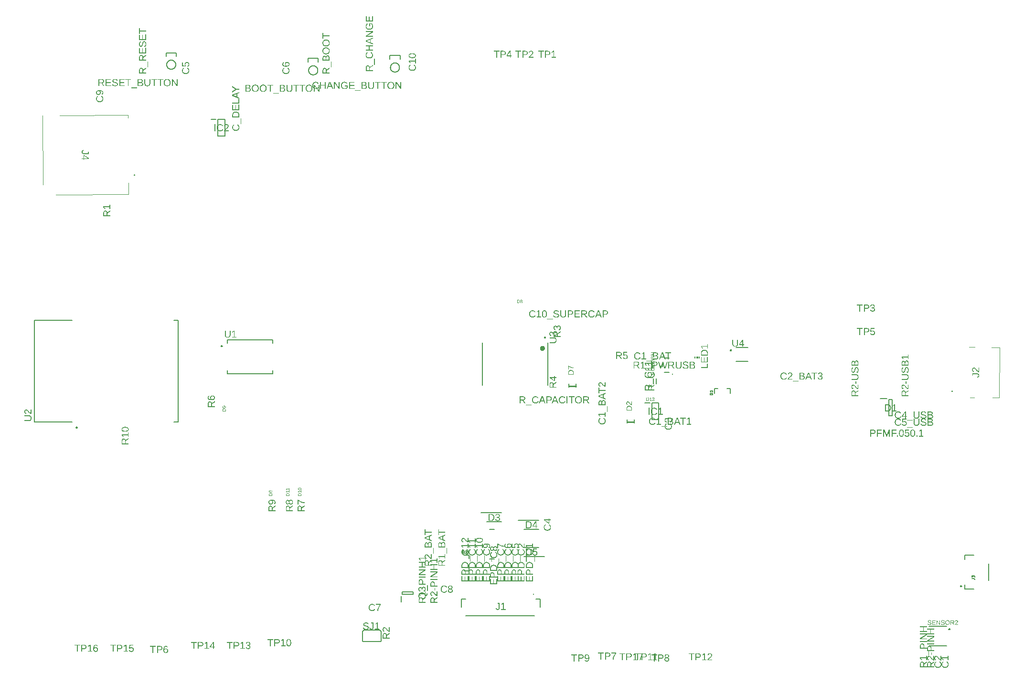
<source format=gbr>
G04 EAGLE Gerber RS-274X export*
G75*
%MOMM*%
%FSLAX34Y34*%
%LPD*%
%INSilkscreen Top*%
%IPPOS*%
%AMOC8*
5,1,8,0,0,1.08239X$1,22.5*%
G01*
G04 Define Apertures*
%ADD10C,0.127000*%
%ADD11C,0.200000*%
%ADD12C,0.150000*%
%ADD13C,0.250000*%
%ADD14C,0.100000*%
%ADD15C,0.203200*%
%ADD16C,0.152400*%
%ADD17R,0.150000X0.300000*%
%ADD18R,0.300000X0.300000*%
%ADD19C,0.254000*%
%ADD20C,0.400000*%
G36*
X390380Y1041467D02*
X389913Y1041479D01*
X389462Y1041515D01*
X389028Y1041575D01*
X388610Y1041660D01*
X388208Y1041768D01*
X387822Y1041900D01*
X387453Y1042057D01*
X387100Y1042238D01*
X386765Y1042441D01*
X386451Y1042666D01*
X386157Y1042912D01*
X385884Y1043180D01*
X385631Y1043470D01*
X385398Y1043780D01*
X385186Y1044113D01*
X384994Y1044467D01*
X384823Y1044839D01*
X384676Y1045226D01*
X384551Y1045629D01*
X384448Y1046046D01*
X384369Y1046479D01*
X384312Y1046928D01*
X384278Y1047391D01*
X384267Y1047869D01*
X384273Y1048234D01*
X384292Y1048589D01*
X384324Y1048934D01*
X384368Y1049269D01*
X384425Y1049593D01*
X384495Y1049908D01*
X384577Y1050212D01*
X384672Y1050507D01*
X384779Y1050791D01*
X384900Y1051065D01*
X385033Y1051329D01*
X385178Y1051583D01*
X385507Y1052061D01*
X385887Y1052498D01*
X386312Y1052889D01*
X386539Y1053065D01*
X386777Y1053228D01*
X387024Y1053378D01*
X387281Y1053515D01*
X387548Y1053639D01*
X387825Y1053750D01*
X388112Y1053847D01*
X388409Y1053932D01*
X388715Y1054004D01*
X389032Y1054062D01*
X389358Y1054108D01*
X389695Y1054141D01*
X390041Y1054160D01*
X390398Y1054167D01*
X390861Y1054155D01*
X391308Y1054120D01*
X391740Y1054061D01*
X392156Y1053980D01*
X392557Y1053874D01*
X392941Y1053745D01*
X393311Y1053593D01*
X393665Y1053418D01*
X394000Y1053220D01*
X394316Y1053001D01*
X394611Y1052761D01*
X394885Y1052499D01*
X395140Y1052217D01*
X395373Y1051913D01*
X395587Y1051588D01*
X395780Y1051241D01*
X395951Y1050876D01*
X396100Y1050495D01*
X396225Y1050098D01*
X396328Y1049685D01*
X396408Y1049255D01*
X396465Y1048809D01*
X396500Y1048347D01*
X396511Y1047869D01*
X396500Y1047393D01*
X396465Y1046932D01*
X396407Y1046485D01*
X396326Y1046054D01*
X396222Y1045638D01*
X396095Y1045237D01*
X395945Y1044851D01*
X395771Y1044480D01*
X395576Y1044127D01*
X395361Y1043795D01*
X395125Y1043484D01*
X394870Y1043194D01*
X394594Y1042926D01*
X394299Y1042678D01*
X393983Y1042452D01*
X393647Y1042246D01*
X393293Y1042064D01*
X392924Y1041905D01*
X392539Y1041771D01*
X392138Y1041662D01*
X391722Y1041576D01*
X391291Y1041516D01*
X390843Y1041479D01*
X390380Y1041467D01*
G37*
%LPC*%
G36*
X390380Y1042824D02*
X390899Y1042845D01*
X391387Y1042907D01*
X391843Y1043010D01*
X392269Y1043154D01*
X392663Y1043339D01*
X393027Y1043566D01*
X393359Y1043834D01*
X393660Y1044143D01*
X393928Y1044489D01*
X394160Y1044870D01*
X394357Y1045285D01*
X394517Y1045733D01*
X394643Y1046216D01*
X394732Y1046733D01*
X394785Y1047284D01*
X394803Y1047869D01*
X394785Y1048430D01*
X394731Y1048959D01*
X394641Y1049458D01*
X394515Y1049925D01*
X394353Y1050362D01*
X394155Y1050768D01*
X393921Y1051143D01*
X393651Y1051487D01*
X393349Y1051795D01*
X393016Y1052061D01*
X392654Y1052287D01*
X392262Y1052472D01*
X391841Y1052616D01*
X391389Y1052718D01*
X390908Y1052780D01*
X390398Y1052800D01*
X389883Y1052780D01*
X389398Y1052719D01*
X388943Y1052618D01*
X388519Y1052476D01*
X388125Y1052294D01*
X387760Y1052071D01*
X387426Y1051808D01*
X387122Y1051504D01*
X386851Y1051164D01*
X386616Y1050791D01*
X386417Y1050385D01*
X386255Y1049947D01*
X386128Y1049477D01*
X386038Y1048973D01*
X385984Y1048438D01*
X385966Y1047869D01*
X385984Y1047304D01*
X386039Y1046769D01*
X386130Y1046263D01*
X386258Y1045788D01*
X386423Y1045343D01*
X386624Y1044927D01*
X386861Y1044542D01*
X387135Y1044186D01*
X387442Y1043867D01*
X387776Y1043591D01*
X388140Y1043356D01*
X388531Y1043165D01*
X388951Y1043016D01*
X389399Y1042910D01*
X389875Y1042846D01*
X390380Y1042824D01*
G37*
%LPD*%
G36*
X404349Y1041467D02*
X403882Y1041479D01*
X403431Y1041515D01*
X402997Y1041575D01*
X402579Y1041660D01*
X402177Y1041768D01*
X401791Y1041900D01*
X401422Y1042057D01*
X401069Y1042238D01*
X400734Y1042441D01*
X400420Y1042666D01*
X400126Y1042912D01*
X399853Y1043180D01*
X399599Y1043470D01*
X399367Y1043780D01*
X399154Y1044113D01*
X398962Y1044467D01*
X398792Y1044839D01*
X398644Y1045226D01*
X398519Y1045629D01*
X398417Y1046046D01*
X398338Y1046479D01*
X398281Y1046928D01*
X398247Y1047391D01*
X398235Y1047869D01*
X398242Y1048234D01*
X398261Y1048589D01*
X398292Y1048934D01*
X398337Y1049269D01*
X398394Y1049593D01*
X398463Y1049908D01*
X398546Y1050212D01*
X398641Y1050507D01*
X398748Y1050791D01*
X398868Y1051065D01*
X399001Y1051329D01*
X399147Y1051583D01*
X399476Y1052061D01*
X399856Y1052498D01*
X400281Y1052889D01*
X400508Y1053065D01*
X400745Y1053228D01*
X400993Y1053378D01*
X401250Y1053515D01*
X401517Y1053639D01*
X401794Y1053750D01*
X402080Y1053847D01*
X402377Y1053932D01*
X402684Y1054004D01*
X403001Y1054062D01*
X403327Y1054108D01*
X403664Y1054141D01*
X404010Y1054160D01*
X404366Y1054167D01*
X404829Y1054155D01*
X405277Y1054120D01*
X405709Y1054061D01*
X406125Y1053980D01*
X406525Y1053874D01*
X406910Y1053745D01*
X407280Y1053593D01*
X407633Y1053418D01*
X407969Y1053220D01*
X408285Y1053001D01*
X408580Y1052761D01*
X408854Y1052499D01*
X409108Y1052217D01*
X409342Y1051913D01*
X409556Y1051588D01*
X409749Y1051241D01*
X409920Y1050876D01*
X410069Y1050495D01*
X410194Y1050098D01*
X410297Y1049685D01*
X410377Y1049255D01*
X410434Y1048809D01*
X410468Y1048347D01*
X410480Y1047869D01*
X410468Y1047393D01*
X410434Y1046932D01*
X410376Y1046485D01*
X410295Y1046054D01*
X410191Y1045638D01*
X410064Y1045237D01*
X409913Y1044851D01*
X409740Y1044480D01*
X409545Y1044127D01*
X409330Y1043795D01*
X409094Y1043484D01*
X408839Y1043194D01*
X408563Y1042926D01*
X408268Y1042678D01*
X407952Y1042452D01*
X407616Y1042246D01*
X407262Y1042064D01*
X406893Y1041905D01*
X406508Y1041771D01*
X406107Y1041662D01*
X405691Y1041576D01*
X405259Y1041516D01*
X404812Y1041479D01*
X404349Y1041467D01*
G37*
%LPC*%
G36*
X404349Y1042824D02*
X404868Y1042845D01*
X405355Y1042907D01*
X405812Y1043010D01*
X406237Y1043154D01*
X406632Y1043339D01*
X406995Y1043566D01*
X407328Y1043834D01*
X407629Y1044143D01*
X407897Y1044489D01*
X408129Y1044870D01*
X408326Y1045285D01*
X408486Y1045733D01*
X408611Y1046216D01*
X408701Y1046733D01*
X408754Y1047284D01*
X408772Y1047869D01*
X408754Y1048430D01*
X408700Y1048959D01*
X408610Y1049458D01*
X408484Y1049925D01*
X408322Y1050362D01*
X408124Y1050768D01*
X407890Y1051143D01*
X407620Y1051487D01*
X407317Y1051795D01*
X406985Y1052061D01*
X406623Y1052287D01*
X406231Y1052472D01*
X405809Y1052616D01*
X405358Y1052718D01*
X404877Y1052780D01*
X404366Y1052800D01*
X403852Y1052780D01*
X403367Y1052719D01*
X402912Y1052618D01*
X402488Y1052476D01*
X402093Y1052294D01*
X401729Y1052071D01*
X401395Y1051808D01*
X401091Y1051504D01*
X400820Y1051164D01*
X400585Y1050791D01*
X400386Y1050385D01*
X400224Y1049947D01*
X400097Y1049477D01*
X400007Y1048973D01*
X399953Y1048438D01*
X399935Y1047869D01*
X399953Y1047304D01*
X400008Y1046769D01*
X400099Y1046263D01*
X400227Y1045788D01*
X400391Y1045343D01*
X400592Y1044927D01*
X400830Y1044542D01*
X401104Y1044186D01*
X401410Y1043867D01*
X401745Y1043591D01*
X402108Y1043356D01*
X402500Y1043165D01*
X402920Y1043016D01*
X403368Y1042910D01*
X403844Y1042846D01*
X404349Y1042824D01*
G37*
%LPD*%
G36*
X485724Y1041467D02*
X485257Y1041479D01*
X484806Y1041515D01*
X484372Y1041575D01*
X483954Y1041660D01*
X483552Y1041768D01*
X483166Y1041900D01*
X482797Y1042057D01*
X482444Y1042238D01*
X482109Y1042441D01*
X481795Y1042666D01*
X481501Y1042912D01*
X481228Y1043180D01*
X480974Y1043470D01*
X480742Y1043780D01*
X480529Y1044113D01*
X480337Y1044467D01*
X480167Y1044839D01*
X480019Y1045226D01*
X479894Y1045629D01*
X479792Y1046046D01*
X479713Y1046479D01*
X479656Y1046928D01*
X479622Y1047391D01*
X479610Y1047869D01*
X479617Y1048234D01*
X479636Y1048589D01*
X479667Y1048934D01*
X479712Y1049269D01*
X479769Y1049593D01*
X479838Y1049908D01*
X479921Y1050212D01*
X480016Y1050507D01*
X480123Y1050791D01*
X480243Y1051065D01*
X480376Y1051329D01*
X480522Y1051583D01*
X480851Y1052061D01*
X481231Y1052498D01*
X481656Y1052889D01*
X481883Y1053065D01*
X482120Y1053228D01*
X482368Y1053378D01*
X482625Y1053515D01*
X482892Y1053639D01*
X483169Y1053750D01*
X483455Y1053847D01*
X483752Y1053932D01*
X484059Y1054004D01*
X484376Y1054062D01*
X484702Y1054108D01*
X485039Y1054141D01*
X485385Y1054160D01*
X485741Y1054167D01*
X486204Y1054155D01*
X486652Y1054120D01*
X487084Y1054061D01*
X487500Y1053980D01*
X487900Y1053874D01*
X488285Y1053745D01*
X488655Y1053593D01*
X489008Y1053418D01*
X489344Y1053220D01*
X489660Y1053001D01*
X489955Y1052761D01*
X490229Y1052499D01*
X490483Y1052217D01*
X490717Y1051913D01*
X490931Y1051588D01*
X491124Y1051241D01*
X491295Y1050876D01*
X491444Y1050495D01*
X491569Y1050098D01*
X491672Y1049685D01*
X491752Y1049255D01*
X491809Y1048809D01*
X491843Y1048347D01*
X491855Y1047869D01*
X491843Y1047393D01*
X491809Y1046932D01*
X491751Y1046485D01*
X491670Y1046054D01*
X491566Y1045638D01*
X491439Y1045237D01*
X491288Y1044851D01*
X491115Y1044480D01*
X490920Y1044127D01*
X490705Y1043795D01*
X490469Y1043484D01*
X490214Y1043194D01*
X489938Y1042926D01*
X489643Y1042678D01*
X489327Y1042452D01*
X488991Y1042246D01*
X488637Y1042064D01*
X488268Y1041905D01*
X487883Y1041771D01*
X487482Y1041662D01*
X487066Y1041576D01*
X486634Y1041516D01*
X486187Y1041479D01*
X485724Y1041467D01*
G37*
%LPC*%
G36*
X485724Y1042824D02*
X486243Y1042845D01*
X486730Y1042907D01*
X487187Y1043010D01*
X487612Y1043154D01*
X488007Y1043339D01*
X488370Y1043566D01*
X488703Y1043834D01*
X489004Y1044143D01*
X489272Y1044489D01*
X489504Y1044870D01*
X489701Y1045285D01*
X489861Y1045733D01*
X489986Y1046216D01*
X490076Y1046733D01*
X490129Y1047284D01*
X490147Y1047869D01*
X490129Y1048430D01*
X490075Y1048959D01*
X489985Y1049458D01*
X489859Y1049925D01*
X489697Y1050362D01*
X489499Y1050768D01*
X489265Y1051143D01*
X488995Y1051487D01*
X488692Y1051795D01*
X488360Y1052061D01*
X487998Y1052287D01*
X487606Y1052472D01*
X487184Y1052616D01*
X486733Y1052718D01*
X486252Y1052780D01*
X485741Y1052800D01*
X485227Y1052780D01*
X484742Y1052719D01*
X484287Y1052618D01*
X483863Y1052476D01*
X483468Y1052294D01*
X483104Y1052071D01*
X482770Y1051808D01*
X482466Y1051504D01*
X482195Y1051164D01*
X481960Y1050791D01*
X481761Y1050385D01*
X481599Y1049947D01*
X481472Y1049477D01*
X481382Y1048973D01*
X481328Y1048438D01*
X481310Y1047869D01*
X481328Y1047304D01*
X481383Y1046769D01*
X481474Y1046263D01*
X481602Y1045788D01*
X481766Y1045343D01*
X481967Y1044927D01*
X482205Y1044542D01*
X482479Y1044186D01*
X482785Y1043867D01*
X483120Y1043591D01*
X483483Y1043356D01*
X483875Y1043165D01*
X484295Y1043016D01*
X484743Y1042910D01*
X485219Y1042846D01*
X485724Y1042824D01*
G37*
%LPD*%
G36*
X377961Y1041642D02*
X372951Y1041642D01*
X372951Y1053983D01*
X377435Y1053983D01*
X377961Y1053971D01*
X378454Y1053936D01*
X378912Y1053877D01*
X379336Y1053796D01*
X379726Y1053690D01*
X380083Y1053562D01*
X380405Y1053409D01*
X380694Y1053234D01*
X380948Y1053035D01*
X381169Y1052813D01*
X381355Y1052567D01*
X381508Y1052298D01*
X381627Y1052005D01*
X381712Y1051689D01*
X381763Y1051350D01*
X381780Y1050987D01*
X381770Y1050719D01*
X381741Y1050462D01*
X381693Y1050216D01*
X381626Y1049980D01*
X381540Y1049756D01*
X381435Y1049542D01*
X381310Y1049340D01*
X381167Y1049148D01*
X381005Y1048970D01*
X380906Y1048878D01*
X380828Y1048806D01*
X380635Y1048659D01*
X380426Y1048526D01*
X380202Y1048409D01*
X379961Y1048307D01*
X379705Y1048221D01*
X379432Y1048150D01*
X379790Y1048096D01*
X380126Y1048022D01*
X380441Y1047929D01*
X380735Y1047816D01*
X381008Y1047683D01*
X381260Y1047530D01*
X381491Y1047357D01*
X381588Y1047268D01*
X381701Y1047164D01*
X381888Y1046955D01*
X382050Y1046733D01*
X382187Y1046497D01*
X382299Y1046248D01*
X382386Y1045986D01*
X382448Y1045710D01*
X382485Y1045421D01*
X382498Y1045119D01*
X382479Y1044719D01*
X382423Y1044342D01*
X382329Y1043987D01*
X382198Y1043655D01*
X382029Y1043347D01*
X381823Y1043061D01*
X381579Y1042798D01*
X381298Y1042557D01*
X380983Y1042343D01*
X380639Y1042157D01*
X380266Y1042000D01*
X379864Y1041871D01*
X379432Y1041771D01*
X378971Y1041699D01*
X378481Y1041656D01*
X377961Y1041642D01*
G37*
%LPC*%
G36*
X377873Y1042982D02*
X378244Y1042991D01*
X378588Y1043018D01*
X378906Y1043062D01*
X379198Y1043124D01*
X379464Y1043204D01*
X379704Y1043302D01*
X379919Y1043418D01*
X380107Y1043551D01*
X380271Y1043702D01*
X380413Y1043871D01*
X380534Y1044057D01*
X380632Y1044261D01*
X380709Y1044482D01*
X380764Y1044721D01*
X380797Y1044977D01*
X380807Y1045251D01*
X380796Y1045515D01*
X380760Y1045762D01*
X380700Y1045992D01*
X380616Y1046205D01*
X380508Y1046401D01*
X380376Y1046579D01*
X380221Y1046741D01*
X380041Y1046886D01*
X379838Y1047014D01*
X379610Y1047125D01*
X379359Y1047218D01*
X379083Y1047295D01*
X378784Y1047355D01*
X378460Y1047397D01*
X378113Y1047423D01*
X377742Y1047431D01*
X374624Y1047431D01*
X374624Y1042982D01*
X377873Y1042982D01*
G37*
G36*
X377435Y1048736D02*
X377760Y1048744D01*
X378063Y1048768D01*
X378345Y1048807D01*
X378606Y1048862D01*
X378845Y1048933D01*
X379064Y1049020D01*
X379261Y1049122D01*
X379437Y1049240D01*
X379592Y1049374D01*
X379726Y1049526D01*
X379840Y1049693D01*
X379933Y1049878D01*
X380005Y1050080D01*
X380057Y1050298D01*
X380088Y1050534D01*
X380098Y1050786D01*
X380087Y1051027D01*
X380055Y1051250D01*
X380002Y1051455D01*
X379927Y1051642D01*
X379831Y1051812D01*
X379714Y1051963D01*
X379575Y1052097D01*
X379415Y1052214D01*
X379234Y1052314D01*
X379035Y1052401D01*
X378816Y1052475D01*
X378578Y1052535D01*
X378321Y1052582D01*
X378045Y1052616D01*
X377750Y1052636D01*
X377435Y1052643D01*
X374624Y1052643D01*
X374624Y1048736D01*
X377435Y1048736D01*
G37*
%LPD*%
G36*
X438742Y1041642D02*
X433732Y1041642D01*
X433732Y1053983D01*
X438217Y1053983D01*
X438743Y1053971D01*
X439235Y1053936D01*
X439693Y1053877D01*
X440117Y1053796D01*
X440508Y1053690D01*
X440864Y1053562D01*
X441186Y1053409D01*
X441475Y1053234D01*
X441729Y1053035D01*
X441950Y1052813D01*
X442137Y1052567D01*
X442289Y1052298D01*
X442408Y1052005D01*
X442493Y1051689D01*
X442544Y1051350D01*
X442561Y1050987D01*
X442551Y1050719D01*
X442523Y1050462D01*
X442475Y1050216D01*
X442408Y1049980D01*
X442321Y1049756D01*
X442216Y1049542D01*
X442092Y1049340D01*
X441948Y1049148D01*
X441787Y1048970D01*
X441687Y1048878D01*
X441610Y1048806D01*
X441417Y1048659D01*
X441208Y1048526D01*
X440983Y1048409D01*
X440742Y1048307D01*
X440486Y1048221D01*
X440214Y1048150D01*
X440571Y1048096D01*
X440907Y1048022D01*
X441222Y1047929D01*
X441516Y1047816D01*
X441789Y1047683D01*
X442041Y1047530D01*
X442272Y1047357D01*
X442369Y1047268D01*
X442482Y1047164D01*
X442669Y1046955D01*
X442831Y1046733D01*
X442968Y1046497D01*
X443080Y1046248D01*
X443167Y1045986D01*
X443229Y1045710D01*
X443267Y1045421D01*
X443279Y1045119D01*
X443260Y1044719D01*
X443204Y1044342D01*
X443110Y1043987D01*
X442979Y1043655D01*
X442810Y1043347D01*
X442604Y1043061D01*
X442360Y1042798D01*
X442079Y1042557D01*
X441765Y1042343D01*
X441421Y1042157D01*
X441047Y1042000D01*
X440645Y1041871D01*
X440213Y1041771D01*
X439752Y1041699D01*
X439262Y1041656D01*
X438742Y1041642D01*
G37*
%LPC*%
G36*
X438655Y1042982D02*
X439025Y1042991D01*
X439369Y1043018D01*
X439687Y1043062D01*
X439979Y1043124D01*
X440246Y1043204D01*
X440486Y1043302D01*
X440700Y1043418D01*
X440888Y1043551D01*
X441052Y1043702D01*
X441195Y1043871D01*
X441315Y1044057D01*
X441414Y1044261D01*
X441490Y1044482D01*
X441545Y1044721D01*
X441578Y1044977D01*
X441589Y1045251D01*
X441577Y1045515D01*
X441541Y1045762D01*
X441481Y1045992D01*
X441397Y1046205D01*
X441289Y1046401D01*
X441158Y1046579D01*
X441002Y1046741D01*
X440822Y1046886D01*
X440619Y1047014D01*
X440391Y1047125D01*
X440140Y1047218D01*
X439864Y1047295D01*
X439565Y1047355D01*
X439242Y1047397D01*
X438894Y1047423D01*
X438523Y1047431D01*
X435405Y1047431D01*
X435405Y1042982D01*
X438655Y1042982D01*
G37*
G36*
X438217Y1048736D02*
X438541Y1048744D01*
X438844Y1048768D01*
X439126Y1048807D01*
X439387Y1048862D01*
X439627Y1048933D01*
X439845Y1049020D01*
X440042Y1049122D01*
X440218Y1049240D01*
X440373Y1049374D01*
X440507Y1049526D01*
X440621Y1049693D01*
X440714Y1049878D01*
X440786Y1050080D01*
X440838Y1050298D01*
X440869Y1050534D01*
X440879Y1050786D01*
X440869Y1051027D01*
X440837Y1051250D01*
X440783Y1051455D01*
X440708Y1051642D01*
X440612Y1051812D01*
X440495Y1051963D01*
X440356Y1052097D01*
X440196Y1052214D01*
X440016Y1052314D01*
X439816Y1052401D01*
X439598Y1052475D01*
X439360Y1052535D01*
X439103Y1052582D01*
X438826Y1052616D01*
X438531Y1052636D01*
X438217Y1052643D01*
X435405Y1052643D01*
X435405Y1048736D01*
X438217Y1048736D01*
G37*
%LPD*%
G36*
X495690Y1041642D02*
X494201Y1041642D01*
X494201Y1053983D01*
X496145Y1053983D01*
X502819Y1043402D01*
X502741Y1044883D01*
X502714Y1045890D01*
X502714Y1053983D01*
X504221Y1053983D01*
X504221Y1041642D01*
X502206Y1041642D01*
X495602Y1052152D01*
X495646Y1051303D01*
X495690Y1049840D01*
X495690Y1041642D01*
G37*
G36*
X450632Y1041467D02*
X450259Y1041475D01*
X449899Y1041501D01*
X449550Y1041544D01*
X449213Y1041605D01*
X448889Y1041682D01*
X448576Y1041777D01*
X448276Y1041889D01*
X447987Y1042019D01*
X447713Y1042164D01*
X447454Y1042326D01*
X447211Y1042503D01*
X446984Y1042695D01*
X446773Y1042903D01*
X446578Y1043127D01*
X446399Y1043366D01*
X446235Y1043621D01*
X446090Y1043890D01*
X445963Y1044172D01*
X445856Y1044466D01*
X445769Y1044773D01*
X445701Y1045093D01*
X445652Y1045425D01*
X445623Y1045769D01*
X445613Y1046126D01*
X445613Y1053983D01*
X447286Y1053983D01*
X447286Y1046267D01*
X447300Y1045857D01*
X447340Y1045472D01*
X447407Y1045113D01*
X447501Y1044780D01*
X447622Y1044472D01*
X447769Y1044189D01*
X447944Y1043932D01*
X448145Y1043700D01*
X448371Y1043495D01*
X448621Y1043317D01*
X448896Y1043167D01*
X449194Y1043043D01*
X449515Y1042948D01*
X449861Y1042879D01*
X450230Y1042838D01*
X450623Y1042824D01*
X451028Y1042839D01*
X451409Y1042881D01*
X451767Y1042952D01*
X452102Y1043051D01*
X452414Y1043179D01*
X452703Y1043334D01*
X452969Y1043518D01*
X453212Y1043731D01*
X453428Y1043971D01*
X453616Y1044236D01*
X453775Y1044528D01*
X453905Y1044847D01*
X454006Y1045191D01*
X454078Y1045561D01*
X454121Y1045958D01*
X454136Y1046380D01*
X454136Y1053983D01*
X455800Y1053983D01*
X455800Y1046284D01*
X455790Y1045916D01*
X455760Y1045561D01*
X455710Y1045219D01*
X455641Y1044889D01*
X455552Y1044573D01*
X455442Y1044269D01*
X455313Y1043978D01*
X455165Y1043700D01*
X454998Y1043437D01*
X454814Y1043189D01*
X454615Y1042958D01*
X454398Y1042742D01*
X454166Y1042543D01*
X453917Y1042359D01*
X453651Y1042192D01*
X453369Y1042041D01*
X453073Y1041906D01*
X452763Y1041790D01*
X452440Y1041691D01*
X452105Y1041610D01*
X451756Y1041548D01*
X451394Y1041503D01*
X451020Y1041476D01*
X450632Y1041467D01*
G37*
G36*
X417630Y1041642D02*
X415965Y1041642D01*
X415965Y1052616D01*
X411726Y1052616D01*
X411726Y1053983D01*
X421869Y1053983D01*
X421869Y1052616D01*
X417630Y1052616D01*
X417630Y1041642D01*
G37*
G36*
X463473Y1041642D02*
X461809Y1041642D01*
X461809Y1052616D01*
X457570Y1052616D01*
X457570Y1053983D01*
X467712Y1053983D01*
X467712Y1052616D01*
X463473Y1052616D01*
X463473Y1041642D01*
G37*
G36*
X474442Y1041642D02*
X472778Y1041642D01*
X472778Y1052616D01*
X468539Y1052616D01*
X468539Y1053983D01*
X478681Y1053983D01*
X478681Y1052616D01*
X474442Y1052616D01*
X474442Y1041642D01*
G37*
G36*
X432470Y1038077D02*
X422021Y1038077D01*
X422021Y1039216D01*
X432470Y1039216D01*
X432470Y1038077D01*
G37*
G36*
X1613023Y19961D02*
X1612659Y19967D01*
X1612305Y19986D01*
X1611961Y20017D01*
X1611627Y20061D01*
X1611303Y20117D01*
X1610989Y20185D01*
X1610685Y20266D01*
X1610391Y20359D01*
X1610107Y20465D01*
X1609833Y20584D01*
X1609315Y20858D01*
X1608836Y21181D01*
X1608398Y21555D01*
X1608006Y21973D01*
X1607666Y22429D01*
X1607516Y22671D01*
X1607379Y22923D01*
X1607255Y23184D01*
X1607144Y23456D01*
X1607046Y23736D01*
X1606961Y24026D01*
X1606889Y24326D01*
X1606830Y24636D01*
X1606784Y24955D01*
X1606751Y25283D01*
X1606732Y25622D01*
X1606725Y25969D01*
X1606737Y26452D01*
X1606773Y26914D01*
X1606834Y27356D01*
X1606918Y27778D01*
X1607026Y28179D01*
X1607159Y28561D01*
X1607315Y28922D01*
X1607496Y29262D01*
X1607700Y29582D01*
X1607928Y29880D01*
X1608179Y30156D01*
X1608453Y30410D01*
X1608750Y30642D01*
X1609071Y30852D01*
X1609415Y31040D01*
X1609782Y31207D01*
X1610308Y29622D01*
X1610046Y29506D01*
X1609801Y29374D01*
X1609571Y29226D01*
X1609357Y29062D01*
X1609159Y28882D01*
X1608977Y28685D01*
X1608811Y28472D01*
X1608661Y28242D01*
X1608528Y27999D01*
X1608412Y27745D01*
X1608314Y27479D01*
X1608234Y27203D01*
X1608172Y26916D01*
X1608127Y26617D01*
X1608101Y26307D01*
X1608092Y25987D01*
X1608112Y25489D01*
X1608174Y25019D01*
X1608277Y24578D01*
X1608421Y24165D01*
X1608607Y23781D01*
X1608833Y23425D01*
X1609101Y23098D01*
X1609410Y22799D01*
X1609755Y22532D01*
X1610130Y22301D01*
X1610536Y22105D01*
X1610972Y21945D01*
X1611439Y21820D01*
X1611936Y21731D01*
X1612464Y21678D01*
X1613023Y21660D01*
X1613576Y21679D01*
X1614101Y21734D01*
X1614599Y21827D01*
X1615069Y21957D01*
X1615511Y22124D01*
X1615925Y22328D01*
X1616312Y22569D01*
X1616671Y22847D01*
X1616994Y23157D01*
X1617274Y23492D01*
X1617511Y23855D01*
X1617705Y24243D01*
X1617856Y24657D01*
X1617964Y25098D01*
X1618029Y25564D01*
X1618050Y26057D01*
X1618040Y26376D01*
X1618010Y26685D01*
X1617960Y26984D01*
X1617890Y27273D01*
X1617799Y27551D01*
X1617689Y27820D01*
X1617559Y28079D01*
X1617409Y28327D01*
X1617238Y28566D01*
X1617048Y28795D01*
X1616837Y29013D01*
X1616607Y29221D01*
X1616356Y29420D01*
X1616085Y29608D01*
X1615795Y29786D01*
X1615484Y29954D01*
X1616167Y31321D01*
X1616554Y31121D01*
X1616916Y30901D01*
X1617255Y30662D01*
X1617571Y30404D01*
X1617862Y30127D01*
X1618129Y29830D01*
X1618373Y29514D01*
X1618593Y29179D01*
X1618788Y28827D01*
X1618957Y28462D01*
X1619100Y28082D01*
X1619217Y27689D01*
X1619308Y27282D01*
X1619373Y26861D01*
X1619412Y26427D01*
X1619425Y25978D01*
X1619413Y25519D01*
X1619377Y25077D01*
X1619316Y24650D01*
X1619231Y24238D01*
X1619122Y23843D01*
X1618989Y23463D01*
X1618832Y23099D01*
X1618650Y22750D01*
X1618446Y22420D01*
X1618221Y22110D01*
X1617975Y21820D01*
X1617709Y21551D01*
X1617421Y21301D01*
X1617113Y21072D01*
X1616784Y20863D01*
X1616434Y20675D01*
X1616066Y20507D01*
X1615681Y20362D01*
X1615279Y20240D01*
X1614861Y20139D01*
X1614426Y20061D01*
X1613975Y20006D01*
X1613507Y19972D01*
X1613023Y19961D01*
G37*
G36*
X1619250Y33354D02*
X1617910Y33354D01*
X1617910Y36498D01*
X1608416Y36498D01*
X1610404Y33713D01*
X1608915Y33713D01*
X1606909Y36630D01*
X1606909Y38083D01*
X1617910Y38083D01*
X1617910Y41088D01*
X1619250Y41088D01*
X1619250Y33354D01*
G37*
G36*
X668675Y1101357D02*
X667905Y1101373D01*
X667185Y1101422D01*
X666515Y1101503D01*
X665894Y1101616D01*
X665324Y1101762D01*
X664803Y1101941D01*
X664332Y1102152D01*
X663911Y1102395D01*
X663539Y1102673D01*
X663217Y1102989D01*
X662945Y1103343D01*
X662722Y1103734D01*
X662548Y1104163D01*
X662480Y1104391D01*
X662424Y1104629D01*
X662381Y1104876D01*
X662350Y1105133D01*
X662332Y1105399D01*
X662325Y1105675D01*
X662332Y1105943D01*
X662350Y1106202D01*
X662382Y1106453D01*
X662425Y1106694D01*
X662482Y1106926D01*
X662551Y1107150D01*
X662726Y1107570D01*
X662951Y1107955D01*
X663227Y1108303D01*
X663552Y1108616D01*
X663928Y1108894D01*
X664353Y1109137D01*
X664826Y1109348D01*
X665347Y1109526D01*
X665916Y1109672D01*
X666534Y1109786D01*
X667199Y1109867D01*
X667913Y1109915D01*
X668675Y1109932D01*
X669425Y1109915D01*
X670130Y1109863D01*
X670788Y1109778D01*
X671401Y1109659D01*
X671969Y1109506D01*
X672490Y1109318D01*
X672966Y1109097D01*
X673396Y1108841D01*
X673778Y1108552D01*
X674109Y1108231D01*
X674389Y1107877D01*
X674618Y1107491D01*
X674796Y1107073D01*
X674923Y1106622D01*
X674968Y1106384D01*
X675000Y1106138D01*
X675019Y1105884D01*
X675025Y1105622D01*
X675019Y1105360D01*
X675000Y1105107D01*
X674968Y1104861D01*
X674924Y1104624D01*
X674797Y1104175D01*
X674620Y1103759D01*
X674392Y1103376D01*
X674114Y1103026D01*
X673785Y1102709D01*
X673405Y1102425D01*
X672977Y1102175D01*
X672502Y1101958D01*
X671980Y1101774D01*
X671412Y1101624D01*
X670798Y1101507D01*
X670137Y1101424D01*
X669429Y1101374D01*
X668675Y1101357D01*
G37*
%LPC*%
G36*
X668675Y1102951D02*
X669310Y1102961D01*
X669901Y1102991D01*
X670448Y1103042D01*
X670950Y1103112D01*
X671409Y1103202D01*
X671823Y1103313D01*
X672194Y1103444D01*
X672520Y1103595D01*
X672806Y1103768D01*
X673053Y1103964D01*
X673262Y1104184D01*
X673433Y1104428D01*
X673566Y1104695D01*
X673662Y1104987D01*
X673719Y1105301D01*
X673738Y1105640D01*
X673718Y1105976D01*
X673660Y1106290D01*
X673563Y1106580D01*
X673427Y1106846D01*
X673252Y1107090D01*
X673038Y1107310D01*
X672785Y1107507D01*
X672494Y1107681D01*
X672162Y1107833D01*
X671789Y1107964D01*
X671374Y1108076D01*
X670917Y1108167D01*
X670419Y1108238D01*
X669880Y1108288D01*
X669298Y1108319D01*
X668675Y1108329D01*
X668030Y1108319D01*
X667432Y1108290D01*
X666879Y1108242D01*
X666372Y1108174D01*
X665911Y1108088D01*
X665496Y1107981D01*
X665127Y1107856D01*
X664804Y1107711D01*
X664523Y1107544D01*
X664279Y1107352D01*
X664073Y1107135D01*
X663904Y1106893D01*
X663773Y1106626D01*
X663679Y1106334D01*
X663623Y1106017D01*
X663604Y1105675D01*
X663623Y1105324D01*
X663678Y1104999D01*
X663770Y1104700D01*
X663900Y1104426D01*
X664066Y1104177D01*
X664269Y1103955D01*
X664509Y1103758D01*
X664786Y1103586D01*
X665106Y1103437D01*
X665473Y1103308D01*
X665888Y1103199D01*
X666350Y1103110D01*
X666860Y1103040D01*
X667417Y1102991D01*
X668022Y1102961D01*
X668675Y1102951D01*
G37*
%LPD*%
G36*
X668623Y1078661D02*
X668259Y1078667D01*
X667905Y1078686D01*
X667561Y1078717D01*
X667227Y1078761D01*
X666903Y1078817D01*
X666589Y1078885D01*
X666285Y1078966D01*
X665991Y1079059D01*
X665707Y1079165D01*
X665433Y1079284D01*
X664915Y1079558D01*
X664436Y1079881D01*
X663998Y1080255D01*
X663606Y1080673D01*
X663266Y1081129D01*
X663116Y1081371D01*
X662979Y1081623D01*
X662855Y1081884D01*
X662744Y1082156D01*
X662646Y1082436D01*
X662561Y1082726D01*
X662489Y1083026D01*
X662430Y1083336D01*
X662384Y1083655D01*
X662351Y1083983D01*
X662332Y1084322D01*
X662325Y1084669D01*
X662337Y1085152D01*
X662373Y1085614D01*
X662434Y1086056D01*
X662518Y1086478D01*
X662626Y1086879D01*
X662759Y1087261D01*
X662915Y1087622D01*
X663096Y1087962D01*
X663300Y1088282D01*
X663528Y1088580D01*
X663779Y1088856D01*
X664053Y1089110D01*
X664350Y1089342D01*
X664671Y1089552D01*
X665015Y1089740D01*
X665382Y1089907D01*
X665908Y1088322D01*
X665646Y1088206D01*
X665401Y1088074D01*
X665171Y1087926D01*
X664957Y1087762D01*
X664759Y1087582D01*
X664577Y1087385D01*
X664411Y1087172D01*
X664261Y1086942D01*
X664128Y1086699D01*
X664012Y1086445D01*
X663914Y1086179D01*
X663834Y1085903D01*
X663772Y1085616D01*
X663727Y1085317D01*
X663701Y1085007D01*
X663692Y1084687D01*
X663712Y1084189D01*
X663774Y1083719D01*
X663877Y1083278D01*
X664021Y1082865D01*
X664207Y1082481D01*
X664433Y1082125D01*
X664701Y1081798D01*
X665010Y1081499D01*
X665355Y1081232D01*
X665730Y1081001D01*
X666136Y1080805D01*
X666572Y1080645D01*
X667039Y1080520D01*
X667536Y1080431D01*
X668064Y1080378D01*
X668623Y1080360D01*
X669176Y1080379D01*
X669701Y1080434D01*
X670199Y1080527D01*
X670669Y1080657D01*
X671111Y1080824D01*
X671525Y1081028D01*
X671912Y1081269D01*
X672271Y1081547D01*
X672594Y1081857D01*
X672874Y1082192D01*
X673111Y1082555D01*
X673305Y1082943D01*
X673456Y1083357D01*
X673564Y1083798D01*
X673629Y1084264D01*
X673650Y1084757D01*
X673640Y1085076D01*
X673610Y1085385D01*
X673560Y1085684D01*
X673490Y1085973D01*
X673399Y1086251D01*
X673289Y1086520D01*
X673159Y1086779D01*
X673009Y1087027D01*
X672838Y1087266D01*
X672648Y1087495D01*
X672437Y1087713D01*
X672207Y1087921D01*
X671956Y1088120D01*
X671685Y1088308D01*
X671395Y1088486D01*
X671084Y1088654D01*
X671767Y1090021D01*
X672154Y1089821D01*
X672516Y1089601D01*
X672855Y1089362D01*
X673171Y1089104D01*
X673462Y1088827D01*
X673729Y1088530D01*
X673973Y1088214D01*
X674193Y1087879D01*
X674388Y1087527D01*
X674557Y1087162D01*
X674700Y1086782D01*
X674817Y1086389D01*
X674908Y1085982D01*
X674973Y1085561D01*
X675012Y1085127D01*
X675025Y1084678D01*
X675013Y1084219D01*
X674977Y1083777D01*
X674916Y1083350D01*
X674831Y1082938D01*
X674722Y1082543D01*
X674589Y1082163D01*
X674432Y1081799D01*
X674250Y1081450D01*
X674046Y1081120D01*
X673821Y1080810D01*
X673575Y1080520D01*
X673309Y1080251D01*
X673021Y1080001D01*
X672713Y1079772D01*
X672384Y1079563D01*
X672034Y1079375D01*
X671666Y1079207D01*
X671281Y1079062D01*
X670879Y1078940D01*
X670461Y1078839D01*
X670026Y1078761D01*
X669575Y1078706D01*
X669107Y1078672D01*
X668623Y1078661D01*
G37*
G36*
X674850Y1092054D02*
X673510Y1092054D01*
X673510Y1095198D01*
X664016Y1095198D01*
X666004Y1092413D01*
X664515Y1092413D01*
X662509Y1095330D01*
X662509Y1096783D01*
X673510Y1096783D01*
X673510Y1099788D01*
X674850Y1099788D01*
X674850Y1092054D01*
G37*
G36*
X902822Y641175D02*
X902560Y641181D01*
X902307Y641200D01*
X902061Y641232D01*
X901824Y641276D01*
X901375Y641403D01*
X900959Y641580D01*
X900576Y641808D01*
X900226Y642086D01*
X899909Y642415D01*
X899625Y642795D01*
X899375Y643224D01*
X899158Y643698D01*
X898974Y644220D01*
X898824Y644788D01*
X898707Y645402D01*
X898624Y646063D01*
X898574Y646771D01*
X898557Y647525D01*
X898573Y648295D01*
X898622Y649015D01*
X898703Y649685D01*
X898816Y650306D01*
X898962Y650876D01*
X899141Y651397D01*
X899352Y651868D01*
X899595Y652289D01*
X899873Y652661D01*
X900189Y652983D01*
X900543Y653255D01*
X900934Y653478D01*
X901363Y653652D01*
X901591Y653720D01*
X901829Y653776D01*
X902076Y653819D01*
X902333Y653850D01*
X902599Y653869D01*
X902875Y653875D01*
X903143Y653868D01*
X903402Y653850D01*
X903653Y653818D01*
X903894Y653775D01*
X904126Y653718D01*
X904350Y653649D01*
X904770Y653474D01*
X905155Y653249D01*
X905503Y652973D01*
X905816Y652648D01*
X906094Y652272D01*
X906337Y651847D01*
X906548Y651374D01*
X906726Y650853D01*
X906872Y650284D01*
X906986Y649666D01*
X907067Y649001D01*
X907115Y648287D01*
X907132Y647525D01*
X907115Y646775D01*
X907063Y646070D01*
X906978Y645412D01*
X906859Y644799D01*
X906706Y644231D01*
X906518Y643710D01*
X906297Y643234D01*
X906041Y642804D01*
X905752Y642422D01*
X905431Y642091D01*
X905077Y641811D01*
X904691Y641582D01*
X904273Y641404D01*
X903822Y641277D01*
X903584Y641232D01*
X903338Y641200D01*
X903084Y641181D01*
X902822Y641175D01*
G37*
%LPC*%
G36*
X902840Y642462D02*
X903176Y642482D01*
X903490Y642540D01*
X903780Y642637D01*
X904046Y642773D01*
X904290Y642948D01*
X904510Y643162D01*
X904707Y643415D01*
X904881Y643706D01*
X905033Y644038D01*
X905164Y644411D01*
X905276Y644826D01*
X905367Y645283D01*
X905438Y645781D01*
X905488Y646320D01*
X905519Y646902D01*
X905529Y647525D01*
X905519Y648170D01*
X905490Y648768D01*
X905442Y649321D01*
X905374Y649828D01*
X905288Y650289D01*
X905181Y650704D01*
X905056Y651073D01*
X904911Y651396D01*
X904744Y651677D01*
X904552Y651921D01*
X904335Y652127D01*
X904093Y652296D01*
X903826Y652427D01*
X903534Y652521D01*
X903217Y652577D01*
X902875Y652596D01*
X902524Y652577D01*
X902199Y652522D01*
X901900Y652430D01*
X901626Y652300D01*
X901377Y652134D01*
X901155Y651931D01*
X900958Y651691D01*
X900786Y651414D01*
X900637Y651094D01*
X900508Y650727D01*
X900399Y650312D01*
X900310Y649850D01*
X900240Y649340D01*
X900191Y648783D01*
X900161Y648178D01*
X900151Y647525D01*
X900161Y646890D01*
X900191Y646299D01*
X900242Y645752D01*
X900312Y645250D01*
X900402Y644791D01*
X900513Y644377D01*
X900644Y644006D01*
X900795Y643680D01*
X900968Y643394D01*
X901164Y643147D01*
X901384Y642938D01*
X901628Y642767D01*
X901895Y642634D01*
X902187Y642538D01*
X902501Y642481D01*
X902840Y642462D01*
G37*
%LPD*%
G36*
X969813Y641350D02*
X968140Y641350D01*
X968140Y653691D01*
X973947Y653691D01*
X974453Y653676D01*
X974930Y653632D01*
X975377Y653560D01*
X975794Y653458D01*
X976182Y653326D01*
X976539Y653166D01*
X976867Y652977D01*
X977166Y652758D01*
X977432Y652513D01*
X977662Y652246D01*
X977857Y651956D01*
X978017Y651642D01*
X978141Y651306D01*
X978229Y650947D01*
X978282Y650566D01*
X978300Y650161D01*
X978288Y649824D01*
X978250Y649501D01*
X978187Y649191D01*
X978100Y648895D01*
X977987Y648613D01*
X977849Y648345D01*
X977687Y648090D01*
X977499Y647849D01*
X977289Y647625D01*
X977060Y647424D01*
X976812Y647243D01*
X976701Y647177D01*
X976545Y647085D01*
X976259Y646948D01*
X975954Y646832D01*
X975630Y646739D01*
X975287Y646666D01*
X976779Y644403D01*
X978791Y641350D01*
X976864Y641350D01*
X973658Y646474D01*
X969813Y646474D01*
X969813Y641350D01*
G37*
%LPC*%
G36*
X973851Y647796D02*
X974172Y647806D01*
X974475Y647835D01*
X974758Y647883D01*
X975023Y647951D01*
X975270Y648037D01*
X975497Y648144D01*
X975706Y648269D01*
X975896Y648414D01*
X976065Y648576D01*
X976212Y648753D01*
X976336Y648946D01*
X976438Y649155D01*
X976517Y649379D01*
X976573Y649618D01*
X976607Y649873D01*
X976618Y650144D01*
X976607Y650405D01*
X976573Y650650D01*
X976516Y650880D01*
X976436Y651093D01*
X976333Y651290D01*
X976207Y651471D01*
X976059Y651637D01*
X975887Y651786D01*
X975694Y651918D01*
X975481Y652033D01*
X975248Y652130D01*
X974995Y652210D01*
X974721Y652271D01*
X974428Y652315D01*
X974114Y652342D01*
X973781Y652351D01*
X969813Y652351D01*
X969813Y647796D01*
X973851Y647796D01*
G37*
%LPD*%
G36*
X945876Y641350D02*
X944203Y641350D01*
X944203Y653691D01*
X949397Y653691D01*
X949901Y653676D01*
X950376Y653630D01*
X950822Y653554D01*
X951238Y653448D01*
X951625Y653311D01*
X951983Y653144D01*
X952312Y652946D01*
X952611Y652719D01*
X952878Y652463D01*
X953109Y652183D01*
X953305Y651877D01*
X953465Y651547D01*
X953589Y651192D01*
X953678Y650812D01*
X953732Y650407D01*
X953749Y649977D01*
X953732Y649550D01*
X953678Y649146D01*
X953589Y648764D01*
X953464Y648405D01*
X953303Y648068D01*
X953107Y647754D01*
X952874Y647462D01*
X952607Y647192D01*
X952308Y646950D01*
X951984Y646740D01*
X951634Y646562D01*
X951259Y646417D01*
X950858Y646304D01*
X950431Y646223D01*
X949979Y646175D01*
X949502Y646158D01*
X945876Y646158D01*
X945876Y641350D01*
G37*
%LPC*%
G36*
X949265Y647481D02*
X949605Y647491D01*
X949922Y647520D01*
X950218Y647568D01*
X950491Y647636D01*
X950743Y647723D01*
X950973Y647830D01*
X951181Y647955D01*
X951367Y648101D01*
X951531Y648265D01*
X951674Y648449D01*
X951794Y648653D01*
X951893Y648875D01*
X951969Y649117D01*
X952024Y649379D01*
X952057Y649659D01*
X952068Y649960D01*
X952057Y650249D01*
X952023Y650520D01*
X951967Y650772D01*
X951888Y651006D01*
X951787Y651221D01*
X951664Y651417D01*
X951518Y651594D01*
X951350Y651753D01*
X951159Y651893D01*
X950946Y652014D01*
X950710Y652117D01*
X950452Y652201D01*
X950171Y652267D01*
X949868Y652313D01*
X949543Y652341D01*
X949195Y652351D01*
X945876Y652351D01*
X945876Y647481D01*
X949265Y647481D01*
G37*
%LPD*%
G36*
X1007688Y641350D02*
X1006015Y641350D01*
X1006015Y653691D01*
X1011209Y653691D01*
X1011713Y653676D01*
X1012188Y653630D01*
X1012634Y653554D01*
X1013050Y653448D01*
X1013438Y653311D01*
X1013796Y653144D01*
X1014124Y652946D01*
X1014423Y652719D01*
X1014690Y652463D01*
X1014922Y652183D01*
X1015117Y651877D01*
X1015277Y651547D01*
X1015402Y651192D01*
X1015491Y650812D01*
X1015544Y650407D01*
X1015562Y649977D01*
X1015544Y649550D01*
X1015491Y649146D01*
X1015401Y648764D01*
X1015276Y648405D01*
X1015116Y648068D01*
X1014919Y647754D01*
X1014687Y647462D01*
X1014419Y647192D01*
X1014120Y646950D01*
X1013796Y646740D01*
X1013447Y646562D01*
X1013071Y646417D01*
X1012670Y646304D01*
X1012244Y646223D01*
X1011792Y646175D01*
X1011314Y646158D01*
X1007688Y646158D01*
X1007688Y641350D01*
G37*
%LPC*%
G36*
X1011078Y647481D02*
X1011417Y647491D01*
X1011735Y647520D01*
X1012030Y647568D01*
X1012304Y647636D01*
X1012556Y647723D01*
X1012786Y647830D01*
X1012994Y647955D01*
X1013180Y648101D01*
X1013344Y648265D01*
X1013486Y648449D01*
X1013607Y648653D01*
X1013705Y648875D01*
X1013782Y649117D01*
X1013837Y649379D01*
X1013869Y649659D01*
X1013880Y649960D01*
X1013869Y650249D01*
X1013835Y650520D01*
X1013779Y650772D01*
X1013701Y651006D01*
X1013600Y651221D01*
X1013476Y651417D01*
X1013330Y651594D01*
X1013162Y651753D01*
X1012971Y651893D01*
X1012758Y652014D01*
X1012523Y652117D01*
X1012264Y652201D01*
X1011984Y652267D01*
X1011681Y652313D01*
X1011355Y652341D01*
X1011008Y652351D01*
X1007688Y652351D01*
X1007688Y647481D01*
X1011078Y647481D01*
G37*
%LPD*%
G36*
X994344Y641350D02*
X992610Y641350D01*
X997646Y653691D01*
X999547Y653691D01*
X1004504Y641350D01*
X1002796Y641350D01*
X1001386Y644959D01*
X995763Y644959D01*
X994344Y641350D01*
G37*
%LPC*%
G36*
X1000887Y646264D02*
X999302Y650336D01*
X999056Y650980D01*
X998811Y651703D01*
X998575Y652430D01*
X998496Y652184D01*
X998224Y651354D01*
X997848Y650319D01*
X996271Y646264D01*
X1000887Y646264D01*
G37*
%LPD*%
G36*
X965893Y641350D02*
X956171Y641350D01*
X956171Y653691D01*
X965534Y653691D01*
X965534Y652324D01*
X957844Y652324D01*
X957844Y648366D01*
X965009Y648366D01*
X965009Y647017D01*
X957844Y647017D01*
X957844Y642716D01*
X965893Y642716D01*
X965893Y641350D01*
G37*
G36*
X923868Y641175D02*
X923319Y641187D01*
X922800Y641224D01*
X922310Y641285D01*
X921850Y641371D01*
X921420Y641481D01*
X921019Y641616D01*
X920647Y641775D01*
X920306Y641959D01*
X919994Y642167D01*
X919712Y642400D01*
X919459Y642657D01*
X919236Y642939D01*
X919042Y643245D01*
X918878Y643575D01*
X918744Y643931D01*
X918640Y644310D01*
X920260Y644634D01*
X920340Y644366D01*
X920439Y644115D01*
X920559Y643883D01*
X920698Y643670D01*
X920857Y643475D01*
X921035Y643299D01*
X921233Y643141D01*
X921451Y643001D01*
X921689Y642879D01*
X921948Y642773D01*
X922227Y642683D01*
X922526Y642610D01*
X922846Y642553D01*
X923187Y642512D01*
X923548Y642488D01*
X923930Y642480D01*
X924323Y642489D01*
X924694Y642515D01*
X925041Y642558D01*
X925365Y642619D01*
X925666Y642697D01*
X925944Y642793D01*
X926199Y642906D01*
X926430Y643036D01*
X926637Y643183D01*
X926815Y643347D01*
X926967Y643526D01*
X927090Y643722D01*
X927187Y643935D01*
X927255Y644163D01*
X927297Y644408D01*
X927311Y644669D01*
X927293Y644957D01*
X927242Y645217D01*
X927155Y645448D01*
X927035Y645650D01*
X926883Y645831D01*
X926703Y645994D01*
X926495Y646141D01*
X926259Y646272D01*
X925998Y646390D01*
X925712Y646498D01*
X925402Y646596D01*
X925068Y646684D01*
X923536Y647043D01*
X922848Y647205D01*
X922249Y647367D01*
X921738Y647529D01*
X921315Y647691D01*
X920956Y647858D01*
X920638Y648034D01*
X920359Y648219D01*
X920120Y648414D01*
X919914Y648622D01*
X919733Y648846D01*
X919579Y649088D01*
X919450Y649347D01*
X919348Y649624D01*
X919276Y649920D01*
X919232Y650237D01*
X919218Y650573D01*
X919237Y650958D01*
X919293Y651320D01*
X919388Y651659D01*
X919521Y651976D01*
X919691Y652270D01*
X919900Y652542D01*
X920146Y652790D01*
X920431Y653016D01*
X920750Y653218D01*
X921103Y653392D01*
X921488Y653539D01*
X921905Y653660D01*
X922356Y653754D01*
X922839Y653821D01*
X923355Y653861D01*
X923903Y653875D01*
X924413Y653865D01*
X924893Y653834D01*
X925341Y653784D01*
X925758Y653714D01*
X926144Y653623D01*
X926500Y653513D01*
X926824Y653382D01*
X927118Y653231D01*
X927385Y653056D01*
X927632Y652852D01*
X927858Y652621D01*
X928064Y652361D01*
X928248Y652072D01*
X928412Y651755D01*
X928555Y651410D01*
X928677Y651037D01*
X927030Y650748D01*
X926955Y650985D01*
X926864Y651205D01*
X926758Y651408D01*
X926636Y651594D01*
X926499Y651764D01*
X926347Y651916D01*
X926180Y652052D01*
X925997Y652171D01*
X925797Y652275D01*
X925579Y652365D01*
X925343Y652441D01*
X925088Y652503D01*
X924815Y652551D01*
X924524Y652586D01*
X924214Y652607D01*
X923886Y652613D01*
X923527Y652606D01*
X923190Y652583D01*
X922874Y652545D01*
X922581Y652491D01*
X922309Y652422D01*
X922060Y652338D01*
X921832Y652238D01*
X921626Y652123D01*
X921444Y651993D01*
X921285Y651848D01*
X921151Y651687D01*
X921042Y651512D01*
X920956Y651322D01*
X920895Y651116D01*
X920859Y650896D01*
X920847Y650660D01*
X920866Y650388D01*
X920922Y650140D01*
X921017Y649917D01*
X921149Y649719D01*
X921317Y649540D01*
X921518Y649375D01*
X921752Y649224D01*
X922020Y649088D01*
X922376Y648952D01*
X922872Y648800D01*
X923510Y648634D01*
X924289Y648453D01*
X925423Y648186D01*
X925976Y648037D01*
X926505Y647862D01*
X927005Y647657D01*
X927473Y647420D01*
X927691Y647286D01*
X927894Y647137D01*
X928083Y646975D01*
X928256Y646798D01*
X928414Y646606D01*
X928553Y646397D01*
X928674Y646172D01*
X928778Y645931D01*
X928860Y645670D01*
X928919Y645388D01*
X928954Y645083D01*
X928966Y644757D01*
X928945Y644342D01*
X928882Y643951D01*
X928778Y643585D01*
X928632Y643242D01*
X928444Y642923D01*
X928215Y642629D01*
X927943Y642358D01*
X927630Y642112D01*
X927279Y641892D01*
X926894Y641702D01*
X926475Y641541D01*
X926022Y641409D01*
X925535Y641307D01*
X925013Y641233D01*
X924458Y641190D01*
X923868Y641175D01*
G37*
G36*
X936196Y641175D02*
X935823Y641183D01*
X935463Y641209D01*
X935114Y641252D01*
X934777Y641313D01*
X934453Y641390D01*
X934140Y641485D01*
X933840Y641597D01*
X933551Y641727D01*
X933277Y641872D01*
X933018Y642034D01*
X932775Y642211D01*
X932548Y642403D01*
X932337Y642611D01*
X932142Y642835D01*
X931963Y643074D01*
X931799Y643329D01*
X931654Y643598D01*
X931527Y643880D01*
X931421Y644174D01*
X931333Y644481D01*
X931265Y644801D01*
X931216Y645133D01*
X931187Y645477D01*
X931178Y645834D01*
X931178Y653691D01*
X932850Y653691D01*
X932850Y645975D01*
X932864Y645565D01*
X932904Y645180D01*
X932971Y644821D01*
X933065Y644488D01*
X933186Y644180D01*
X933333Y643897D01*
X933508Y643640D01*
X933709Y643408D01*
X933935Y643203D01*
X934186Y643025D01*
X934460Y642875D01*
X934758Y642751D01*
X935079Y642656D01*
X935425Y642587D01*
X935794Y642546D01*
X936187Y642532D01*
X936592Y642547D01*
X936973Y642589D01*
X937332Y642660D01*
X937667Y642759D01*
X937979Y642887D01*
X938267Y643042D01*
X938533Y643226D01*
X938776Y643439D01*
X938992Y643679D01*
X939180Y643944D01*
X939339Y644236D01*
X939469Y644555D01*
X939570Y644899D01*
X939642Y645269D01*
X939685Y645666D01*
X939700Y646088D01*
X939700Y653691D01*
X941364Y653691D01*
X941364Y645992D01*
X941354Y645624D01*
X941324Y645269D01*
X941274Y644927D01*
X941205Y644597D01*
X941116Y644281D01*
X941007Y643977D01*
X940878Y643686D01*
X940729Y643408D01*
X940562Y643145D01*
X940378Y642897D01*
X940179Y642666D01*
X939962Y642450D01*
X939730Y642251D01*
X939481Y642067D01*
X939215Y641900D01*
X938933Y641749D01*
X938637Y641614D01*
X938327Y641498D01*
X938004Y641399D01*
X937669Y641318D01*
X937320Y641256D01*
X936959Y641211D01*
X936584Y641184D01*
X936196Y641175D01*
G37*
G36*
X881878Y641175D02*
X881419Y641187D01*
X880977Y641223D01*
X880550Y641284D01*
X880138Y641369D01*
X879743Y641478D01*
X879363Y641611D01*
X878999Y641768D01*
X878650Y641950D01*
X878320Y642154D01*
X878010Y642379D01*
X877720Y642625D01*
X877451Y642892D01*
X877201Y643179D01*
X876972Y643487D01*
X876763Y643816D01*
X876575Y644166D01*
X876407Y644534D01*
X876262Y644919D01*
X876140Y645321D01*
X876039Y645739D01*
X875961Y646174D01*
X875906Y646625D01*
X875872Y647093D01*
X875861Y647577D01*
X875867Y647941D01*
X875886Y648295D01*
X875917Y648639D01*
X875961Y648973D01*
X876017Y649297D01*
X876085Y649611D01*
X876166Y649915D01*
X876259Y650209D01*
X876365Y650493D01*
X876484Y650767D01*
X876758Y651285D01*
X877081Y651764D01*
X877455Y652202D01*
X877873Y652594D01*
X878329Y652934D01*
X878571Y653084D01*
X878823Y653221D01*
X879084Y653345D01*
X879356Y653456D01*
X879636Y653555D01*
X879926Y653639D01*
X880226Y653711D01*
X880536Y653770D01*
X880855Y653816D01*
X881183Y653849D01*
X881522Y653868D01*
X881869Y653875D01*
X882352Y653863D01*
X882814Y653827D01*
X883256Y653766D01*
X883678Y653682D01*
X884079Y653574D01*
X884461Y653441D01*
X884822Y653285D01*
X885162Y653104D01*
X885482Y652900D01*
X885780Y652672D01*
X886056Y652421D01*
X886310Y652147D01*
X886542Y651850D01*
X886752Y651529D01*
X886940Y651185D01*
X887107Y650818D01*
X885522Y650292D01*
X885406Y650554D01*
X885274Y650799D01*
X885126Y651029D01*
X884962Y651243D01*
X884782Y651441D01*
X884585Y651623D01*
X884372Y651789D01*
X884142Y651939D01*
X883899Y652073D01*
X883645Y652188D01*
X883379Y652286D01*
X883103Y652366D01*
X882816Y652428D01*
X882517Y652473D01*
X882207Y652499D01*
X881887Y652508D01*
X881389Y652488D01*
X880919Y652426D01*
X880478Y652323D01*
X880065Y652179D01*
X879681Y651993D01*
X879325Y651767D01*
X878998Y651499D01*
X878699Y651190D01*
X878432Y650845D01*
X878201Y650470D01*
X878005Y650064D01*
X877845Y649628D01*
X877720Y649161D01*
X877631Y648664D01*
X877578Y648136D01*
X877560Y647577D01*
X877579Y647024D01*
X877634Y646499D01*
X877727Y646001D01*
X877857Y645531D01*
X878024Y645089D01*
X878228Y644675D01*
X878469Y644288D01*
X878747Y643929D01*
X879057Y643606D01*
X879392Y643326D01*
X879755Y643089D01*
X880143Y642895D01*
X880557Y642744D01*
X880998Y642636D01*
X881464Y642571D01*
X881957Y642550D01*
X882276Y642560D01*
X882585Y642590D01*
X882884Y642640D01*
X883173Y642710D01*
X883451Y642801D01*
X883720Y642911D01*
X883979Y643041D01*
X884227Y643191D01*
X884466Y643362D01*
X884695Y643552D01*
X884913Y643763D01*
X885121Y643993D01*
X885320Y644244D01*
X885508Y644515D01*
X885686Y644805D01*
X885854Y645116D01*
X887221Y644433D01*
X887021Y644046D01*
X886801Y643684D01*
X886562Y643345D01*
X886304Y643029D01*
X886027Y642738D01*
X885730Y642471D01*
X885414Y642227D01*
X885079Y642007D01*
X884727Y641812D01*
X884362Y641643D01*
X883982Y641500D01*
X883589Y641383D01*
X883182Y641292D01*
X882761Y641227D01*
X882327Y641188D01*
X881878Y641175D01*
G37*
G36*
X986534Y641175D02*
X986076Y641187D01*
X985633Y641223D01*
X985206Y641284D01*
X984795Y641369D01*
X984399Y641478D01*
X984019Y641611D01*
X983655Y641768D01*
X983307Y641950D01*
X982976Y642154D01*
X982666Y642379D01*
X982376Y642625D01*
X982107Y642892D01*
X981857Y643179D01*
X981628Y643487D01*
X981420Y643816D01*
X981231Y644166D01*
X981064Y644534D01*
X980919Y644919D01*
X980796Y645321D01*
X980696Y645739D01*
X980618Y646174D01*
X980562Y646625D01*
X980528Y647093D01*
X980517Y647577D01*
X980523Y647941D01*
X980542Y648295D01*
X980573Y648639D01*
X980617Y648973D01*
X980673Y649297D01*
X980741Y649611D01*
X980822Y649915D01*
X980916Y650209D01*
X981022Y650493D01*
X981140Y650767D01*
X981414Y651285D01*
X981738Y651764D01*
X982111Y652202D01*
X982529Y652594D01*
X982985Y652934D01*
X983227Y653084D01*
X983479Y653221D01*
X983741Y653345D01*
X984012Y653456D01*
X984292Y653555D01*
X984583Y653639D01*
X984883Y653711D01*
X985192Y653770D01*
X985511Y653816D01*
X985840Y653849D01*
X986178Y653868D01*
X986526Y653875D01*
X987008Y653863D01*
X987470Y653827D01*
X987912Y653766D01*
X988334Y653682D01*
X988736Y653574D01*
X989117Y653441D01*
X989478Y653285D01*
X989819Y653104D01*
X990138Y652900D01*
X990436Y652672D01*
X990712Y652421D01*
X990966Y652147D01*
X991198Y651850D01*
X991408Y651529D01*
X991597Y651185D01*
X991763Y650818D01*
X990178Y650292D01*
X990062Y650554D01*
X989931Y650799D01*
X989783Y651029D01*
X989618Y651243D01*
X989438Y651441D01*
X989241Y651623D01*
X989028Y651789D01*
X988798Y651939D01*
X988555Y652073D01*
X988301Y652188D01*
X988036Y652286D01*
X987759Y652366D01*
X987472Y652428D01*
X987173Y652473D01*
X986864Y652499D01*
X986543Y652508D01*
X986045Y652488D01*
X985575Y652426D01*
X985134Y652323D01*
X984721Y652179D01*
X984337Y651993D01*
X983981Y651767D01*
X983654Y651499D01*
X983355Y651190D01*
X983088Y650845D01*
X982857Y650470D01*
X982661Y650064D01*
X982501Y649628D01*
X982376Y649161D01*
X982287Y648664D01*
X982234Y648136D01*
X982216Y647577D01*
X982235Y647024D01*
X982290Y646499D01*
X982383Y646001D01*
X982513Y645531D01*
X982680Y645089D01*
X982884Y644675D01*
X983125Y644288D01*
X983403Y643929D01*
X983713Y643606D01*
X984049Y643326D01*
X984411Y643089D01*
X984799Y642895D01*
X985213Y642744D01*
X985654Y642636D01*
X986120Y642571D01*
X986613Y642550D01*
X986932Y642560D01*
X987241Y642590D01*
X987540Y642640D01*
X987829Y642710D01*
X988108Y642801D01*
X988376Y642911D01*
X988635Y643041D01*
X988884Y643191D01*
X989122Y643362D01*
X989351Y643552D01*
X989569Y643763D01*
X989778Y643993D01*
X989976Y644244D01*
X990164Y644515D01*
X990342Y644805D01*
X990511Y645116D01*
X991877Y644433D01*
X991677Y644046D01*
X991457Y643684D01*
X991219Y643345D01*
X990961Y643029D01*
X990683Y642738D01*
X990387Y642471D01*
X990071Y642227D01*
X989736Y642007D01*
X989384Y641812D01*
X989018Y641643D01*
X988639Y641500D01*
X988245Y641383D01*
X987838Y641292D01*
X987418Y641227D01*
X986983Y641188D01*
X986534Y641175D01*
G37*
G36*
X896988Y641350D02*
X889254Y641350D01*
X889254Y642690D01*
X892398Y642690D01*
X892398Y652184D01*
X889613Y650196D01*
X889613Y651685D01*
X892530Y653691D01*
X893983Y653691D01*
X893983Y642690D01*
X896988Y642690D01*
X896988Y641350D01*
G37*
G36*
X918002Y637785D02*
X907553Y637785D01*
X907553Y638924D01*
X918002Y638924D01*
X918002Y637785D01*
G37*
G36*
X1100306Y566850D02*
X1095296Y566850D01*
X1095296Y579191D01*
X1099781Y579191D01*
X1100307Y579179D01*
X1100799Y579144D01*
X1101257Y579085D01*
X1101681Y579004D01*
X1102072Y578898D01*
X1102428Y578770D01*
X1102751Y578617D01*
X1103039Y578442D01*
X1103294Y578243D01*
X1103514Y578021D01*
X1103701Y577775D01*
X1103854Y577506D01*
X1103972Y577213D01*
X1104057Y576897D01*
X1104108Y576558D01*
X1104125Y576195D01*
X1104115Y575927D01*
X1104087Y575670D01*
X1104039Y575424D01*
X1103972Y575188D01*
X1103886Y574964D01*
X1103780Y574750D01*
X1103656Y574548D01*
X1103512Y574356D01*
X1103351Y574178D01*
X1103251Y574086D01*
X1103174Y574014D01*
X1102981Y573867D01*
X1102772Y573734D01*
X1102547Y573617D01*
X1102307Y573515D01*
X1102050Y573429D01*
X1101778Y573358D01*
X1102135Y573304D01*
X1102471Y573230D01*
X1102786Y573137D01*
X1103081Y573024D01*
X1103354Y572891D01*
X1103606Y572738D01*
X1103836Y572565D01*
X1103933Y572476D01*
X1104046Y572372D01*
X1104233Y572163D01*
X1104395Y571941D01*
X1104532Y571705D01*
X1104644Y571456D01*
X1104731Y571194D01*
X1104793Y570918D01*
X1104831Y570629D01*
X1104843Y570327D01*
X1104825Y569927D01*
X1104768Y569550D01*
X1104675Y569195D01*
X1104543Y568863D01*
X1104375Y568555D01*
X1104168Y568269D01*
X1103925Y568006D01*
X1103643Y567765D01*
X1103329Y567551D01*
X1102985Y567365D01*
X1102612Y567208D01*
X1102209Y567079D01*
X1101777Y566979D01*
X1101316Y566907D01*
X1100826Y566864D01*
X1100306Y566850D01*
G37*
%LPC*%
G36*
X1100219Y568190D02*
X1100589Y568199D01*
X1100933Y568226D01*
X1101251Y568270D01*
X1101543Y568332D01*
X1101810Y568412D01*
X1102050Y568510D01*
X1102264Y568626D01*
X1102452Y568759D01*
X1102616Y568910D01*
X1102759Y569079D01*
X1102879Y569265D01*
X1102978Y569469D01*
X1103054Y569690D01*
X1103109Y569929D01*
X1103142Y570185D01*
X1103153Y570459D01*
X1103141Y570723D01*
X1103105Y570970D01*
X1103045Y571200D01*
X1102961Y571413D01*
X1102853Y571609D01*
X1102722Y571787D01*
X1102566Y571949D01*
X1102386Y572094D01*
X1102183Y572222D01*
X1101955Y572333D01*
X1101704Y572426D01*
X1101429Y572503D01*
X1101129Y572563D01*
X1100806Y572605D01*
X1100459Y572631D01*
X1100087Y572639D01*
X1096969Y572639D01*
X1096969Y568190D01*
X1100219Y568190D01*
G37*
G36*
X1099781Y573944D02*
X1100105Y573952D01*
X1100408Y573976D01*
X1100690Y574015D01*
X1100951Y574070D01*
X1101191Y574141D01*
X1101409Y574228D01*
X1101606Y574330D01*
X1101782Y574448D01*
X1101937Y574582D01*
X1102071Y574734D01*
X1102185Y574901D01*
X1102278Y575086D01*
X1102350Y575288D01*
X1102402Y575506D01*
X1102433Y575742D01*
X1102443Y575994D01*
X1102433Y576235D01*
X1102401Y576458D01*
X1102347Y576663D01*
X1102273Y576850D01*
X1102177Y577020D01*
X1102059Y577171D01*
X1101920Y577305D01*
X1101760Y577422D01*
X1101580Y577522D01*
X1101380Y577609D01*
X1101162Y577683D01*
X1100924Y577743D01*
X1100667Y577790D01*
X1100391Y577824D01*
X1100095Y577844D01*
X1099781Y577851D01*
X1096969Y577851D01*
X1096969Y573944D01*
X1099781Y573944D01*
G37*
%LPD*%
G36*
X1107563Y566850D02*
X1105829Y566850D01*
X1110865Y579191D01*
X1112766Y579191D01*
X1117723Y566850D01*
X1116015Y566850D01*
X1114605Y570459D01*
X1108982Y570459D01*
X1107563Y566850D01*
G37*
%LPC*%
G36*
X1114106Y571764D02*
X1112520Y575836D01*
X1112275Y576480D01*
X1112030Y577203D01*
X1111793Y577930D01*
X1111715Y577684D01*
X1111443Y576854D01*
X1111066Y575819D01*
X1109490Y571764D01*
X1114106Y571764D01*
G37*
%LPD*%
G36*
X1067878Y566675D02*
X1067419Y566687D01*
X1066977Y566723D01*
X1066550Y566784D01*
X1066138Y566869D01*
X1065743Y566978D01*
X1065363Y567111D01*
X1064999Y567268D01*
X1064650Y567450D01*
X1064320Y567654D01*
X1064010Y567879D01*
X1063720Y568125D01*
X1063451Y568392D01*
X1063201Y568679D01*
X1062972Y568987D01*
X1062763Y569316D01*
X1062575Y569666D01*
X1062407Y570034D01*
X1062262Y570419D01*
X1062140Y570821D01*
X1062039Y571239D01*
X1061961Y571674D01*
X1061906Y572125D01*
X1061872Y572593D01*
X1061861Y573077D01*
X1061867Y573441D01*
X1061886Y573795D01*
X1061917Y574139D01*
X1061961Y574473D01*
X1062017Y574797D01*
X1062085Y575111D01*
X1062166Y575415D01*
X1062259Y575709D01*
X1062365Y575993D01*
X1062484Y576267D01*
X1062758Y576785D01*
X1063081Y577264D01*
X1063455Y577702D01*
X1063873Y578094D01*
X1064329Y578434D01*
X1064571Y578584D01*
X1064823Y578721D01*
X1065084Y578845D01*
X1065356Y578956D01*
X1065636Y579055D01*
X1065926Y579139D01*
X1066226Y579211D01*
X1066536Y579270D01*
X1066855Y579316D01*
X1067183Y579349D01*
X1067522Y579368D01*
X1067869Y579375D01*
X1068352Y579363D01*
X1068814Y579327D01*
X1069256Y579266D01*
X1069678Y579182D01*
X1070079Y579074D01*
X1070461Y578941D01*
X1070822Y578785D01*
X1071162Y578604D01*
X1071482Y578400D01*
X1071780Y578172D01*
X1072056Y577921D01*
X1072310Y577647D01*
X1072542Y577350D01*
X1072752Y577029D01*
X1072940Y576685D01*
X1073107Y576318D01*
X1071522Y575792D01*
X1071406Y576054D01*
X1071274Y576299D01*
X1071126Y576529D01*
X1070962Y576743D01*
X1070782Y576941D01*
X1070585Y577123D01*
X1070372Y577289D01*
X1070142Y577439D01*
X1069899Y577573D01*
X1069645Y577688D01*
X1069379Y577786D01*
X1069103Y577866D01*
X1068816Y577928D01*
X1068517Y577973D01*
X1068207Y577999D01*
X1067887Y578008D01*
X1067389Y577988D01*
X1066919Y577926D01*
X1066478Y577823D01*
X1066065Y577679D01*
X1065681Y577493D01*
X1065325Y577267D01*
X1064998Y576999D01*
X1064699Y576690D01*
X1064432Y576345D01*
X1064201Y575970D01*
X1064005Y575564D01*
X1063845Y575128D01*
X1063720Y574661D01*
X1063631Y574164D01*
X1063578Y573636D01*
X1063560Y573077D01*
X1063579Y572524D01*
X1063634Y571999D01*
X1063727Y571501D01*
X1063857Y571031D01*
X1064024Y570589D01*
X1064228Y570175D01*
X1064469Y569788D01*
X1064747Y569429D01*
X1065057Y569106D01*
X1065392Y568826D01*
X1065755Y568589D01*
X1066143Y568395D01*
X1066557Y568244D01*
X1066998Y568136D01*
X1067464Y568071D01*
X1067957Y568050D01*
X1068276Y568060D01*
X1068585Y568090D01*
X1068884Y568140D01*
X1069173Y568210D01*
X1069451Y568301D01*
X1069720Y568411D01*
X1069979Y568541D01*
X1070227Y568691D01*
X1070466Y568862D01*
X1070695Y569052D01*
X1070913Y569263D01*
X1071121Y569493D01*
X1071320Y569744D01*
X1071508Y570015D01*
X1071686Y570305D01*
X1071854Y570616D01*
X1073221Y569933D01*
X1073021Y569546D01*
X1072801Y569184D01*
X1072562Y568845D01*
X1072304Y568529D01*
X1072027Y568238D01*
X1071730Y567971D01*
X1071414Y567727D01*
X1071079Y567507D01*
X1070727Y567312D01*
X1070362Y567143D01*
X1069982Y567000D01*
X1069589Y566883D01*
X1069182Y566792D01*
X1068761Y566727D01*
X1068327Y566688D01*
X1067878Y566675D01*
G37*
G36*
X1122756Y566850D02*
X1121092Y566850D01*
X1121092Y577824D01*
X1116853Y577824D01*
X1116853Y579191D01*
X1126995Y579191D01*
X1126995Y577824D01*
X1122756Y577824D01*
X1122756Y566850D01*
G37*
G36*
X1082988Y566850D02*
X1075254Y566850D01*
X1075254Y568190D01*
X1078398Y568190D01*
X1078398Y577684D01*
X1075613Y575696D01*
X1075613Y577185D01*
X1078530Y579191D01*
X1079983Y579191D01*
X1079983Y568190D01*
X1082988Y568190D01*
X1082988Y566850D01*
G37*
G36*
X1094034Y563285D02*
X1083585Y563285D01*
X1083585Y564424D01*
X1094034Y564424D01*
X1094034Y563285D01*
G37*
G36*
X1126806Y450850D02*
X1121796Y450850D01*
X1121796Y463191D01*
X1126281Y463191D01*
X1126807Y463179D01*
X1127299Y463144D01*
X1127757Y463085D01*
X1128181Y463004D01*
X1128572Y462898D01*
X1128928Y462770D01*
X1129251Y462617D01*
X1129539Y462442D01*
X1129794Y462243D01*
X1130014Y462021D01*
X1130201Y461775D01*
X1130354Y461506D01*
X1130472Y461213D01*
X1130557Y460897D01*
X1130608Y460558D01*
X1130625Y460195D01*
X1130615Y459927D01*
X1130587Y459670D01*
X1130539Y459424D01*
X1130472Y459188D01*
X1130386Y458964D01*
X1130280Y458750D01*
X1130156Y458548D01*
X1130012Y458356D01*
X1129851Y458178D01*
X1129751Y458086D01*
X1129674Y458014D01*
X1129481Y457867D01*
X1129272Y457734D01*
X1129047Y457617D01*
X1128807Y457515D01*
X1128550Y457429D01*
X1128278Y457358D01*
X1128635Y457304D01*
X1128971Y457230D01*
X1129286Y457137D01*
X1129581Y457024D01*
X1129854Y456891D01*
X1130106Y456738D01*
X1130336Y456565D01*
X1130433Y456476D01*
X1130546Y456372D01*
X1130733Y456163D01*
X1130895Y455941D01*
X1131032Y455705D01*
X1131144Y455456D01*
X1131231Y455194D01*
X1131293Y454918D01*
X1131331Y454629D01*
X1131343Y454327D01*
X1131325Y453927D01*
X1131268Y453550D01*
X1131175Y453195D01*
X1131043Y452863D01*
X1130875Y452555D01*
X1130668Y452269D01*
X1130425Y452006D01*
X1130143Y451765D01*
X1129829Y451551D01*
X1129485Y451365D01*
X1129112Y451208D01*
X1128709Y451079D01*
X1128277Y450979D01*
X1127816Y450907D01*
X1127326Y450864D01*
X1126806Y450850D01*
G37*
%LPC*%
G36*
X1126719Y452190D02*
X1127089Y452199D01*
X1127433Y452226D01*
X1127751Y452270D01*
X1128043Y452332D01*
X1128310Y452412D01*
X1128550Y452510D01*
X1128764Y452626D01*
X1128952Y452759D01*
X1129116Y452910D01*
X1129259Y453079D01*
X1129379Y453265D01*
X1129478Y453469D01*
X1129554Y453690D01*
X1129609Y453929D01*
X1129642Y454185D01*
X1129653Y454459D01*
X1129641Y454723D01*
X1129605Y454970D01*
X1129545Y455200D01*
X1129461Y455413D01*
X1129353Y455609D01*
X1129222Y455787D01*
X1129066Y455949D01*
X1128886Y456094D01*
X1128683Y456222D01*
X1128455Y456333D01*
X1128204Y456426D01*
X1127929Y456503D01*
X1127629Y456563D01*
X1127306Y456605D01*
X1126959Y456631D01*
X1126587Y456639D01*
X1123469Y456639D01*
X1123469Y452190D01*
X1126719Y452190D01*
G37*
G36*
X1126281Y457944D02*
X1126605Y457952D01*
X1126908Y457976D01*
X1127190Y458015D01*
X1127451Y458070D01*
X1127691Y458141D01*
X1127909Y458228D01*
X1128106Y458330D01*
X1128282Y458448D01*
X1128437Y458582D01*
X1128571Y458734D01*
X1128685Y458901D01*
X1128778Y459086D01*
X1128850Y459288D01*
X1128902Y459506D01*
X1128933Y459742D01*
X1128943Y459994D01*
X1128933Y460235D01*
X1128901Y460458D01*
X1128847Y460663D01*
X1128773Y460850D01*
X1128677Y461020D01*
X1128559Y461171D01*
X1128420Y461305D01*
X1128260Y461422D01*
X1128080Y461522D01*
X1127880Y461609D01*
X1127662Y461683D01*
X1127424Y461743D01*
X1127167Y461790D01*
X1126891Y461824D01*
X1126595Y461844D01*
X1126281Y461851D01*
X1123469Y461851D01*
X1123469Y457944D01*
X1126281Y457944D01*
G37*
%LPD*%
G36*
X1134063Y450850D02*
X1132329Y450850D01*
X1137365Y463191D01*
X1139266Y463191D01*
X1144223Y450850D01*
X1142515Y450850D01*
X1141105Y454459D01*
X1135482Y454459D01*
X1134063Y450850D01*
G37*
%LPC*%
G36*
X1140606Y455764D02*
X1139020Y459836D01*
X1138775Y460480D01*
X1138530Y461203D01*
X1138293Y461930D01*
X1138215Y461684D01*
X1137943Y460854D01*
X1137566Y459819D01*
X1135990Y455764D01*
X1140606Y455764D01*
G37*
%LPD*%
G36*
X1094378Y450675D02*
X1093919Y450687D01*
X1093477Y450723D01*
X1093050Y450784D01*
X1092638Y450869D01*
X1092243Y450978D01*
X1091863Y451111D01*
X1091499Y451268D01*
X1091150Y451450D01*
X1090820Y451654D01*
X1090510Y451879D01*
X1090220Y452125D01*
X1089951Y452392D01*
X1089701Y452679D01*
X1089472Y452987D01*
X1089263Y453316D01*
X1089075Y453666D01*
X1088907Y454034D01*
X1088762Y454419D01*
X1088640Y454821D01*
X1088539Y455239D01*
X1088461Y455674D01*
X1088406Y456125D01*
X1088372Y456593D01*
X1088361Y457077D01*
X1088367Y457441D01*
X1088386Y457795D01*
X1088417Y458139D01*
X1088461Y458473D01*
X1088517Y458797D01*
X1088585Y459111D01*
X1088666Y459415D01*
X1088759Y459709D01*
X1088865Y459993D01*
X1088984Y460267D01*
X1089258Y460785D01*
X1089581Y461264D01*
X1089955Y461702D01*
X1090373Y462094D01*
X1090829Y462434D01*
X1091071Y462584D01*
X1091323Y462721D01*
X1091584Y462845D01*
X1091856Y462956D01*
X1092136Y463055D01*
X1092426Y463139D01*
X1092726Y463211D01*
X1093036Y463270D01*
X1093355Y463316D01*
X1093683Y463349D01*
X1094022Y463368D01*
X1094369Y463375D01*
X1094852Y463363D01*
X1095314Y463327D01*
X1095756Y463266D01*
X1096178Y463182D01*
X1096579Y463074D01*
X1096961Y462941D01*
X1097322Y462785D01*
X1097662Y462604D01*
X1097982Y462400D01*
X1098280Y462172D01*
X1098556Y461921D01*
X1098810Y461647D01*
X1099042Y461350D01*
X1099252Y461029D01*
X1099440Y460685D01*
X1099607Y460318D01*
X1098022Y459792D01*
X1097906Y460054D01*
X1097774Y460299D01*
X1097626Y460529D01*
X1097462Y460743D01*
X1097282Y460941D01*
X1097085Y461123D01*
X1096872Y461289D01*
X1096642Y461439D01*
X1096399Y461573D01*
X1096145Y461688D01*
X1095879Y461786D01*
X1095603Y461866D01*
X1095316Y461928D01*
X1095017Y461973D01*
X1094707Y461999D01*
X1094387Y462008D01*
X1093889Y461988D01*
X1093419Y461926D01*
X1092978Y461823D01*
X1092565Y461679D01*
X1092181Y461493D01*
X1091825Y461267D01*
X1091498Y460999D01*
X1091199Y460690D01*
X1090932Y460345D01*
X1090701Y459970D01*
X1090505Y459564D01*
X1090345Y459128D01*
X1090220Y458661D01*
X1090131Y458164D01*
X1090078Y457636D01*
X1090060Y457077D01*
X1090079Y456524D01*
X1090134Y455999D01*
X1090227Y455501D01*
X1090357Y455031D01*
X1090524Y454589D01*
X1090728Y454175D01*
X1090969Y453788D01*
X1091247Y453429D01*
X1091557Y453106D01*
X1091892Y452826D01*
X1092255Y452589D01*
X1092643Y452395D01*
X1093057Y452244D01*
X1093498Y452136D01*
X1093964Y452071D01*
X1094457Y452050D01*
X1094776Y452060D01*
X1095085Y452090D01*
X1095384Y452140D01*
X1095673Y452210D01*
X1095951Y452301D01*
X1096220Y452411D01*
X1096479Y452541D01*
X1096727Y452691D01*
X1096966Y452862D01*
X1097195Y453052D01*
X1097413Y453263D01*
X1097621Y453493D01*
X1097820Y453744D01*
X1098008Y454015D01*
X1098186Y454305D01*
X1098354Y454616D01*
X1099721Y453933D01*
X1099521Y453546D01*
X1099301Y453184D01*
X1099062Y452845D01*
X1098804Y452529D01*
X1098527Y452238D01*
X1098230Y451971D01*
X1097914Y451727D01*
X1097579Y451507D01*
X1097227Y451312D01*
X1096862Y451143D01*
X1096482Y451000D01*
X1096089Y450883D01*
X1095682Y450792D01*
X1095261Y450727D01*
X1094827Y450688D01*
X1094378Y450675D01*
G37*
G36*
X1149256Y450850D02*
X1147592Y450850D01*
X1147592Y461824D01*
X1143353Y461824D01*
X1143353Y463191D01*
X1153495Y463191D01*
X1153495Y461824D01*
X1149256Y461824D01*
X1149256Y450850D01*
G37*
G36*
X1109488Y450850D02*
X1101754Y450850D01*
X1101754Y452190D01*
X1104898Y452190D01*
X1104898Y461684D01*
X1102113Y459696D01*
X1102113Y461185D01*
X1105030Y463191D01*
X1106483Y463191D01*
X1106483Y452190D01*
X1109488Y452190D01*
X1109488Y450850D01*
G37*
G36*
X1162988Y450850D02*
X1155254Y450850D01*
X1155254Y452190D01*
X1158398Y452190D01*
X1158398Y461684D01*
X1155613Y459696D01*
X1155613Y461185D01*
X1158530Y463191D01*
X1159983Y463191D01*
X1159983Y452190D01*
X1162988Y452190D01*
X1162988Y450850D01*
G37*
G36*
X1120534Y447285D02*
X1110085Y447285D01*
X1110085Y448424D01*
X1120534Y448424D01*
X1120534Y447285D01*
G37*
G36*
X1011250Y485196D02*
X998909Y485196D01*
X998909Y489681D01*
X998921Y490207D01*
X998956Y490699D01*
X999015Y491157D01*
X999096Y491581D01*
X999202Y491972D01*
X999330Y492328D01*
X999483Y492651D01*
X999658Y492939D01*
X999857Y493194D01*
X1000079Y493414D01*
X1000325Y493601D01*
X1000594Y493754D01*
X1000887Y493872D01*
X1001203Y493957D01*
X1001542Y494008D01*
X1001905Y494025D01*
X1002173Y494015D01*
X1002430Y493987D01*
X1002677Y493939D01*
X1002912Y493872D01*
X1003136Y493786D01*
X1003350Y493680D01*
X1003552Y493556D01*
X1003744Y493412D01*
X1003922Y493251D01*
X1004014Y493151D01*
X1004086Y493074D01*
X1004233Y492881D01*
X1004366Y492672D01*
X1004483Y492447D01*
X1004585Y492207D01*
X1004671Y491950D01*
X1004742Y491678D01*
X1004796Y492035D01*
X1004870Y492371D01*
X1004963Y492686D01*
X1005076Y492981D01*
X1005209Y493254D01*
X1005362Y493506D01*
X1005535Y493736D01*
X1005624Y493833D01*
X1005728Y493946D01*
X1005937Y494133D01*
X1006159Y494295D01*
X1006395Y494432D01*
X1006644Y494544D01*
X1006906Y494631D01*
X1007182Y494693D01*
X1007471Y494731D01*
X1007773Y494743D01*
X1008173Y494725D01*
X1008550Y494668D01*
X1008905Y494575D01*
X1009237Y494443D01*
X1009545Y494275D01*
X1009831Y494068D01*
X1010095Y493825D01*
X1010335Y493543D01*
X1010549Y493229D01*
X1010735Y492885D01*
X1010893Y492512D01*
X1011021Y492109D01*
X1011121Y491677D01*
X1011193Y491216D01*
X1011236Y490726D01*
X1011250Y490206D01*
X1011250Y485196D01*
G37*
%LPC*%
G36*
X1009910Y486869D02*
X1009910Y490119D01*
X1009901Y490489D01*
X1009874Y490833D01*
X1009830Y491151D01*
X1009768Y491443D01*
X1009688Y491710D01*
X1009590Y491950D01*
X1009474Y492164D01*
X1009341Y492352D01*
X1009190Y492516D01*
X1009021Y492659D01*
X1008835Y492779D01*
X1008631Y492878D01*
X1008410Y492954D01*
X1008171Y493009D01*
X1007915Y493042D01*
X1007642Y493053D01*
X1007377Y493041D01*
X1007130Y493005D01*
X1006900Y492945D01*
X1006687Y492861D01*
X1006491Y492753D01*
X1006313Y492622D01*
X1006151Y492466D01*
X1006006Y492286D01*
X1005878Y492083D01*
X1005767Y491855D01*
X1005674Y491604D01*
X1005597Y491329D01*
X1005537Y491029D01*
X1005495Y490706D01*
X1005469Y490359D01*
X1005461Y489987D01*
X1005461Y486869D01*
X1009910Y486869D01*
G37*
G36*
X1004156Y486869D02*
X1004156Y489681D01*
X1004148Y490005D01*
X1004124Y490308D01*
X1004085Y490590D01*
X1004030Y490851D01*
X1003959Y491091D01*
X1003872Y491309D01*
X1003770Y491506D01*
X1003652Y491682D01*
X1003518Y491837D01*
X1003367Y491971D01*
X1003199Y492085D01*
X1003014Y492178D01*
X1002812Y492250D01*
X1002594Y492302D01*
X1002358Y492333D01*
X1002106Y492343D01*
X1001865Y492333D01*
X1001642Y492301D01*
X1001437Y492247D01*
X1001250Y492173D01*
X1001080Y492077D01*
X1000929Y491959D01*
X1000795Y491820D01*
X1000678Y491660D01*
X1000578Y491480D01*
X1000491Y491280D01*
X1000417Y491062D01*
X1000357Y490824D01*
X1000310Y490567D01*
X1000276Y490291D01*
X1000256Y489995D01*
X1000249Y489681D01*
X1000249Y486869D01*
X1004156Y486869D01*
G37*
%LPD*%
G36*
X1011250Y495729D02*
X998909Y500765D01*
X998909Y502666D01*
X1011250Y507623D01*
X1011250Y505915D01*
X1007642Y504505D01*
X1007642Y498882D01*
X1011250Y497463D01*
X1011250Y495729D01*
G37*
%LPC*%
G36*
X1006336Y499390D02*
X1006336Y504006D01*
X1002264Y502420D01*
X1001620Y502175D01*
X1000897Y501930D01*
X1000170Y501693D01*
X1000416Y501615D01*
X1001246Y501343D01*
X1002281Y500966D01*
X1006336Y499390D01*
G37*
%LPD*%
G36*
X1005023Y451761D02*
X1004659Y451767D01*
X1004305Y451786D01*
X1003961Y451817D01*
X1003627Y451861D01*
X1003303Y451917D01*
X1002989Y451985D01*
X1002685Y452066D01*
X1002391Y452159D01*
X1002107Y452265D01*
X1001833Y452384D01*
X1001315Y452658D01*
X1000836Y452981D01*
X1000398Y453355D01*
X1000006Y453773D01*
X999666Y454229D01*
X999516Y454471D01*
X999379Y454723D01*
X999255Y454984D01*
X999144Y455256D01*
X999046Y455536D01*
X998961Y455826D01*
X998889Y456126D01*
X998830Y456436D01*
X998784Y456755D01*
X998751Y457083D01*
X998732Y457422D01*
X998725Y457769D01*
X998737Y458252D01*
X998773Y458714D01*
X998834Y459156D01*
X998918Y459578D01*
X999026Y459979D01*
X999159Y460361D01*
X999315Y460722D01*
X999496Y461062D01*
X999700Y461382D01*
X999928Y461680D01*
X1000179Y461956D01*
X1000453Y462210D01*
X1000750Y462442D01*
X1001071Y462652D01*
X1001415Y462840D01*
X1001782Y463007D01*
X1002308Y461422D01*
X1002046Y461306D01*
X1001801Y461174D01*
X1001571Y461026D01*
X1001357Y460862D01*
X1001159Y460682D01*
X1000977Y460485D01*
X1000811Y460272D01*
X1000661Y460042D01*
X1000528Y459799D01*
X1000412Y459545D01*
X1000314Y459279D01*
X1000234Y459003D01*
X1000172Y458716D01*
X1000127Y458417D01*
X1000101Y458107D01*
X1000092Y457787D01*
X1000112Y457289D01*
X1000174Y456819D01*
X1000277Y456378D01*
X1000421Y455965D01*
X1000607Y455581D01*
X1000833Y455225D01*
X1001101Y454898D01*
X1001410Y454599D01*
X1001755Y454332D01*
X1002130Y454101D01*
X1002536Y453905D01*
X1002972Y453745D01*
X1003439Y453620D01*
X1003936Y453531D01*
X1004464Y453478D01*
X1005023Y453460D01*
X1005576Y453479D01*
X1006101Y453534D01*
X1006599Y453627D01*
X1007069Y453757D01*
X1007511Y453924D01*
X1007925Y454128D01*
X1008312Y454369D01*
X1008671Y454647D01*
X1008994Y454957D01*
X1009274Y455292D01*
X1009511Y455655D01*
X1009705Y456043D01*
X1009856Y456457D01*
X1009964Y456898D01*
X1010029Y457364D01*
X1010050Y457857D01*
X1010040Y458176D01*
X1010010Y458485D01*
X1009960Y458784D01*
X1009890Y459073D01*
X1009799Y459351D01*
X1009689Y459620D01*
X1009559Y459879D01*
X1009409Y460127D01*
X1009238Y460366D01*
X1009048Y460595D01*
X1008837Y460813D01*
X1008607Y461021D01*
X1008356Y461220D01*
X1008085Y461408D01*
X1007795Y461586D01*
X1007484Y461754D01*
X1008167Y463121D01*
X1008554Y462921D01*
X1008916Y462701D01*
X1009255Y462462D01*
X1009571Y462204D01*
X1009862Y461927D01*
X1010129Y461630D01*
X1010373Y461314D01*
X1010593Y460979D01*
X1010788Y460627D01*
X1010957Y460262D01*
X1011100Y459882D01*
X1011217Y459489D01*
X1011308Y459082D01*
X1011373Y458661D01*
X1011412Y458227D01*
X1011425Y457778D01*
X1011413Y457319D01*
X1011377Y456877D01*
X1011316Y456450D01*
X1011231Y456038D01*
X1011122Y455643D01*
X1010989Y455263D01*
X1010832Y454899D01*
X1010650Y454550D01*
X1010446Y454220D01*
X1010221Y453910D01*
X1009975Y453620D01*
X1009709Y453351D01*
X1009421Y453101D01*
X1009113Y452872D01*
X1008784Y452663D01*
X1008434Y452475D01*
X1008066Y452307D01*
X1007681Y452162D01*
X1007279Y452040D01*
X1006861Y451939D01*
X1006426Y451861D01*
X1005975Y451806D01*
X1005507Y451772D01*
X1005023Y451761D01*
G37*
G36*
X1011250Y518190D02*
X1010138Y518190D01*
X1009640Y518425D01*
X1009173Y518686D01*
X1008736Y518971D01*
X1008329Y519280D01*
X1007946Y519606D01*
X1007582Y519940D01*
X1007237Y520283D01*
X1006910Y520633D01*
X1006298Y521339D01*
X1005732Y522039D01*
X1005189Y522701D01*
X1004646Y523296D01*
X1004371Y523563D01*
X1004090Y523803D01*
X1003802Y524016D01*
X1003507Y524202D01*
X1003200Y524354D01*
X1002872Y524462D01*
X1002525Y524527D01*
X1002159Y524548D01*
X1001912Y524539D01*
X1001679Y524511D01*
X1001461Y524465D01*
X1001257Y524399D01*
X1001067Y524316D01*
X1000891Y524213D01*
X1000729Y524092D01*
X1000582Y523953D01*
X1000451Y523797D01*
X1000337Y523626D01*
X1000241Y523441D01*
X1000162Y523241D01*
X1000100Y523027D01*
X1000057Y522798D01*
X1000030Y522555D01*
X1000022Y522297D01*
X1000030Y522051D01*
X1000056Y521816D01*
X1000099Y521592D01*
X1000158Y521379D01*
X1000235Y521177D01*
X1000329Y520986D01*
X1000441Y520806D01*
X1000569Y520638D01*
X1000713Y520483D01*
X1000870Y520345D01*
X1001042Y520224D01*
X1001227Y520120D01*
X1001426Y520032D01*
X1001639Y519962D01*
X1001866Y519908D01*
X1002106Y519871D01*
X1001957Y518260D01*
X1001597Y518318D01*
X1001255Y518404D01*
X1000932Y518519D01*
X1000628Y518661D01*
X1000343Y518833D01*
X1000077Y519032D01*
X999830Y519260D01*
X999601Y519517D01*
X999396Y519797D01*
X999218Y520096D01*
X999067Y520415D01*
X998944Y520753D01*
X998848Y521110D01*
X998780Y521486D01*
X998739Y521882D01*
X998725Y522297D01*
X998739Y522750D01*
X998780Y523176D01*
X998849Y523575D01*
X998945Y523947D01*
X999069Y524292D01*
X999220Y524610D01*
X999399Y524902D01*
X999606Y525166D01*
X999837Y525401D01*
X1000092Y525605D01*
X1000370Y525777D01*
X1000671Y525918D01*
X1000995Y526028D01*
X1001342Y526106D01*
X1001713Y526153D01*
X1002106Y526169D01*
X1002465Y526148D01*
X1002822Y526087D01*
X1003178Y525984D01*
X1003534Y525840D01*
X1003888Y525656D01*
X1004243Y525432D01*
X1004598Y525168D01*
X1004953Y524864D01*
X1005356Y524466D01*
X1005857Y523920D01*
X1006455Y523226D01*
X1007151Y522385D01*
X1007553Y521907D01*
X1007934Y521481D01*
X1008295Y521106D01*
X1008636Y520782D01*
X1008963Y520505D01*
X1009285Y520270D01*
X1009600Y520076D01*
X1009910Y519924D01*
X1009910Y526361D01*
X1011250Y526361D01*
X1011250Y518190D01*
G37*
G36*
X1000276Y506753D02*
X998909Y506753D01*
X998909Y516895D01*
X1000276Y516895D01*
X1000276Y512656D01*
X1011250Y512656D01*
X1011250Y510992D01*
X1000276Y510992D01*
X1000276Y506753D01*
G37*
G36*
X1011250Y465154D02*
X1009910Y465154D01*
X1009910Y468298D01*
X1000416Y468298D01*
X1002404Y465513D01*
X1000915Y465513D01*
X998909Y468430D01*
X998909Y469883D01*
X1009910Y469883D01*
X1009910Y472888D01*
X1011250Y472888D01*
X1011250Y465154D01*
G37*
G36*
X1014815Y473485D02*
X1013676Y473485D01*
X1013676Y483934D01*
X1014815Y483934D01*
X1014815Y473485D01*
G37*
G36*
X1600323Y19961D02*
X1599959Y19967D01*
X1599605Y19986D01*
X1599261Y20017D01*
X1598927Y20061D01*
X1598603Y20117D01*
X1598289Y20185D01*
X1597985Y20266D01*
X1597691Y20359D01*
X1597407Y20465D01*
X1597133Y20584D01*
X1596615Y20858D01*
X1596136Y21181D01*
X1595698Y21555D01*
X1595306Y21973D01*
X1594966Y22429D01*
X1594816Y22671D01*
X1594679Y22923D01*
X1594555Y23184D01*
X1594444Y23456D01*
X1594346Y23736D01*
X1594261Y24026D01*
X1594189Y24326D01*
X1594130Y24636D01*
X1594084Y24955D01*
X1594051Y25283D01*
X1594032Y25622D01*
X1594025Y25969D01*
X1594037Y26452D01*
X1594073Y26914D01*
X1594134Y27356D01*
X1594218Y27778D01*
X1594326Y28179D01*
X1594459Y28561D01*
X1594615Y28922D01*
X1594796Y29262D01*
X1595000Y29582D01*
X1595228Y29880D01*
X1595479Y30156D01*
X1595753Y30410D01*
X1596050Y30642D01*
X1596371Y30852D01*
X1596715Y31040D01*
X1597082Y31207D01*
X1597608Y29622D01*
X1597346Y29506D01*
X1597101Y29374D01*
X1596871Y29226D01*
X1596657Y29062D01*
X1596459Y28882D01*
X1596277Y28685D01*
X1596111Y28472D01*
X1595961Y28242D01*
X1595828Y27999D01*
X1595712Y27745D01*
X1595614Y27479D01*
X1595534Y27203D01*
X1595472Y26916D01*
X1595427Y26617D01*
X1595401Y26307D01*
X1595392Y25987D01*
X1595412Y25489D01*
X1595474Y25019D01*
X1595577Y24578D01*
X1595721Y24165D01*
X1595907Y23781D01*
X1596133Y23425D01*
X1596401Y23098D01*
X1596710Y22799D01*
X1597055Y22532D01*
X1597430Y22301D01*
X1597836Y22105D01*
X1598272Y21945D01*
X1598739Y21820D01*
X1599236Y21731D01*
X1599764Y21678D01*
X1600323Y21660D01*
X1600876Y21679D01*
X1601401Y21734D01*
X1601899Y21827D01*
X1602369Y21957D01*
X1602811Y22124D01*
X1603225Y22328D01*
X1603612Y22569D01*
X1603971Y22847D01*
X1604294Y23157D01*
X1604574Y23492D01*
X1604811Y23855D01*
X1605005Y24243D01*
X1605156Y24657D01*
X1605264Y25098D01*
X1605329Y25564D01*
X1605350Y26057D01*
X1605340Y26376D01*
X1605310Y26685D01*
X1605260Y26984D01*
X1605190Y27273D01*
X1605099Y27551D01*
X1604989Y27820D01*
X1604859Y28079D01*
X1604709Y28327D01*
X1604538Y28566D01*
X1604348Y28795D01*
X1604137Y29013D01*
X1603907Y29221D01*
X1603656Y29420D01*
X1603385Y29608D01*
X1603095Y29786D01*
X1602784Y29954D01*
X1603467Y31321D01*
X1603854Y31121D01*
X1604216Y30901D01*
X1604555Y30662D01*
X1604871Y30404D01*
X1605162Y30127D01*
X1605429Y29830D01*
X1605673Y29514D01*
X1605893Y29179D01*
X1606088Y28827D01*
X1606257Y28462D01*
X1606400Y28082D01*
X1606517Y27689D01*
X1606608Y27282D01*
X1606673Y26861D01*
X1606712Y26427D01*
X1606725Y25978D01*
X1606713Y25519D01*
X1606677Y25077D01*
X1606616Y24650D01*
X1606531Y24238D01*
X1606422Y23843D01*
X1606289Y23463D01*
X1606132Y23099D01*
X1605950Y22750D01*
X1605746Y22420D01*
X1605521Y22110D01*
X1605275Y21820D01*
X1605009Y21551D01*
X1604721Y21301D01*
X1604413Y21072D01*
X1604084Y20863D01*
X1603734Y20675D01*
X1603366Y20507D01*
X1602981Y20362D01*
X1602579Y20240D01*
X1602161Y20139D01*
X1601726Y20061D01*
X1601275Y20006D01*
X1600807Y19972D01*
X1600323Y19961D01*
G37*
G36*
X1606550Y32890D02*
X1605438Y32890D01*
X1604940Y33125D01*
X1604473Y33386D01*
X1604036Y33671D01*
X1603629Y33980D01*
X1603246Y34306D01*
X1602882Y34640D01*
X1602537Y34983D01*
X1602210Y35333D01*
X1601598Y36039D01*
X1601032Y36739D01*
X1600489Y37401D01*
X1599946Y37996D01*
X1599671Y38263D01*
X1599390Y38503D01*
X1599102Y38716D01*
X1598807Y38902D01*
X1598500Y39054D01*
X1598172Y39162D01*
X1597825Y39227D01*
X1597459Y39248D01*
X1597212Y39239D01*
X1596979Y39211D01*
X1596761Y39165D01*
X1596557Y39099D01*
X1596367Y39016D01*
X1596191Y38913D01*
X1596029Y38792D01*
X1595882Y38653D01*
X1595751Y38497D01*
X1595637Y38326D01*
X1595541Y38141D01*
X1595462Y37941D01*
X1595400Y37727D01*
X1595357Y37498D01*
X1595330Y37255D01*
X1595322Y36997D01*
X1595330Y36751D01*
X1595356Y36516D01*
X1595399Y36292D01*
X1595458Y36079D01*
X1595535Y35877D01*
X1595629Y35686D01*
X1595741Y35506D01*
X1595869Y35338D01*
X1596013Y35183D01*
X1596170Y35045D01*
X1596342Y34924D01*
X1596527Y34820D01*
X1596726Y34732D01*
X1596939Y34662D01*
X1597166Y34608D01*
X1597406Y34571D01*
X1597257Y32960D01*
X1596897Y33018D01*
X1596555Y33104D01*
X1596232Y33219D01*
X1595928Y33361D01*
X1595643Y33533D01*
X1595377Y33732D01*
X1595130Y33960D01*
X1594901Y34217D01*
X1594696Y34497D01*
X1594518Y34796D01*
X1594367Y35115D01*
X1594244Y35453D01*
X1594148Y35810D01*
X1594080Y36186D01*
X1594039Y36582D01*
X1594025Y36997D01*
X1594039Y37450D01*
X1594080Y37876D01*
X1594149Y38275D01*
X1594245Y38647D01*
X1594369Y38992D01*
X1594520Y39310D01*
X1594699Y39602D01*
X1594906Y39866D01*
X1595137Y40101D01*
X1595392Y40305D01*
X1595670Y40477D01*
X1595971Y40618D01*
X1596295Y40728D01*
X1596642Y40806D01*
X1597013Y40853D01*
X1597406Y40869D01*
X1597765Y40848D01*
X1598122Y40787D01*
X1598478Y40684D01*
X1598834Y40540D01*
X1599188Y40356D01*
X1599543Y40132D01*
X1599898Y39868D01*
X1600253Y39564D01*
X1600656Y39166D01*
X1601157Y38620D01*
X1601755Y37926D01*
X1602451Y37085D01*
X1602853Y36607D01*
X1603234Y36181D01*
X1603595Y35806D01*
X1603936Y35482D01*
X1604263Y35205D01*
X1604585Y34970D01*
X1604900Y34776D01*
X1605210Y34624D01*
X1605210Y41061D01*
X1606550Y41061D01*
X1606550Y32890D01*
G37*
G36*
X1359806Y531050D02*
X1354796Y531050D01*
X1354796Y543391D01*
X1359281Y543391D01*
X1359807Y543379D01*
X1360299Y543344D01*
X1360757Y543285D01*
X1361181Y543204D01*
X1361572Y543098D01*
X1361928Y542970D01*
X1362251Y542817D01*
X1362539Y542642D01*
X1362794Y542443D01*
X1363014Y542221D01*
X1363201Y541975D01*
X1363354Y541706D01*
X1363472Y541413D01*
X1363557Y541097D01*
X1363608Y540758D01*
X1363625Y540395D01*
X1363615Y540127D01*
X1363587Y539870D01*
X1363539Y539624D01*
X1363472Y539388D01*
X1363386Y539164D01*
X1363280Y538950D01*
X1363156Y538748D01*
X1363012Y538556D01*
X1362851Y538378D01*
X1362751Y538286D01*
X1362674Y538214D01*
X1362481Y538067D01*
X1362272Y537934D01*
X1362047Y537817D01*
X1361807Y537715D01*
X1361550Y537629D01*
X1361278Y537558D01*
X1361635Y537504D01*
X1361971Y537430D01*
X1362286Y537337D01*
X1362581Y537224D01*
X1362854Y537091D01*
X1363106Y536938D01*
X1363336Y536765D01*
X1363433Y536676D01*
X1363546Y536572D01*
X1363733Y536363D01*
X1363895Y536141D01*
X1364032Y535905D01*
X1364144Y535656D01*
X1364231Y535394D01*
X1364293Y535118D01*
X1364331Y534829D01*
X1364343Y534527D01*
X1364325Y534127D01*
X1364268Y533750D01*
X1364175Y533395D01*
X1364043Y533063D01*
X1363875Y532755D01*
X1363668Y532469D01*
X1363425Y532206D01*
X1363143Y531965D01*
X1362829Y531751D01*
X1362485Y531565D01*
X1362112Y531408D01*
X1361709Y531279D01*
X1361277Y531179D01*
X1360816Y531107D01*
X1360326Y531064D01*
X1359806Y531050D01*
G37*
%LPC*%
G36*
X1359719Y532390D02*
X1360089Y532399D01*
X1360433Y532426D01*
X1360751Y532470D01*
X1361043Y532532D01*
X1361310Y532612D01*
X1361550Y532710D01*
X1361764Y532826D01*
X1361952Y532959D01*
X1362116Y533110D01*
X1362259Y533279D01*
X1362379Y533465D01*
X1362478Y533669D01*
X1362554Y533890D01*
X1362609Y534129D01*
X1362642Y534385D01*
X1362653Y534659D01*
X1362641Y534923D01*
X1362605Y535170D01*
X1362545Y535400D01*
X1362461Y535613D01*
X1362353Y535809D01*
X1362222Y535987D01*
X1362066Y536149D01*
X1361886Y536294D01*
X1361683Y536422D01*
X1361455Y536533D01*
X1361204Y536626D01*
X1360929Y536703D01*
X1360629Y536763D01*
X1360306Y536805D01*
X1359959Y536831D01*
X1359587Y536839D01*
X1356469Y536839D01*
X1356469Y532390D01*
X1359719Y532390D01*
G37*
G36*
X1359281Y538144D02*
X1359605Y538152D01*
X1359908Y538176D01*
X1360190Y538215D01*
X1360451Y538270D01*
X1360691Y538341D01*
X1360909Y538428D01*
X1361106Y538530D01*
X1361282Y538648D01*
X1361437Y538782D01*
X1361571Y538934D01*
X1361685Y539101D01*
X1361778Y539286D01*
X1361850Y539488D01*
X1361902Y539706D01*
X1361933Y539942D01*
X1361943Y540194D01*
X1361933Y540435D01*
X1361901Y540658D01*
X1361847Y540863D01*
X1361773Y541050D01*
X1361677Y541220D01*
X1361559Y541371D01*
X1361420Y541505D01*
X1361260Y541622D01*
X1361080Y541722D01*
X1360880Y541809D01*
X1360662Y541883D01*
X1360424Y541943D01*
X1360167Y541990D01*
X1359891Y542024D01*
X1359595Y542044D01*
X1359281Y542051D01*
X1356469Y542051D01*
X1356469Y538144D01*
X1359281Y538144D01*
G37*
%LPD*%
G36*
X1367063Y531050D02*
X1365329Y531050D01*
X1370365Y543391D01*
X1372266Y543391D01*
X1377223Y531050D01*
X1375515Y531050D01*
X1374105Y534659D01*
X1368482Y534659D01*
X1367063Y531050D01*
G37*
%LPC*%
G36*
X1373606Y535964D02*
X1372020Y540036D01*
X1371775Y540680D01*
X1371530Y541403D01*
X1371293Y542130D01*
X1371215Y541884D01*
X1370943Y541054D01*
X1370566Y540019D01*
X1368990Y535964D01*
X1373606Y535964D01*
G37*
%LPD*%
G36*
X1327378Y530875D02*
X1326919Y530887D01*
X1326477Y530923D01*
X1326050Y530984D01*
X1325638Y531069D01*
X1325243Y531178D01*
X1324863Y531311D01*
X1324499Y531468D01*
X1324150Y531650D01*
X1323820Y531854D01*
X1323510Y532079D01*
X1323220Y532325D01*
X1322951Y532592D01*
X1322701Y532879D01*
X1322472Y533187D01*
X1322263Y533516D01*
X1322075Y533866D01*
X1321907Y534234D01*
X1321762Y534619D01*
X1321640Y535021D01*
X1321539Y535439D01*
X1321461Y535874D01*
X1321406Y536325D01*
X1321372Y536793D01*
X1321361Y537277D01*
X1321367Y537641D01*
X1321386Y537995D01*
X1321417Y538339D01*
X1321461Y538673D01*
X1321517Y538997D01*
X1321585Y539311D01*
X1321666Y539615D01*
X1321759Y539909D01*
X1321865Y540193D01*
X1321984Y540467D01*
X1322258Y540985D01*
X1322581Y541464D01*
X1322955Y541902D01*
X1323373Y542294D01*
X1323829Y542634D01*
X1324071Y542784D01*
X1324323Y542921D01*
X1324584Y543045D01*
X1324856Y543156D01*
X1325136Y543255D01*
X1325426Y543339D01*
X1325726Y543411D01*
X1326036Y543470D01*
X1326355Y543516D01*
X1326683Y543549D01*
X1327022Y543568D01*
X1327369Y543575D01*
X1327852Y543563D01*
X1328314Y543527D01*
X1328756Y543466D01*
X1329178Y543382D01*
X1329579Y543274D01*
X1329961Y543141D01*
X1330322Y542985D01*
X1330662Y542804D01*
X1330982Y542600D01*
X1331280Y542372D01*
X1331556Y542121D01*
X1331810Y541847D01*
X1332042Y541550D01*
X1332252Y541229D01*
X1332440Y540885D01*
X1332607Y540518D01*
X1331022Y539992D01*
X1330906Y540254D01*
X1330774Y540499D01*
X1330626Y540729D01*
X1330462Y540943D01*
X1330282Y541141D01*
X1330085Y541323D01*
X1329872Y541489D01*
X1329642Y541639D01*
X1329399Y541773D01*
X1329145Y541888D01*
X1328879Y541986D01*
X1328603Y542066D01*
X1328316Y542128D01*
X1328017Y542173D01*
X1327707Y542199D01*
X1327387Y542208D01*
X1326889Y542188D01*
X1326419Y542126D01*
X1325978Y542023D01*
X1325565Y541879D01*
X1325181Y541693D01*
X1324825Y541467D01*
X1324498Y541199D01*
X1324199Y540890D01*
X1323932Y540545D01*
X1323701Y540170D01*
X1323505Y539764D01*
X1323345Y539328D01*
X1323220Y538861D01*
X1323131Y538364D01*
X1323078Y537836D01*
X1323060Y537277D01*
X1323079Y536724D01*
X1323134Y536199D01*
X1323227Y535701D01*
X1323357Y535231D01*
X1323524Y534789D01*
X1323728Y534375D01*
X1323969Y533988D01*
X1324247Y533629D01*
X1324557Y533306D01*
X1324892Y533026D01*
X1325255Y532789D01*
X1325643Y532595D01*
X1326057Y532444D01*
X1326498Y532336D01*
X1326964Y532271D01*
X1327457Y532250D01*
X1327776Y532260D01*
X1328085Y532290D01*
X1328384Y532340D01*
X1328673Y532410D01*
X1328951Y532501D01*
X1329220Y532611D01*
X1329479Y532741D01*
X1329727Y532891D01*
X1329966Y533062D01*
X1330195Y533252D01*
X1330413Y533463D01*
X1330621Y533693D01*
X1330820Y533944D01*
X1331008Y534215D01*
X1331186Y534505D01*
X1331354Y534816D01*
X1332721Y534133D01*
X1332521Y533746D01*
X1332301Y533384D01*
X1332062Y533045D01*
X1331804Y532729D01*
X1331527Y532438D01*
X1331230Y532171D01*
X1330914Y531927D01*
X1330579Y531707D01*
X1330227Y531512D01*
X1329862Y531343D01*
X1329482Y531200D01*
X1329089Y531083D01*
X1328682Y530992D01*
X1328261Y530927D01*
X1327827Y530888D01*
X1327378Y530875D01*
G37*
G36*
X1391889Y530875D02*
X1391432Y530888D01*
X1390999Y530928D01*
X1390589Y530994D01*
X1390204Y531086D01*
X1389842Y531205D01*
X1389503Y531350D01*
X1389189Y531522D01*
X1388898Y531720D01*
X1388633Y531944D01*
X1388396Y532193D01*
X1388188Y532468D01*
X1388007Y532768D01*
X1387856Y533093D01*
X1387732Y533444D01*
X1387637Y533819D01*
X1387571Y534221D01*
X1389200Y534369D01*
X1389247Y534104D01*
X1389311Y533856D01*
X1389390Y533625D01*
X1389486Y533412D01*
X1389598Y533215D01*
X1389726Y533035D01*
X1389870Y532873D01*
X1390030Y532727D01*
X1390206Y532599D01*
X1390398Y532488D01*
X1390606Y532394D01*
X1390830Y532317D01*
X1391071Y532257D01*
X1391327Y532214D01*
X1391600Y532188D01*
X1391889Y532180D01*
X1392178Y532189D01*
X1392452Y532217D01*
X1392710Y532262D01*
X1392952Y532327D01*
X1393177Y532409D01*
X1393387Y532510D01*
X1393581Y532629D01*
X1393759Y532767D01*
X1393918Y532922D01*
X1394056Y533096D01*
X1394172Y533287D01*
X1394268Y533496D01*
X1394342Y533723D01*
X1394395Y533967D01*
X1394427Y534229D01*
X1394437Y534510D01*
X1394425Y534755D01*
X1394389Y534986D01*
X1394328Y535203D01*
X1394244Y535406D01*
X1394135Y535596D01*
X1394001Y535772D01*
X1393844Y535934D01*
X1393662Y536082D01*
X1393458Y536214D01*
X1393232Y536329D01*
X1392984Y536426D01*
X1392715Y536505D01*
X1392425Y536567D01*
X1392113Y536611D01*
X1391779Y536638D01*
X1391424Y536647D01*
X1390531Y536647D01*
X1390531Y538013D01*
X1391389Y538013D01*
X1391704Y538022D01*
X1392001Y538048D01*
X1392280Y538092D01*
X1392540Y538154D01*
X1392782Y538234D01*
X1393006Y538331D01*
X1393212Y538446D01*
X1393399Y538578D01*
X1393567Y538726D01*
X1393712Y538888D01*
X1393834Y539063D01*
X1393935Y539251D01*
X1394013Y539453D01*
X1394069Y539669D01*
X1394102Y539899D01*
X1394113Y540141D01*
X1394104Y540382D01*
X1394077Y540610D01*
X1394031Y540825D01*
X1393968Y541027D01*
X1393886Y541216D01*
X1393786Y541392D01*
X1393667Y541555D01*
X1393531Y541705D01*
X1393376Y541839D01*
X1393204Y541956D01*
X1393015Y542054D01*
X1392807Y542135D01*
X1392582Y542198D01*
X1392339Y542243D01*
X1392079Y542269D01*
X1391801Y542278D01*
X1391547Y542270D01*
X1391305Y542245D01*
X1391075Y542203D01*
X1390858Y542145D01*
X1390654Y542070D01*
X1390462Y541978D01*
X1390282Y541869D01*
X1390115Y541744D01*
X1389963Y541604D01*
X1389827Y541450D01*
X1389708Y541282D01*
X1389606Y541100D01*
X1389521Y540905D01*
X1389452Y540696D01*
X1389401Y540474D01*
X1389366Y540238D01*
X1387781Y540360D01*
X1387839Y540729D01*
X1387925Y541076D01*
X1388040Y541403D01*
X1388183Y541709D01*
X1388354Y541994D01*
X1388554Y542259D01*
X1388781Y542502D01*
X1389038Y542725D01*
X1389318Y542924D01*
X1389617Y543097D01*
X1389936Y543243D01*
X1390274Y543362D01*
X1390631Y543455D01*
X1391008Y543522D01*
X1391403Y543561D01*
X1391819Y543575D01*
X1392270Y543561D01*
X1392695Y543521D01*
X1393095Y543453D01*
X1393468Y543359D01*
X1393816Y543238D01*
X1394138Y543089D01*
X1394434Y542914D01*
X1394705Y542712D01*
X1394946Y542486D01*
X1395155Y542238D01*
X1395332Y541970D01*
X1395476Y541680D01*
X1395589Y541368D01*
X1395669Y541036D01*
X1395718Y540683D01*
X1395734Y540308D01*
X1395723Y540019D01*
X1395692Y539744D01*
X1395641Y539483D01*
X1395568Y539236D01*
X1395475Y539003D01*
X1395362Y538783D01*
X1395227Y538577D01*
X1395072Y538385D01*
X1394898Y538208D01*
X1394704Y538045D01*
X1394492Y537897D01*
X1394261Y537765D01*
X1394011Y537647D01*
X1393743Y537544D01*
X1393456Y537456D01*
X1393150Y537382D01*
X1393150Y537347D01*
X1393486Y537300D01*
X1393803Y537234D01*
X1394102Y537147D01*
X1394380Y537041D01*
X1394640Y536915D01*
X1394881Y536769D01*
X1395102Y536604D01*
X1395304Y536419D01*
X1395485Y536218D01*
X1395642Y536004D01*
X1395774Y535778D01*
X1395883Y535539D01*
X1395967Y535287D01*
X1396027Y535023D01*
X1396063Y534746D01*
X1396075Y534457D01*
X1396058Y534042D01*
X1396007Y533651D01*
X1395922Y533285D01*
X1395804Y532942D01*
X1395651Y532623D01*
X1395464Y532329D01*
X1395244Y532058D01*
X1394989Y531812D01*
X1394703Y531592D01*
X1394388Y531402D01*
X1394044Y531241D01*
X1393671Y531109D01*
X1393269Y531007D01*
X1392838Y530933D01*
X1392378Y530890D01*
X1391889Y530875D01*
G37*
G36*
X1342461Y531050D02*
X1334290Y531050D01*
X1334290Y532162D01*
X1334525Y532660D01*
X1334786Y533127D01*
X1335071Y533564D01*
X1335380Y533971D01*
X1335706Y534354D01*
X1336040Y534718D01*
X1336383Y535063D01*
X1336733Y535390D01*
X1337439Y536002D01*
X1338139Y536568D01*
X1338801Y537111D01*
X1339396Y537654D01*
X1339663Y537929D01*
X1339903Y538210D01*
X1340116Y538498D01*
X1340302Y538793D01*
X1340454Y539100D01*
X1340562Y539428D01*
X1340627Y539775D01*
X1340648Y540141D01*
X1340639Y540388D01*
X1340611Y540621D01*
X1340565Y540839D01*
X1340499Y541043D01*
X1340416Y541233D01*
X1340313Y541409D01*
X1340192Y541571D01*
X1340053Y541718D01*
X1339897Y541849D01*
X1339726Y541963D01*
X1339541Y542059D01*
X1339341Y542138D01*
X1339127Y542200D01*
X1338898Y542243D01*
X1338655Y542270D01*
X1338397Y542278D01*
X1338151Y542270D01*
X1337916Y542244D01*
X1337692Y542201D01*
X1337479Y542142D01*
X1337277Y542065D01*
X1337086Y541971D01*
X1336906Y541859D01*
X1336738Y541731D01*
X1336583Y541587D01*
X1336445Y541430D01*
X1336324Y541258D01*
X1336220Y541073D01*
X1336132Y540874D01*
X1336062Y540661D01*
X1336008Y540434D01*
X1335971Y540194D01*
X1334360Y540343D01*
X1334418Y540703D01*
X1334504Y541045D01*
X1334619Y541368D01*
X1334761Y541672D01*
X1334933Y541957D01*
X1335132Y542223D01*
X1335360Y542470D01*
X1335617Y542699D01*
X1335897Y542904D01*
X1336196Y543082D01*
X1336515Y543233D01*
X1336853Y543356D01*
X1337210Y543452D01*
X1337586Y543520D01*
X1337982Y543561D01*
X1338397Y543575D01*
X1338850Y543561D01*
X1339276Y543520D01*
X1339675Y543451D01*
X1340047Y543355D01*
X1340392Y543231D01*
X1340710Y543080D01*
X1341002Y542901D01*
X1341266Y542694D01*
X1341501Y542463D01*
X1341705Y542208D01*
X1341877Y541930D01*
X1342018Y541629D01*
X1342128Y541305D01*
X1342206Y540958D01*
X1342253Y540587D01*
X1342269Y540194D01*
X1342248Y539835D01*
X1342187Y539478D01*
X1342084Y539122D01*
X1341940Y538766D01*
X1341756Y538412D01*
X1341532Y538057D01*
X1341268Y537702D01*
X1340964Y537347D01*
X1340566Y536944D01*
X1340020Y536443D01*
X1339326Y535845D01*
X1338485Y535149D01*
X1338007Y534747D01*
X1337581Y534366D01*
X1337206Y534005D01*
X1336882Y533664D01*
X1336605Y533337D01*
X1336370Y533015D01*
X1336176Y532700D01*
X1336024Y532390D01*
X1342461Y532390D01*
X1342461Y531050D01*
G37*
G36*
X1382256Y531050D02*
X1380592Y531050D01*
X1380592Y542024D01*
X1376353Y542024D01*
X1376353Y543391D01*
X1386495Y543391D01*
X1386495Y542024D01*
X1382256Y542024D01*
X1382256Y531050D01*
G37*
G36*
X1353534Y527485D02*
X1343085Y527485D01*
X1343085Y528624D01*
X1353534Y528624D01*
X1353534Y527485D01*
G37*
G36*
X1122423Y442111D02*
X1122059Y442117D01*
X1121705Y442136D01*
X1121361Y442167D01*
X1121027Y442211D01*
X1120703Y442267D01*
X1120389Y442335D01*
X1120085Y442416D01*
X1119791Y442509D01*
X1119507Y442615D01*
X1119233Y442734D01*
X1118715Y443008D01*
X1118236Y443331D01*
X1117798Y443705D01*
X1117406Y444123D01*
X1117066Y444579D01*
X1116916Y444821D01*
X1116779Y445073D01*
X1116655Y445334D01*
X1116544Y445606D01*
X1116446Y445886D01*
X1116361Y446176D01*
X1116289Y446476D01*
X1116230Y446786D01*
X1116184Y447105D01*
X1116151Y447433D01*
X1116132Y447772D01*
X1116125Y448119D01*
X1116137Y448602D01*
X1116173Y449064D01*
X1116234Y449506D01*
X1116318Y449928D01*
X1116426Y450329D01*
X1116559Y450711D01*
X1116715Y451072D01*
X1116896Y451412D01*
X1117100Y451732D01*
X1117328Y452030D01*
X1117579Y452306D01*
X1117853Y452560D01*
X1118150Y452792D01*
X1118471Y453002D01*
X1118815Y453190D01*
X1119182Y453357D01*
X1119708Y451772D01*
X1119446Y451656D01*
X1119201Y451524D01*
X1118971Y451376D01*
X1118757Y451212D01*
X1118559Y451032D01*
X1118377Y450835D01*
X1118211Y450622D01*
X1118061Y450392D01*
X1117928Y450149D01*
X1117812Y449895D01*
X1117714Y449629D01*
X1117634Y449353D01*
X1117572Y449066D01*
X1117527Y448767D01*
X1117501Y448457D01*
X1117492Y448137D01*
X1117512Y447639D01*
X1117574Y447169D01*
X1117677Y446728D01*
X1117821Y446315D01*
X1118007Y445931D01*
X1118233Y445575D01*
X1118501Y445248D01*
X1118810Y444949D01*
X1119155Y444682D01*
X1119530Y444451D01*
X1119936Y444255D01*
X1120372Y444095D01*
X1120839Y443970D01*
X1121336Y443881D01*
X1121864Y443828D01*
X1122423Y443810D01*
X1122976Y443829D01*
X1123501Y443884D01*
X1123999Y443977D01*
X1124469Y444107D01*
X1124911Y444274D01*
X1125325Y444478D01*
X1125712Y444719D01*
X1126071Y444997D01*
X1126394Y445307D01*
X1126674Y445642D01*
X1126911Y446005D01*
X1127105Y446393D01*
X1127256Y446807D01*
X1127364Y447248D01*
X1127429Y447714D01*
X1127450Y448207D01*
X1127440Y448526D01*
X1127410Y448835D01*
X1127360Y449134D01*
X1127290Y449423D01*
X1127199Y449701D01*
X1127089Y449970D01*
X1126959Y450229D01*
X1126809Y450477D01*
X1126638Y450716D01*
X1126448Y450945D01*
X1126237Y451163D01*
X1126007Y451371D01*
X1125756Y451570D01*
X1125485Y451758D01*
X1125195Y451936D01*
X1124884Y452104D01*
X1125567Y453471D01*
X1125954Y453271D01*
X1126316Y453051D01*
X1126655Y452812D01*
X1126971Y452554D01*
X1127262Y452277D01*
X1127529Y451980D01*
X1127773Y451664D01*
X1127993Y451329D01*
X1128188Y450977D01*
X1128357Y450612D01*
X1128500Y450232D01*
X1128617Y449839D01*
X1128708Y449432D01*
X1128773Y449011D01*
X1128812Y448577D01*
X1128825Y448128D01*
X1128813Y447669D01*
X1128777Y447227D01*
X1128716Y446800D01*
X1128631Y446388D01*
X1128522Y445993D01*
X1128389Y445613D01*
X1128232Y445249D01*
X1128050Y444900D01*
X1127846Y444570D01*
X1127621Y444260D01*
X1127375Y443970D01*
X1127109Y443701D01*
X1126821Y443451D01*
X1126513Y443222D01*
X1126184Y443013D01*
X1125834Y442825D01*
X1125466Y442657D01*
X1125081Y442512D01*
X1124679Y442390D01*
X1124261Y442289D01*
X1123826Y442211D01*
X1123375Y442156D01*
X1122907Y442122D01*
X1122423Y442111D01*
G37*
G36*
X1125479Y454821D02*
X1125331Y456450D01*
X1125596Y456497D01*
X1125844Y456561D01*
X1126075Y456640D01*
X1126289Y456736D01*
X1126485Y456848D01*
X1126665Y456976D01*
X1126827Y457120D01*
X1126973Y457280D01*
X1127101Y457456D01*
X1127212Y457648D01*
X1127306Y457856D01*
X1127383Y458080D01*
X1127443Y458321D01*
X1127486Y458577D01*
X1127512Y458850D01*
X1127520Y459139D01*
X1127511Y459428D01*
X1127484Y459702D01*
X1127438Y459960D01*
X1127373Y460202D01*
X1127291Y460427D01*
X1127190Y460637D01*
X1127071Y460831D01*
X1126933Y461009D01*
X1126778Y461168D01*
X1126604Y461306D01*
X1126413Y461422D01*
X1126204Y461518D01*
X1125977Y461592D01*
X1125733Y461645D01*
X1125471Y461677D01*
X1125190Y461687D01*
X1124946Y461675D01*
X1124714Y461639D01*
X1124497Y461578D01*
X1124294Y461494D01*
X1124104Y461385D01*
X1123928Y461251D01*
X1123766Y461094D01*
X1123618Y460912D01*
X1123486Y460708D01*
X1123371Y460482D01*
X1123274Y460234D01*
X1123195Y459965D01*
X1123133Y459675D01*
X1123089Y459363D01*
X1123062Y459029D01*
X1123053Y458674D01*
X1123053Y457781D01*
X1121687Y457781D01*
X1121687Y458639D01*
X1121678Y458954D01*
X1121652Y459251D01*
X1121608Y459530D01*
X1121546Y459790D01*
X1121466Y460032D01*
X1121369Y460256D01*
X1121254Y460462D01*
X1121122Y460649D01*
X1120974Y460817D01*
X1120813Y460962D01*
X1120637Y461084D01*
X1120449Y461185D01*
X1120247Y461263D01*
X1120031Y461319D01*
X1119802Y461352D01*
X1119559Y461363D01*
X1119318Y461354D01*
X1119090Y461327D01*
X1118875Y461281D01*
X1118673Y461218D01*
X1118484Y461136D01*
X1118308Y461036D01*
X1118145Y460917D01*
X1117995Y460781D01*
X1117861Y460626D01*
X1117744Y460454D01*
X1117646Y460265D01*
X1117565Y460057D01*
X1117502Y459832D01*
X1117457Y459589D01*
X1117431Y459329D01*
X1117422Y459051D01*
X1117430Y458797D01*
X1117455Y458555D01*
X1117497Y458325D01*
X1117555Y458108D01*
X1117630Y457904D01*
X1117722Y457712D01*
X1117831Y457532D01*
X1117956Y457365D01*
X1118096Y457213D01*
X1118250Y457077D01*
X1118418Y456958D01*
X1118600Y456856D01*
X1118795Y456771D01*
X1119004Y456702D01*
X1119226Y456651D01*
X1119462Y456616D01*
X1119340Y455031D01*
X1118971Y455089D01*
X1118624Y455175D01*
X1118297Y455290D01*
X1117991Y455433D01*
X1117706Y455604D01*
X1117441Y455804D01*
X1117198Y456031D01*
X1116975Y456288D01*
X1116776Y456568D01*
X1116603Y456867D01*
X1116457Y457186D01*
X1116338Y457524D01*
X1116245Y457881D01*
X1116178Y458258D01*
X1116139Y458653D01*
X1116125Y459069D01*
X1116139Y459520D01*
X1116179Y459945D01*
X1116247Y460345D01*
X1116341Y460718D01*
X1116462Y461066D01*
X1116611Y461388D01*
X1116786Y461684D01*
X1116988Y461955D01*
X1117214Y462196D01*
X1117462Y462405D01*
X1117731Y462582D01*
X1118020Y462726D01*
X1118332Y462839D01*
X1118664Y462919D01*
X1119017Y462968D01*
X1119392Y462984D01*
X1119681Y462973D01*
X1119956Y462942D01*
X1120217Y462891D01*
X1120464Y462818D01*
X1120697Y462725D01*
X1120917Y462612D01*
X1121123Y462477D01*
X1121315Y462322D01*
X1121492Y462148D01*
X1121655Y461954D01*
X1121803Y461742D01*
X1121936Y461511D01*
X1122053Y461261D01*
X1122156Y460993D01*
X1122244Y460706D01*
X1122318Y460400D01*
X1122353Y460400D01*
X1122400Y460736D01*
X1122466Y461053D01*
X1122553Y461352D01*
X1122659Y461630D01*
X1122785Y461890D01*
X1122931Y462131D01*
X1123096Y462352D01*
X1123281Y462554D01*
X1123482Y462735D01*
X1123696Y462892D01*
X1123922Y463024D01*
X1124161Y463133D01*
X1124413Y463217D01*
X1124677Y463277D01*
X1124954Y463313D01*
X1125243Y463325D01*
X1125658Y463308D01*
X1126049Y463257D01*
X1126416Y463172D01*
X1126758Y463054D01*
X1127077Y462901D01*
X1127371Y462714D01*
X1127642Y462494D01*
X1127888Y462239D01*
X1128108Y461953D01*
X1128298Y461638D01*
X1128459Y461294D01*
X1128591Y460921D01*
X1128693Y460519D01*
X1128767Y460088D01*
X1128811Y459628D01*
X1128825Y459139D01*
X1128812Y458682D01*
X1128772Y458249D01*
X1128706Y457839D01*
X1128614Y457454D01*
X1128495Y457092D01*
X1128350Y456753D01*
X1128178Y456439D01*
X1127980Y456148D01*
X1127756Y455883D01*
X1127507Y455646D01*
X1127232Y455438D01*
X1126932Y455257D01*
X1126607Y455106D01*
X1126256Y454982D01*
X1125881Y454887D01*
X1125479Y454821D01*
G37*
G36*
X911456Y275599D02*
X910230Y275599D01*
X901909Y281248D01*
X901909Y282904D01*
X910212Y282904D01*
X910212Y284638D01*
X911456Y284638D01*
X911456Y282904D01*
X914250Y282904D01*
X914250Y281415D01*
X911456Y281415D01*
X911456Y275599D01*
G37*
%LPC*%
G36*
X910212Y277053D02*
X910212Y281415D01*
X903687Y281415D01*
X904151Y281170D01*
X904729Y280828D01*
X909389Y277666D01*
X910037Y277193D01*
X910212Y277053D01*
G37*
%LPD*%
G36*
X908023Y263161D02*
X907659Y263167D01*
X907305Y263186D01*
X906961Y263217D01*
X906627Y263261D01*
X906303Y263317D01*
X905989Y263385D01*
X905685Y263466D01*
X905391Y263559D01*
X905107Y263665D01*
X904833Y263784D01*
X904315Y264058D01*
X903836Y264381D01*
X903398Y264755D01*
X903006Y265173D01*
X902666Y265629D01*
X902516Y265871D01*
X902379Y266123D01*
X902255Y266384D01*
X902144Y266656D01*
X902046Y266936D01*
X901961Y267226D01*
X901889Y267526D01*
X901830Y267836D01*
X901784Y268155D01*
X901751Y268483D01*
X901732Y268822D01*
X901725Y269169D01*
X901737Y269652D01*
X901773Y270114D01*
X901834Y270556D01*
X901918Y270978D01*
X902026Y271379D01*
X902159Y271761D01*
X902315Y272122D01*
X902496Y272462D01*
X902700Y272782D01*
X902928Y273080D01*
X903179Y273356D01*
X903453Y273610D01*
X903750Y273842D01*
X904071Y274052D01*
X904415Y274240D01*
X904782Y274407D01*
X905308Y272822D01*
X905046Y272706D01*
X904801Y272574D01*
X904571Y272426D01*
X904357Y272262D01*
X904159Y272082D01*
X903977Y271885D01*
X903811Y271672D01*
X903661Y271442D01*
X903528Y271199D01*
X903412Y270945D01*
X903314Y270679D01*
X903234Y270403D01*
X903172Y270116D01*
X903127Y269817D01*
X903101Y269507D01*
X903092Y269187D01*
X903112Y268689D01*
X903174Y268219D01*
X903277Y267778D01*
X903421Y267365D01*
X903607Y266981D01*
X903833Y266625D01*
X904101Y266298D01*
X904410Y265999D01*
X904755Y265732D01*
X905130Y265501D01*
X905536Y265305D01*
X905972Y265145D01*
X906439Y265020D01*
X906936Y264931D01*
X907464Y264878D01*
X908023Y264860D01*
X908576Y264879D01*
X909101Y264934D01*
X909599Y265027D01*
X910069Y265157D01*
X910511Y265324D01*
X910925Y265528D01*
X911312Y265769D01*
X911671Y266047D01*
X911994Y266357D01*
X912274Y266692D01*
X912511Y267055D01*
X912705Y267443D01*
X912856Y267857D01*
X912964Y268298D01*
X913029Y268764D01*
X913050Y269257D01*
X913040Y269576D01*
X913010Y269885D01*
X912960Y270184D01*
X912890Y270473D01*
X912799Y270751D01*
X912689Y271020D01*
X912559Y271279D01*
X912409Y271527D01*
X912238Y271766D01*
X912048Y271995D01*
X911837Y272213D01*
X911607Y272421D01*
X911356Y272620D01*
X911085Y272808D01*
X910795Y272986D01*
X910484Y273154D01*
X911167Y274521D01*
X911554Y274321D01*
X911916Y274101D01*
X912255Y273862D01*
X912571Y273604D01*
X912862Y273327D01*
X913129Y273030D01*
X913373Y272714D01*
X913593Y272379D01*
X913788Y272027D01*
X913957Y271662D01*
X914100Y271282D01*
X914217Y270889D01*
X914308Y270482D01*
X914373Y270061D01*
X914412Y269627D01*
X914425Y269178D01*
X914413Y268719D01*
X914377Y268277D01*
X914316Y267850D01*
X914231Y267438D01*
X914122Y267043D01*
X913989Y266663D01*
X913832Y266299D01*
X913650Y265950D01*
X913446Y265620D01*
X913221Y265310D01*
X912975Y265020D01*
X912709Y264751D01*
X912421Y264501D01*
X912113Y264272D01*
X911784Y264063D01*
X911434Y263875D01*
X911066Y263707D01*
X910681Y263562D01*
X910279Y263440D01*
X909861Y263339D01*
X909426Y263261D01*
X908975Y263206D01*
X908507Y263172D01*
X908023Y263161D01*
G37*
G36*
X1587344Y462050D02*
X1582334Y462050D01*
X1582334Y474391D01*
X1586818Y474391D01*
X1587344Y474379D01*
X1587836Y474344D01*
X1588295Y474285D01*
X1588719Y474204D01*
X1589109Y474098D01*
X1589466Y473970D01*
X1589788Y473817D01*
X1590076Y473642D01*
X1590331Y473443D01*
X1590552Y473221D01*
X1590738Y472975D01*
X1590891Y472706D01*
X1591010Y472413D01*
X1591095Y472097D01*
X1591146Y471758D01*
X1591163Y471395D01*
X1591153Y471127D01*
X1591124Y470870D01*
X1591076Y470624D01*
X1591009Y470388D01*
X1590923Y470164D01*
X1590818Y469950D01*
X1590693Y469748D01*
X1590549Y469556D01*
X1590388Y469378D01*
X1590289Y469286D01*
X1590211Y469214D01*
X1590018Y469067D01*
X1589809Y468934D01*
X1589585Y468817D01*
X1589344Y468715D01*
X1589088Y468629D01*
X1588815Y468558D01*
X1589173Y468504D01*
X1589509Y468430D01*
X1589824Y468337D01*
X1590118Y468224D01*
X1590391Y468091D01*
X1590643Y467938D01*
X1590874Y467765D01*
X1590971Y467676D01*
X1591084Y467572D01*
X1591271Y467363D01*
X1591432Y467141D01*
X1591569Y466905D01*
X1591681Y466656D01*
X1591769Y466394D01*
X1591831Y466118D01*
X1591868Y465829D01*
X1591881Y465527D01*
X1591862Y465127D01*
X1591806Y464750D01*
X1591712Y464395D01*
X1591581Y464063D01*
X1591412Y463755D01*
X1591206Y463469D01*
X1590962Y463206D01*
X1590681Y462965D01*
X1590366Y462751D01*
X1590022Y462565D01*
X1589649Y462408D01*
X1589247Y462279D01*
X1588815Y462179D01*
X1588354Y462107D01*
X1587863Y462064D01*
X1587344Y462050D01*
G37*
%LPC*%
G36*
X1587256Y463390D02*
X1587626Y463399D01*
X1587971Y463426D01*
X1588289Y463470D01*
X1588581Y463532D01*
X1588847Y463612D01*
X1589087Y463710D01*
X1589301Y463826D01*
X1589490Y463959D01*
X1589654Y464110D01*
X1589796Y464279D01*
X1589917Y464465D01*
X1590015Y464669D01*
X1590092Y464890D01*
X1590147Y465129D01*
X1590179Y465385D01*
X1590190Y465659D01*
X1590178Y465923D01*
X1590142Y466170D01*
X1590083Y466400D01*
X1589999Y466613D01*
X1589891Y466809D01*
X1589759Y466987D01*
X1589604Y467149D01*
X1589424Y467294D01*
X1589220Y467422D01*
X1588993Y467533D01*
X1588741Y467626D01*
X1588466Y467703D01*
X1588167Y467763D01*
X1587843Y467805D01*
X1587496Y467831D01*
X1587125Y467839D01*
X1584007Y467839D01*
X1584007Y463390D01*
X1587256Y463390D01*
G37*
G36*
X1586818Y469144D02*
X1587143Y469152D01*
X1587446Y469176D01*
X1587728Y469215D01*
X1587989Y469270D01*
X1588228Y469341D01*
X1588447Y469428D01*
X1588644Y469530D01*
X1588820Y469648D01*
X1588975Y469782D01*
X1589109Y469934D01*
X1589223Y470101D01*
X1589316Y470286D01*
X1589388Y470488D01*
X1589440Y470706D01*
X1589471Y470942D01*
X1589481Y471194D01*
X1589470Y471435D01*
X1589438Y471658D01*
X1589385Y471863D01*
X1589310Y472050D01*
X1589214Y472220D01*
X1589097Y472371D01*
X1588958Y472505D01*
X1588798Y472622D01*
X1588617Y472722D01*
X1588418Y472809D01*
X1588199Y472883D01*
X1587961Y472943D01*
X1587704Y472990D01*
X1587428Y473024D01*
X1587133Y473044D01*
X1586818Y473051D01*
X1584007Y473051D01*
X1584007Y469144D01*
X1586818Y469144D01*
G37*
%LPD*%
G36*
X1543704Y462050D02*
X1542215Y462050D01*
X1542215Y464844D01*
X1536399Y464844D01*
X1536399Y466070D01*
X1542048Y474391D01*
X1543704Y474391D01*
X1543704Y466088D01*
X1545438Y466088D01*
X1545438Y464844D01*
X1543704Y464844D01*
X1543704Y462050D01*
G37*
%LPC*%
G36*
X1542215Y466088D02*
X1542215Y472613D01*
X1541970Y472149D01*
X1541628Y471571D01*
X1538466Y466911D01*
X1537993Y466263D01*
X1537853Y466088D01*
X1542215Y466088D01*
G37*
%LPD*%
G36*
X1574937Y461875D02*
X1574388Y461887D01*
X1573869Y461924D01*
X1573379Y461985D01*
X1572919Y462071D01*
X1572488Y462181D01*
X1572087Y462316D01*
X1571716Y462475D01*
X1571375Y462659D01*
X1571063Y462867D01*
X1570780Y463100D01*
X1570528Y463357D01*
X1570304Y463639D01*
X1570111Y463945D01*
X1569947Y464275D01*
X1569813Y464631D01*
X1569708Y465010D01*
X1571329Y465334D01*
X1571409Y465066D01*
X1571508Y464815D01*
X1571628Y464583D01*
X1571767Y464370D01*
X1571925Y464175D01*
X1572104Y463999D01*
X1572302Y463841D01*
X1572520Y463701D01*
X1572758Y463579D01*
X1573016Y463473D01*
X1573295Y463383D01*
X1573595Y463310D01*
X1573915Y463253D01*
X1574256Y463212D01*
X1574617Y463188D01*
X1574998Y463180D01*
X1575392Y463189D01*
X1575762Y463215D01*
X1576110Y463258D01*
X1576434Y463319D01*
X1576735Y463397D01*
X1577013Y463493D01*
X1577267Y463606D01*
X1577499Y463736D01*
X1577705Y463883D01*
X1577884Y464047D01*
X1578035Y464226D01*
X1578159Y464422D01*
X1578255Y464635D01*
X1578324Y464863D01*
X1578366Y465108D01*
X1578379Y465369D01*
X1578362Y465657D01*
X1578310Y465917D01*
X1578224Y466148D01*
X1578103Y466350D01*
X1577951Y466531D01*
X1577772Y466694D01*
X1577564Y466841D01*
X1577328Y466972D01*
X1577067Y467090D01*
X1576781Y467198D01*
X1576471Y467296D01*
X1576137Y467384D01*
X1574604Y467743D01*
X1573917Y467905D01*
X1573318Y468067D01*
X1572807Y468229D01*
X1572384Y468391D01*
X1572025Y468558D01*
X1571706Y468734D01*
X1571427Y468919D01*
X1571188Y469114D01*
X1570982Y469322D01*
X1570802Y469546D01*
X1570647Y469788D01*
X1570518Y470047D01*
X1570417Y470324D01*
X1570344Y470620D01*
X1570301Y470937D01*
X1570286Y471273D01*
X1570305Y471658D01*
X1570362Y472020D01*
X1570457Y472359D01*
X1570590Y472676D01*
X1570760Y472970D01*
X1570969Y473242D01*
X1571215Y473490D01*
X1571499Y473716D01*
X1571819Y473918D01*
X1572171Y474092D01*
X1572556Y474239D01*
X1572974Y474360D01*
X1573425Y474454D01*
X1573908Y474521D01*
X1574424Y474561D01*
X1574972Y474575D01*
X1575482Y474565D01*
X1575961Y474534D01*
X1576410Y474484D01*
X1576827Y474414D01*
X1577213Y474323D01*
X1577569Y474213D01*
X1577893Y474082D01*
X1578187Y473931D01*
X1578454Y473756D01*
X1578701Y473552D01*
X1578927Y473321D01*
X1579132Y473061D01*
X1579317Y472772D01*
X1579481Y472455D01*
X1579624Y472110D01*
X1579746Y471737D01*
X1578099Y471448D01*
X1578023Y471685D01*
X1577933Y471905D01*
X1577826Y472108D01*
X1577705Y472294D01*
X1577568Y472464D01*
X1577416Y472616D01*
X1577248Y472752D01*
X1577065Y472871D01*
X1576866Y472975D01*
X1576648Y473065D01*
X1576411Y473141D01*
X1576157Y473203D01*
X1575884Y473251D01*
X1575592Y473286D01*
X1575283Y473307D01*
X1574955Y473313D01*
X1574596Y473306D01*
X1574258Y473283D01*
X1573943Y473245D01*
X1573650Y473191D01*
X1573378Y473122D01*
X1573129Y473038D01*
X1572901Y472938D01*
X1572695Y472823D01*
X1572512Y472693D01*
X1572354Y472548D01*
X1572220Y472387D01*
X1572110Y472212D01*
X1572025Y472022D01*
X1571964Y471816D01*
X1571928Y471596D01*
X1571915Y471360D01*
X1571934Y471088D01*
X1571991Y470840D01*
X1572085Y470617D01*
X1572218Y470419D01*
X1572385Y470240D01*
X1572587Y470075D01*
X1572821Y469924D01*
X1573089Y469788D01*
X1573444Y469652D01*
X1573941Y469500D01*
X1574579Y469334D01*
X1575358Y469153D01*
X1576492Y468886D01*
X1577045Y468737D01*
X1577573Y468562D01*
X1578074Y468357D01*
X1578541Y468120D01*
X1578759Y467986D01*
X1578963Y467837D01*
X1579151Y467675D01*
X1579325Y467498D01*
X1579483Y467306D01*
X1579622Y467097D01*
X1579743Y466872D01*
X1579846Y466631D01*
X1579929Y466370D01*
X1579988Y466088D01*
X1580023Y465783D01*
X1580035Y465457D01*
X1580014Y465042D01*
X1579951Y464651D01*
X1579847Y464285D01*
X1579701Y463942D01*
X1579513Y463623D01*
X1579283Y463329D01*
X1579012Y463058D01*
X1578699Y462812D01*
X1578348Y462592D01*
X1577963Y462402D01*
X1577544Y462241D01*
X1577091Y462109D01*
X1576603Y462007D01*
X1576082Y461933D01*
X1575527Y461890D01*
X1574937Y461875D01*
G37*
G36*
X1562327Y461875D02*
X1561955Y461883D01*
X1561594Y461909D01*
X1561245Y461952D01*
X1560909Y462013D01*
X1560584Y462090D01*
X1560271Y462185D01*
X1559971Y462297D01*
X1559682Y462427D01*
X1559408Y462572D01*
X1559149Y462734D01*
X1558906Y462911D01*
X1558680Y463103D01*
X1558469Y463311D01*
X1558273Y463535D01*
X1558094Y463774D01*
X1557931Y464029D01*
X1557785Y464298D01*
X1557659Y464580D01*
X1557552Y464874D01*
X1557464Y465181D01*
X1557396Y465501D01*
X1557348Y465833D01*
X1557319Y466177D01*
X1557309Y466534D01*
X1557309Y474391D01*
X1558982Y474391D01*
X1558982Y466675D01*
X1558995Y466265D01*
X1559035Y465880D01*
X1559102Y465521D01*
X1559196Y465188D01*
X1559317Y464880D01*
X1559465Y464597D01*
X1559639Y464340D01*
X1559840Y464108D01*
X1560067Y463903D01*
X1560317Y463725D01*
X1560591Y463575D01*
X1560889Y463451D01*
X1561211Y463356D01*
X1561556Y463287D01*
X1561926Y463246D01*
X1562319Y463232D01*
X1562723Y463247D01*
X1563105Y463289D01*
X1563463Y463360D01*
X1563798Y463459D01*
X1564110Y463587D01*
X1564399Y463742D01*
X1564664Y463926D01*
X1564907Y464139D01*
X1565123Y464379D01*
X1565311Y464644D01*
X1565470Y464936D01*
X1565600Y465255D01*
X1565701Y465599D01*
X1565773Y465969D01*
X1565816Y466366D01*
X1565831Y466788D01*
X1565831Y474391D01*
X1567495Y474391D01*
X1567495Y466692D01*
X1567485Y466324D01*
X1567455Y465969D01*
X1567406Y465627D01*
X1567336Y465297D01*
X1567247Y464981D01*
X1567138Y464677D01*
X1567009Y464386D01*
X1566860Y464108D01*
X1566693Y463845D01*
X1566510Y463597D01*
X1566310Y463366D01*
X1566094Y463150D01*
X1565861Y462951D01*
X1565612Y462767D01*
X1565346Y462600D01*
X1565065Y462449D01*
X1564768Y462314D01*
X1564458Y462198D01*
X1564136Y462099D01*
X1563800Y462018D01*
X1563451Y461956D01*
X1563090Y461911D01*
X1562715Y461884D01*
X1562327Y461875D01*
G37*
G36*
X1529978Y461875D02*
X1529519Y461887D01*
X1529077Y461923D01*
X1528650Y461984D01*
X1528238Y462069D01*
X1527843Y462178D01*
X1527463Y462311D01*
X1527099Y462468D01*
X1526750Y462650D01*
X1526420Y462854D01*
X1526110Y463079D01*
X1525820Y463325D01*
X1525551Y463592D01*
X1525301Y463879D01*
X1525072Y464187D01*
X1524863Y464516D01*
X1524675Y464866D01*
X1524507Y465234D01*
X1524362Y465619D01*
X1524240Y466021D01*
X1524139Y466439D01*
X1524061Y466874D01*
X1524006Y467325D01*
X1523972Y467793D01*
X1523961Y468277D01*
X1523967Y468641D01*
X1523986Y468995D01*
X1524017Y469339D01*
X1524061Y469673D01*
X1524117Y469997D01*
X1524185Y470311D01*
X1524266Y470615D01*
X1524359Y470909D01*
X1524465Y471193D01*
X1524584Y471467D01*
X1524858Y471985D01*
X1525181Y472464D01*
X1525555Y472902D01*
X1525973Y473294D01*
X1526429Y473634D01*
X1526671Y473784D01*
X1526923Y473921D01*
X1527184Y474045D01*
X1527456Y474156D01*
X1527736Y474255D01*
X1528026Y474339D01*
X1528326Y474411D01*
X1528636Y474470D01*
X1528955Y474516D01*
X1529283Y474549D01*
X1529622Y474568D01*
X1529969Y474575D01*
X1530452Y474563D01*
X1530914Y474527D01*
X1531356Y474466D01*
X1531778Y474382D01*
X1532179Y474274D01*
X1532561Y474141D01*
X1532922Y473985D01*
X1533262Y473804D01*
X1533582Y473600D01*
X1533880Y473372D01*
X1534156Y473121D01*
X1534410Y472847D01*
X1534642Y472550D01*
X1534852Y472229D01*
X1535040Y471885D01*
X1535207Y471518D01*
X1533622Y470992D01*
X1533506Y471254D01*
X1533374Y471499D01*
X1533226Y471729D01*
X1533062Y471943D01*
X1532882Y472141D01*
X1532685Y472323D01*
X1532472Y472489D01*
X1532242Y472639D01*
X1531999Y472773D01*
X1531745Y472888D01*
X1531479Y472986D01*
X1531203Y473066D01*
X1530916Y473128D01*
X1530617Y473173D01*
X1530307Y473199D01*
X1529987Y473208D01*
X1529489Y473188D01*
X1529019Y473126D01*
X1528578Y473023D01*
X1528165Y472879D01*
X1527781Y472693D01*
X1527425Y472467D01*
X1527098Y472199D01*
X1526799Y471890D01*
X1526532Y471545D01*
X1526301Y471170D01*
X1526105Y470764D01*
X1525945Y470328D01*
X1525820Y469861D01*
X1525731Y469364D01*
X1525678Y468836D01*
X1525660Y468277D01*
X1525679Y467724D01*
X1525734Y467199D01*
X1525827Y466701D01*
X1525957Y466231D01*
X1526124Y465789D01*
X1526328Y465375D01*
X1526569Y464988D01*
X1526847Y464629D01*
X1527157Y464306D01*
X1527492Y464026D01*
X1527855Y463789D01*
X1528243Y463595D01*
X1528657Y463444D01*
X1529098Y463336D01*
X1529564Y463271D01*
X1530057Y463250D01*
X1530376Y463260D01*
X1530685Y463290D01*
X1530984Y463340D01*
X1531273Y463410D01*
X1531551Y463501D01*
X1531820Y463611D01*
X1532079Y463741D01*
X1532327Y463891D01*
X1532566Y464062D01*
X1532795Y464252D01*
X1533013Y464463D01*
X1533221Y464693D01*
X1533420Y464944D01*
X1533608Y465215D01*
X1533786Y465505D01*
X1533954Y465816D01*
X1535321Y465133D01*
X1535121Y464746D01*
X1534901Y464384D01*
X1534662Y464045D01*
X1534404Y463729D01*
X1534127Y463438D01*
X1533830Y463171D01*
X1533514Y462927D01*
X1533179Y462707D01*
X1532827Y462512D01*
X1532462Y462343D01*
X1532082Y462200D01*
X1531689Y462083D01*
X1531282Y461992D01*
X1530861Y461927D01*
X1530427Y461888D01*
X1529978Y461875D01*
G37*
G36*
X1556134Y458485D02*
X1545685Y458485D01*
X1545685Y459624D01*
X1556134Y459624D01*
X1556134Y458485D01*
G37*
G36*
X266823Y1073193D02*
X266459Y1073199D01*
X266105Y1073218D01*
X265761Y1073249D01*
X265427Y1073293D01*
X265103Y1073349D01*
X264789Y1073417D01*
X264485Y1073498D01*
X264191Y1073591D01*
X263907Y1073697D01*
X263633Y1073816D01*
X263115Y1074090D01*
X262636Y1074413D01*
X262198Y1074787D01*
X261806Y1075205D01*
X261466Y1075661D01*
X261316Y1075903D01*
X261179Y1076155D01*
X261055Y1076416D01*
X260944Y1076688D01*
X260846Y1076968D01*
X260761Y1077258D01*
X260689Y1077558D01*
X260630Y1077868D01*
X260584Y1078187D01*
X260551Y1078515D01*
X260532Y1078854D01*
X260525Y1079201D01*
X260537Y1079684D01*
X260573Y1080146D01*
X260634Y1080588D01*
X260718Y1081010D01*
X260826Y1081411D01*
X260959Y1081793D01*
X261115Y1082154D01*
X261296Y1082494D01*
X261500Y1082814D01*
X261728Y1083112D01*
X261979Y1083388D01*
X262253Y1083642D01*
X262550Y1083874D01*
X262871Y1084084D01*
X263215Y1084272D01*
X263582Y1084439D01*
X264108Y1082854D01*
X263846Y1082738D01*
X263601Y1082606D01*
X263371Y1082458D01*
X263157Y1082294D01*
X262959Y1082114D01*
X262777Y1081917D01*
X262611Y1081704D01*
X262461Y1081474D01*
X262328Y1081231D01*
X262212Y1080977D01*
X262114Y1080711D01*
X262034Y1080435D01*
X261972Y1080148D01*
X261927Y1079849D01*
X261901Y1079539D01*
X261892Y1079219D01*
X261912Y1078721D01*
X261974Y1078251D01*
X262077Y1077810D01*
X262221Y1077397D01*
X262407Y1077013D01*
X262633Y1076657D01*
X262901Y1076330D01*
X263210Y1076031D01*
X263555Y1075764D01*
X263930Y1075533D01*
X264336Y1075337D01*
X264772Y1075177D01*
X265239Y1075052D01*
X265736Y1074963D01*
X266264Y1074910D01*
X266823Y1074892D01*
X267376Y1074911D01*
X267901Y1074966D01*
X268399Y1075059D01*
X268869Y1075189D01*
X269311Y1075356D01*
X269725Y1075560D01*
X270112Y1075801D01*
X270471Y1076079D01*
X270794Y1076389D01*
X271074Y1076724D01*
X271311Y1077087D01*
X271505Y1077475D01*
X271656Y1077889D01*
X271764Y1078330D01*
X271829Y1078796D01*
X271850Y1079289D01*
X271840Y1079608D01*
X271810Y1079917D01*
X271760Y1080216D01*
X271690Y1080505D01*
X271599Y1080783D01*
X271489Y1081052D01*
X271359Y1081311D01*
X271209Y1081559D01*
X271038Y1081798D01*
X270848Y1082027D01*
X270637Y1082245D01*
X270407Y1082453D01*
X270156Y1082652D01*
X269885Y1082840D01*
X269595Y1083018D01*
X269284Y1083186D01*
X269967Y1084553D01*
X270354Y1084353D01*
X270716Y1084133D01*
X271055Y1083894D01*
X271371Y1083636D01*
X271662Y1083359D01*
X271929Y1083062D01*
X272173Y1082746D01*
X272393Y1082411D01*
X272588Y1082059D01*
X272757Y1081694D01*
X272900Y1081314D01*
X273017Y1080921D01*
X273108Y1080514D01*
X273173Y1080093D01*
X273212Y1079659D01*
X273225Y1079210D01*
X273213Y1078751D01*
X273177Y1078309D01*
X273116Y1077882D01*
X273031Y1077470D01*
X272922Y1077075D01*
X272789Y1076695D01*
X272632Y1076331D01*
X272450Y1075982D01*
X272246Y1075652D01*
X272021Y1075342D01*
X271775Y1075052D01*
X271509Y1074783D01*
X271221Y1074533D01*
X270913Y1074304D01*
X270584Y1074095D01*
X270234Y1073907D01*
X269866Y1073739D01*
X269481Y1073594D01*
X269079Y1073472D01*
X268661Y1073371D01*
X268226Y1073293D01*
X267775Y1073238D01*
X267307Y1073204D01*
X266823Y1073193D01*
G37*
G36*
X270291Y1085938D02*
X270107Y1087532D01*
X270329Y1087600D01*
X270536Y1087681D01*
X270729Y1087774D01*
X270908Y1087879D01*
X271072Y1087997D01*
X271223Y1088127D01*
X271359Y1088269D01*
X271480Y1088423D01*
X271587Y1088589D01*
X271680Y1088768D01*
X271759Y1088959D01*
X271823Y1089162D01*
X271873Y1089378D01*
X271909Y1089606D01*
X271931Y1089846D01*
X271938Y1090098D01*
X271926Y1090407D01*
X271890Y1090699D01*
X271830Y1090973D01*
X271746Y1091230D01*
X271638Y1091470D01*
X271507Y1091693D01*
X271351Y1091898D01*
X271171Y1092086D01*
X270971Y1092255D01*
X270752Y1092400D01*
X270516Y1092524D01*
X270262Y1092625D01*
X269989Y1092703D01*
X269699Y1092760D01*
X269391Y1092793D01*
X269065Y1092804D01*
X268781Y1092793D01*
X268510Y1092759D01*
X268254Y1092703D01*
X268012Y1092624D01*
X267783Y1092522D01*
X267569Y1092398D01*
X267368Y1092251D01*
X267182Y1092082D01*
X267013Y1091893D01*
X266868Y1091689D01*
X266744Y1091469D01*
X266643Y1091233D01*
X266565Y1090982D01*
X266508Y1090715D01*
X266475Y1090432D01*
X266464Y1090133D01*
X266476Y1089819D01*
X266514Y1089516D01*
X266577Y1089223D01*
X266665Y1088942D01*
X266783Y1088666D01*
X266937Y1088390D01*
X267125Y1088114D01*
X267348Y1087838D01*
X267348Y1086297D01*
X260709Y1086708D01*
X260709Y1093724D01*
X262049Y1093724D01*
X262049Y1088145D01*
X265964Y1087908D01*
X265780Y1088172D01*
X265620Y1088452D01*
X265484Y1088747D01*
X265373Y1089058D01*
X265287Y1089384D01*
X265225Y1089726D01*
X265188Y1090084D01*
X265176Y1090457D01*
X265193Y1090901D01*
X265243Y1091322D01*
X265326Y1091719D01*
X265443Y1092094D01*
X265593Y1092445D01*
X265777Y1092773D01*
X265994Y1093079D01*
X266245Y1093361D01*
X266522Y1093614D01*
X266819Y1093834D01*
X267137Y1094020D01*
X267475Y1094172D01*
X267833Y1094290D01*
X268212Y1094375D01*
X268611Y1094425D01*
X269030Y1094442D01*
X269505Y1094424D01*
X269954Y1094370D01*
X270378Y1094279D01*
X270775Y1094152D01*
X271146Y1093989D01*
X271492Y1093789D01*
X271811Y1093554D01*
X272104Y1093282D01*
X272367Y1092978D01*
X272595Y1092645D01*
X272787Y1092285D01*
X272945Y1091897D01*
X273068Y1091480D01*
X273155Y1091036D01*
X273208Y1090564D01*
X273225Y1090063D01*
X273213Y1089642D01*
X273178Y1089242D01*
X273119Y1088863D01*
X273037Y1088504D01*
X272931Y1088166D01*
X272802Y1087849D01*
X272649Y1087553D01*
X272472Y1087278D01*
X272273Y1087025D01*
X272053Y1086797D01*
X271812Y1086593D01*
X271550Y1086413D01*
X271267Y1086258D01*
X270963Y1086127D01*
X270637Y1086020D01*
X270291Y1085938D01*
G37*
G36*
X1587344Y449350D02*
X1582334Y449350D01*
X1582334Y461691D01*
X1586818Y461691D01*
X1587344Y461679D01*
X1587836Y461644D01*
X1588295Y461585D01*
X1588719Y461504D01*
X1589109Y461398D01*
X1589466Y461270D01*
X1589788Y461117D01*
X1590076Y460942D01*
X1590331Y460743D01*
X1590552Y460521D01*
X1590738Y460275D01*
X1590891Y460006D01*
X1591010Y459713D01*
X1591095Y459397D01*
X1591146Y459058D01*
X1591163Y458695D01*
X1591153Y458427D01*
X1591124Y458170D01*
X1591076Y457924D01*
X1591009Y457688D01*
X1590923Y457464D01*
X1590818Y457250D01*
X1590693Y457048D01*
X1590549Y456856D01*
X1590388Y456678D01*
X1590289Y456586D01*
X1590211Y456514D01*
X1590018Y456367D01*
X1589809Y456234D01*
X1589585Y456117D01*
X1589344Y456015D01*
X1589088Y455929D01*
X1588815Y455858D01*
X1589173Y455804D01*
X1589509Y455730D01*
X1589824Y455637D01*
X1590118Y455524D01*
X1590391Y455391D01*
X1590643Y455238D01*
X1590874Y455065D01*
X1590971Y454976D01*
X1591084Y454872D01*
X1591271Y454663D01*
X1591432Y454441D01*
X1591569Y454205D01*
X1591681Y453956D01*
X1591769Y453694D01*
X1591831Y453418D01*
X1591868Y453129D01*
X1591881Y452827D01*
X1591862Y452427D01*
X1591806Y452050D01*
X1591712Y451695D01*
X1591581Y451363D01*
X1591412Y451055D01*
X1591206Y450769D01*
X1590962Y450506D01*
X1590681Y450265D01*
X1590366Y450051D01*
X1590022Y449865D01*
X1589649Y449708D01*
X1589247Y449579D01*
X1588815Y449479D01*
X1588354Y449407D01*
X1587863Y449364D01*
X1587344Y449350D01*
G37*
%LPC*%
G36*
X1587256Y450690D02*
X1587626Y450699D01*
X1587971Y450726D01*
X1588289Y450770D01*
X1588581Y450832D01*
X1588847Y450912D01*
X1589087Y451010D01*
X1589301Y451126D01*
X1589490Y451259D01*
X1589654Y451410D01*
X1589796Y451579D01*
X1589917Y451765D01*
X1590015Y451969D01*
X1590092Y452190D01*
X1590147Y452429D01*
X1590179Y452685D01*
X1590190Y452959D01*
X1590178Y453223D01*
X1590142Y453470D01*
X1590083Y453700D01*
X1589999Y453913D01*
X1589891Y454109D01*
X1589759Y454287D01*
X1589604Y454449D01*
X1589424Y454594D01*
X1589220Y454722D01*
X1588993Y454833D01*
X1588741Y454926D01*
X1588466Y455003D01*
X1588167Y455063D01*
X1587843Y455105D01*
X1587496Y455131D01*
X1587125Y455139D01*
X1584007Y455139D01*
X1584007Y450690D01*
X1587256Y450690D01*
G37*
G36*
X1586818Y456444D02*
X1587143Y456452D01*
X1587446Y456476D01*
X1587728Y456515D01*
X1587989Y456570D01*
X1588228Y456641D01*
X1588447Y456728D01*
X1588644Y456830D01*
X1588820Y456948D01*
X1588975Y457082D01*
X1589109Y457234D01*
X1589223Y457401D01*
X1589316Y457586D01*
X1589388Y457788D01*
X1589440Y458006D01*
X1589471Y458242D01*
X1589481Y458494D01*
X1589470Y458735D01*
X1589438Y458958D01*
X1589385Y459163D01*
X1589310Y459350D01*
X1589214Y459520D01*
X1589097Y459671D01*
X1588958Y459805D01*
X1588798Y459922D01*
X1588617Y460022D01*
X1588418Y460109D01*
X1588199Y460183D01*
X1587961Y460243D01*
X1587704Y460290D01*
X1587428Y460324D01*
X1587133Y460344D01*
X1586818Y460351D01*
X1584007Y460351D01*
X1584007Y456444D01*
X1586818Y456444D01*
G37*
%LPD*%
G36*
X1574937Y449175D02*
X1574388Y449187D01*
X1573869Y449224D01*
X1573379Y449285D01*
X1572919Y449371D01*
X1572488Y449481D01*
X1572087Y449616D01*
X1571716Y449775D01*
X1571375Y449959D01*
X1571063Y450167D01*
X1570780Y450400D01*
X1570528Y450657D01*
X1570304Y450939D01*
X1570111Y451245D01*
X1569947Y451575D01*
X1569813Y451931D01*
X1569708Y452310D01*
X1571329Y452634D01*
X1571409Y452366D01*
X1571508Y452115D01*
X1571628Y451883D01*
X1571767Y451670D01*
X1571925Y451475D01*
X1572104Y451299D01*
X1572302Y451141D01*
X1572520Y451001D01*
X1572758Y450879D01*
X1573016Y450773D01*
X1573295Y450683D01*
X1573595Y450610D01*
X1573915Y450553D01*
X1574256Y450512D01*
X1574617Y450488D01*
X1574998Y450480D01*
X1575392Y450489D01*
X1575762Y450515D01*
X1576110Y450558D01*
X1576434Y450619D01*
X1576735Y450697D01*
X1577013Y450793D01*
X1577267Y450906D01*
X1577499Y451036D01*
X1577705Y451183D01*
X1577884Y451347D01*
X1578035Y451526D01*
X1578159Y451722D01*
X1578255Y451935D01*
X1578324Y452163D01*
X1578366Y452408D01*
X1578379Y452669D01*
X1578362Y452957D01*
X1578310Y453217D01*
X1578224Y453448D01*
X1578103Y453650D01*
X1577951Y453831D01*
X1577772Y453994D01*
X1577564Y454141D01*
X1577328Y454272D01*
X1577067Y454390D01*
X1576781Y454498D01*
X1576471Y454596D01*
X1576137Y454684D01*
X1574604Y455043D01*
X1573917Y455205D01*
X1573318Y455367D01*
X1572807Y455529D01*
X1572384Y455691D01*
X1572025Y455858D01*
X1571706Y456034D01*
X1571427Y456219D01*
X1571188Y456414D01*
X1570982Y456622D01*
X1570802Y456846D01*
X1570647Y457088D01*
X1570518Y457347D01*
X1570417Y457624D01*
X1570344Y457920D01*
X1570301Y458237D01*
X1570286Y458573D01*
X1570305Y458958D01*
X1570362Y459320D01*
X1570457Y459659D01*
X1570590Y459976D01*
X1570760Y460270D01*
X1570969Y460542D01*
X1571215Y460790D01*
X1571499Y461016D01*
X1571819Y461218D01*
X1572171Y461392D01*
X1572556Y461539D01*
X1572974Y461660D01*
X1573425Y461754D01*
X1573908Y461821D01*
X1574424Y461861D01*
X1574972Y461875D01*
X1575482Y461865D01*
X1575961Y461834D01*
X1576410Y461784D01*
X1576827Y461714D01*
X1577213Y461623D01*
X1577569Y461513D01*
X1577893Y461382D01*
X1578187Y461231D01*
X1578454Y461056D01*
X1578701Y460852D01*
X1578927Y460621D01*
X1579132Y460361D01*
X1579317Y460072D01*
X1579481Y459755D01*
X1579624Y459410D01*
X1579746Y459037D01*
X1578099Y458748D01*
X1578023Y458985D01*
X1577933Y459205D01*
X1577826Y459408D01*
X1577705Y459594D01*
X1577568Y459764D01*
X1577416Y459916D01*
X1577248Y460052D01*
X1577065Y460171D01*
X1576866Y460275D01*
X1576648Y460365D01*
X1576411Y460441D01*
X1576157Y460503D01*
X1575884Y460551D01*
X1575592Y460586D01*
X1575283Y460607D01*
X1574955Y460613D01*
X1574596Y460606D01*
X1574258Y460583D01*
X1573943Y460545D01*
X1573650Y460491D01*
X1573378Y460422D01*
X1573129Y460338D01*
X1572901Y460238D01*
X1572695Y460123D01*
X1572512Y459993D01*
X1572354Y459848D01*
X1572220Y459687D01*
X1572110Y459512D01*
X1572025Y459322D01*
X1571964Y459116D01*
X1571928Y458896D01*
X1571915Y458660D01*
X1571934Y458388D01*
X1571991Y458140D01*
X1572085Y457917D01*
X1572218Y457719D01*
X1572385Y457540D01*
X1572587Y457375D01*
X1572821Y457224D01*
X1573089Y457088D01*
X1573444Y456952D01*
X1573941Y456800D01*
X1574579Y456634D01*
X1575358Y456453D01*
X1576492Y456186D01*
X1577045Y456037D01*
X1577573Y455862D01*
X1578074Y455657D01*
X1578541Y455420D01*
X1578759Y455286D01*
X1578963Y455137D01*
X1579151Y454975D01*
X1579325Y454798D01*
X1579483Y454606D01*
X1579622Y454397D01*
X1579743Y454172D01*
X1579846Y453931D01*
X1579929Y453670D01*
X1579988Y453388D01*
X1580023Y453083D01*
X1580035Y452757D01*
X1580014Y452342D01*
X1579951Y451951D01*
X1579847Y451585D01*
X1579701Y451242D01*
X1579513Y450923D01*
X1579283Y450629D01*
X1579012Y450358D01*
X1578699Y450112D01*
X1578348Y449892D01*
X1577963Y449702D01*
X1577544Y449541D01*
X1577091Y449409D01*
X1576603Y449307D01*
X1576082Y449233D01*
X1575527Y449190D01*
X1574937Y449175D01*
G37*
G36*
X1562327Y449175D02*
X1561955Y449183D01*
X1561594Y449209D01*
X1561245Y449252D01*
X1560909Y449313D01*
X1560584Y449390D01*
X1560271Y449485D01*
X1559971Y449597D01*
X1559682Y449727D01*
X1559408Y449872D01*
X1559149Y450034D01*
X1558906Y450211D01*
X1558680Y450403D01*
X1558469Y450611D01*
X1558273Y450835D01*
X1558094Y451074D01*
X1557931Y451329D01*
X1557785Y451598D01*
X1557659Y451880D01*
X1557552Y452174D01*
X1557464Y452481D01*
X1557396Y452801D01*
X1557348Y453133D01*
X1557319Y453477D01*
X1557309Y453834D01*
X1557309Y461691D01*
X1558982Y461691D01*
X1558982Y453975D01*
X1558995Y453565D01*
X1559035Y453180D01*
X1559102Y452821D01*
X1559196Y452488D01*
X1559317Y452180D01*
X1559465Y451897D01*
X1559639Y451640D01*
X1559840Y451408D01*
X1560067Y451203D01*
X1560317Y451025D01*
X1560591Y450875D01*
X1560889Y450751D01*
X1561211Y450656D01*
X1561556Y450587D01*
X1561926Y450546D01*
X1562319Y450532D01*
X1562723Y450547D01*
X1563105Y450589D01*
X1563463Y450660D01*
X1563798Y450759D01*
X1564110Y450887D01*
X1564399Y451042D01*
X1564664Y451226D01*
X1564907Y451439D01*
X1565123Y451679D01*
X1565311Y451944D01*
X1565470Y452236D01*
X1565600Y452555D01*
X1565701Y452899D01*
X1565773Y453269D01*
X1565816Y453666D01*
X1565831Y454088D01*
X1565831Y461691D01*
X1567495Y461691D01*
X1567495Y453992D01*
X1567485Y453624D01*
X1567455Y453269D01*
X1567406Y452927D01*
X1567336Y452597D01*
X1567247Y452281D01*
X1567138Y451977D01*
X1567009Y451686D01*
X1566860Y451408D01*
X1566693Y451145D01*
X1566510Y450897D01*
X1566310Y450666D01*
X1566094Y450450D01*
X1565861Y450251D01*
X1565612Y450067D01*
X1565346Y449900D01*
X1565065Y449749D01*
X1564768Y449614D01*
X1564458Y449498D01*
X1564136Y449399D01*
X1563800Y449318D01*
X1563451Y449256D01*
X1563090Y449211D01*
X1562715Y449184D01*
X1562327Y449175D01*
G37*
G36*
X1529978Y449175D02*
X1529519Y449187D01*
X1529077Y449223D01*
X1528650Y449284D01*
X1528238Y449369D01*
X1527843Y449478D01*
X1527463Y449611D01*
X1527099Y449768D01*
X1526750Y449950D01*
X1526420Y450154D01*
X1526110Y450379D01*
X1525820Y450625D01*
X1525551Y450892D01*
X1525301Y451179D01*
X1525072Y451487D01*
X1524863Y451816D01*
X1524675Y452166D01*
X1524507Y452534D01*
X1524362Y452919D01*
X1524240Y453321D01*
X1524139Y453739D01*
X1524061Y454174D01*
X1524006Y454625D01*
X1523972Y455093D01*
X1523961Y455577D01*
X1523967Y455941D01*
X1523986Y456295D01*
X1524017Y456639D01*
X1524061Y456973D01*
X1524117Y457297D01*
X1524185Y457611D01*
X1524266Y457915D01*
X1524359Y458209D01*
X1524465Y458493D01*
X1524584Y458767D01*
X1524858Y459285D01*
X1525181Y459764D01*
X1525555Y460202D01*
X1525973Y460594D01*
X1526429Y460934D01*
X1526671Y461084D01*
X1526923Y461221D01*
X1527184Y461345D01*
X1527456Y461456D01*
X1527736Y461555D01*
X1528026Y461639D01*
X1528326Y461711D01*
X1528636Y461770D01*
X1528955Y461816D01*
X1529283Y461849D01*
X1529622Y461868D01*
X1529969Y461875D01*
X1530452Y461863D01*
X1530914Y461827D01*
X1531356Y461766D01*
X1531778Y461682D01*
X1532179Y461574D01*
X1532561Y461441D01*
X1532922Y461285D01*
X1533262Y461104D01*
X1533582Y460900D01*
X1533880Y460672D01*
X1534156Y460421D01*
X1534410Y460147D01*
X1534642Y459850D01*
X1534852Y459529D01*
X1535040Y459185D01*
X1535207Y458818D01*
X1533622Y458292D01*
X1533506Y458554D01*
X1533374Y458799D01*
X1533226Y459029D01*
X1533062Y459243D01*
X1532882Y459441D01*
X1532685Y459623D01*
X1532472Y459789D01*
X1532242Y459939D01*
X1531999Y460073D01*
X1531745Y460188D01*
X1531479Y460286D01*
X1531203Y460366D01*
X1530916Y460428D01*
X1530617Y460473D01*
X1530307Y460499D01*
X1529987Y460508D01*
X1529489Y460488D01*
X1529019Y460426D01*
X1528578Y460323D01*
X1528165Y460179D01*
X1527781Y459993D01*
X1527425Y459767D01*
X1527098Y459499D01*
X1526799Y459190D01*
X1526532Y458845D01*
X1526301Y458470D01*
X1526105Y458064D01*
X1525945Y457628D01*
X1525820Y457161D01*
X1525731Y456664D01*
X1525678Y456136D01*
X1525660Y455577D01*
X1525679Y455024D01*
X1525734Y454499D01*
X1525827Y454001D01*
X1525957Y453531D01*
X1526124Y453089D01*
X1526328Y452675D01*
X1526569Y452288D01*
X1526847Y451929D01*
X1527157Y451606D01*
X1527492Y451326D01*
X1527855Y451089D01*
X1528243Y450895D01*
X1528657Y450744D01*
X1529098Y450636D01*
X1529564Y450571D01*
X1530057Y450550D01*
X1530376Y450560D01*
X1530685Y450590D01*
X1530984Y450640D01*
X1531273Y450710D01*
X1531551Y450801D01*
X1531820Y450911D01*
X1532079Y451041D01*
X1532327Y451191D01*
X1532566Y451362D01*
X1532795Y451552D01*
X1533013Y451763D01*
X1533221Y451993D01*
X1533420Y452244D01*
X1533608Y452515D01*
X1533786Y452805D01*
X1533954Y453116D01*
X1535321Y452433D01*
X1535121Y452046D01*
X1534901Y451684D01*
X1534662Y451345D01*
X1534404Y451029D01*
X1534127Y450738D01*
X1533830Y450471D01*
X1533514Y450227D01*
X1533179Y450007D01*
X1532827Y449812D01*
X1532462Y449643D01*
X1532082Y449500D01*
X1531689Y449383D01*
X1531282Y449292D01*
X1530861Y449227D01*
X1530427Y449188D01*
X1529978Y449175D01*
G37*
G36*
X1540831Y449175D02*
X1540410Y449187D01*
X1540010Y449222D01*
X1539631Y449281D01*
X1539272Y449363D01*
X1538934Y449469D01*
X1538617Y449599D01*
X1538321Y449752D01*
X1538046Y449928D01*
X1537793Y450127D01*
X1537565Y450347D01*
X1537361Y450588D01*
X1537181Y450850D01*
X1537026Y451133D01*
X1536895Y451437D01*
X1536788Y451763D01*
X1536706Y452109D01*
X1538300Y452293D01*
X1538368Y452071D01*
X1538449Y451864D01*
X1538542Y451671D01*
X1538647Y451492D01*
X1538765Y451328D01*
X1538895Y451177D01*
X1539037Y451042D01*
X1539191Y450920D01*
X1539357Y450813D01*
X1539536Y450720D01*
X1539727Y450641D01*
X1539930Y450577D01*
X1540146Y450527D01*
X1540374Y450491D01*
X1540614Y450469D01*
X1540866Y450462D01*
X1541175Y450474D01*
X1541467Y450510D01*
X1541741Y450570D01*
X1541998Y450654D01*
X1542238Y450762D01*
X1542461Y450893D01*
X1542666Y451049D01*
X1542854Y451229D01*
X1543023Y451429D01*
X1543168Y451648D01*
X1543292Y451884D01*
X1543393Y452139D01*
X1543471Y452411D01*
X1543528Y452701D01*
X1543561Y453009D01*
X1543572Y453335D01*
X1543561Y453619D01*
X1543527Y453890D01*
X1543471Y454146D01*
X1543392Y454388D01*
X1543290Y454617D01*
X1543166Y454831D01*
X1543019Y455032D01*
X1542850Y455218D01*
X1542661Y455387D01*
X1542457Y455532D01*
X1542237Y455656D01*
X1542001Y455757D01*
X1541750Y455835D01*
X1541483Y455892D01*
X1541200Y455925D01*
X1540901Y455936D01*
X1540587Y455924D01*
X1540284Y455886D01*
X1539991Y455823D01*
X1539710Y455735D01*
X1539434Y455617D01*
X1539158Y455463D01*
X1538882Y455275D01*
X1538606Y455052D01*
X1537065Y455052D01*
X1537476Y461691D01*
X1544492Y461691D01*
X1544492Y460351D01*
X1538913Y460351D01*
X1538676Y456436D01*
X1538940Y456620D01*
X1539220Y456781D01*
X1539515Y456916D01*
X1539826Y457027D01*
X1540152Y457113D01*
X1540494Y457175D01*
X1540852Y457212D01*
X1541225Y457224D01*
X1541669Y457207D01*
X1542090Y457157D01*
X1542487Y457074D01*
X1542862Y456957D01*
X1543213Y456807D01*
X1543541Y456623D01*
X1543847Y456406D01*
X1544129Y456155D01*
X1544382Y455878D01*
X1544602Y455581D01*
X1544788Y455263D01*
X1544940Y454925D01*
X1545058Y454567D01*
X1545143Y454188D01*
X1545193Y453789D01*
X1545210Y453370D01*
X1545192Y452895D01*
X1545138Y452446D01*
X1545047Y452022D01*
X1544920Y451625D01*
X1544757Y451254D01*
X1544557Y450908D01*
X1544322Y450589D01*
X1544050Y450296D01*
X1543746Y450033D01*
X1543413Y449805D01*
X1543053Y449613D01*
X1542665Y449455D01*
X1542248Y449333D01*
X1541804Y449245D01*
X1541332Y449192D01*
X1540831Y449175D01*
G37*
G36*
X1556134Y445785D02*
X1545685Y445785D01*
X1545685Y446924D01*
X1556134Y446924D01*
X1556134Y445785D01*
G37*
G36*
X444964Y1086130D02*
X444186Y1086148D01*
X443455Y1086202D01*
X442769Y1086292D01*
X442131Y1086417D01*
X441539Y1086579D01*
X440993Y1086776D01*
X440494Y1087009D01*
X440042Y1087278D01*
X439640Y1087580D01*
X439291Y1087912D01*
X438996Y1088275D01*
X438754Y1088668D01*
X438567Y1089092D01*
X438493Y1089315D01*
X438433Y1089546D01*
X438386Y1089784D01*
X438352Y1090030D01*
X438332Y1090284D01*
X438325Y1090545D01*
X438335Y1090886D01*
X438365Y1091211D01*
X438414Y1091520D01*
X438482Y1091812D01*
X438571Y1092089D01*
X438679Y1092350D01*
X438806Y1092594D01*
X438954Y1092822D01*
X439121Y1093034D01*
X439307Y1093230D01*
X439513Y1093409D01*
X439739Y1093573D01*
X439985Y1093720D01*
X440250Y1093852D01*
X440535Y1093967D01*
X440839Y1094066D01*
X441111Y1092559D01*
X440757Y1092426D01*
X440451Y1092258D01*
X440193Y1092056D01*
X439981Y1091819D01*
X439816Y1091548D01*
X439698Y1091242D01*
X439628Y1090902D01*
X439604Y1090527D01*
X439624Y1090199D01*
X439683Y1089891D01*
X439781Y1089601D01*
X439918Y1089331D01*
X440095Y1089079D01*
X440311Y1088846D01*
X440566Y1088633D01*
X440861Y1088438D01*
X441193Y1088265D01*
X441560Y1088114D01*
X441962Y1087987D01*
X442399Y1087883D01*
X442872Y1087802D01*
X443379Y1087744D01*
X443922Y1087710D01*
X444500Y1087698D01*
X444125Y1087935D01*
X443798Y1088215D01*
X443519Y1088539D01*
X443287Y1088907D01*
X443105Y1089311D01*
X442975Y1089743D01*
X442930Y1089970D01*
X442897Y1090204D01*
X442877Y1090445D01*
X442871Y1090694D01*
X442888Y1091110D01*
X442938Y1091503D01*
X443021Y1091875D01*
X443138Y1092225D01*
X443288Y1092553D01*
X443472Y1092859D01*
X443689Y1093143D01*
X443940Y1093404D01*
X444218Y1093639D01*
X444520Y1093843D01*
X444844Y1094015D01*
X445192Y1094157D01*
X445563Y1094266D01*
X445956Y1094345D01*
X446373Y1094392D01*
X446812Y1094407D01*
X447288Y1094391D01*
X447737Y1094341D01*
X448161Y1094258D01*
X448560Y1094142D01*
X448932Y1093993D01*
X449279Y1093811D01*
X449600Y1093596D01*
X449895Y1093347D01*
X450160Y1093070D01*
X450390Y1092767D01*
X450584Y1092439D01*
X450743Y1092086D01*
X450866Y1091708D01*
X450955Y1091304D01*
X451008Y1090876D01*
X451025Y1090422D01*
X451019Y1090165D01*
X451001Y1089916D01*
X450928Y1089441D01*
X450807Y1088997D01*
X450638Y1088583D01*
X450420Y1088200D01*
X450153Y1087847D01*
X449838Y1087525D01*
X449475Y1087234D01*
X449065Y1086975D01*
X448612Y1086751D01*
X448114Y1086561D01*
X447572Y1086406D01*
X446986Y1086286D01*
X446356Y1086199D01*
X445682Y1086148D01*
X444964Y1086130D01*
G37*
%LPC*%
G36*
X446506Y1087856D02*
X446855Y1087867D01*
X447187Y1087900D01*
X447504Y1087955D01*
X447804Y1088032D01*
X448088Y1088131D01*
X448357Y1088252D01*
X448609Y1088396D01*
X448844Y1088561D01*
X449058Y1088743D01*
X449243Y1088938D01*
X449399Y1089146D01*
X449527Y1089366D01*
X449627Y1089598D01*
X449698Y1089843D01*
X449741Y1090100D01*
X449755Y1090370D01*
X449743Y1090647D01*
X449707Y1090908D01*
X449647Y1091155D01*
X449564Y1091386D01*
X449456Y1091601D01*
X449324Y1091802D01*
X449168Y1091987D01*
X448989Y1092156D01*
X448788Y1092308D01*
X448570Y1092440D01*
X448333Y1092551D01*
X448079Y1092642D01*
X447807Y1092713D01*
X447517Y1092764D01*
X447208Y1092794D01*
X446882Y1092804D01*
X446557Y1092794D01*
X446251Y1092763D01*
X445964Y1092712D01*
X445696Y1092640D01*
X445447Y1092548D01*
X445217Y1092435D01*
X445007Y1092301D01*
X444815Y1092148D01*
X444645Y1091975D01*
X444497Y1091787D01*
X444372Y1091582D01*
X444270Y1091361D01*
X444191Y1091125D01*
X444134Y1090871D01*
X444100Y1090602D01*
X444088Y1090317D01*
X444098Y1090048D01*
X444129Y1089792D01*
X444179Y1089549D01*
X444249Y1089320D01*
X444340Y1089103D01*
X444451Y1088901D01*
X444581Y1088711D01*
X444732Y1088535D01*
X444901Y1088376D01*
X445084Y1088238D01*
X445283Y1088121D01*
X445497Y1088026D01*
X445727Y1087951D01*
X445971Y1087898D01*
X446231Y1087866D01*
X446506Y1087856D01*
G37*
%LPD*%
G36*
X444623Y1073193D02*
X444259Y1073199D01*
X443905Y1073218D01*
X443561Y1073249D01*
X443227Y1073293D01*
X442903Y1073349D01*
X442589Y1073417D01*
X442285Y1073498D01*
X441991Y1073591D01*
X441707Y1073697D01*
X441433Y1073816D01*
X440915Y1074090D01*
X440436Y1074413D01*
X439998Y1074787D01*
X439606Y1075205D01*
X439266Y1075661D01*
X439116Y1075903D01*
X438979Y1076155D01*
X438855Y1076416D01*
X438744Y1076688D01*
X438646Y1076968D01*
X438561Y1077258D01*
X438489Y1077558D01*
X438430Y1077868D01*
X438384Y1078187D01*
X438351Y1078515D01*
X438332Y1078854D01*
X438325Y1079201D01*
X438337Y1079684D01*
X438373Y1080146D01*
X438434Y1080588D01*
X438518Y1081010D01*
X438626Y1081411D01*
X438759Y1081793D01*
X438915Y1082154D01*
X439096Y1082494D01*
X439300Y1082814D01*
X439528Y1083112D01*
X439779Y1083388D01*
X440053Y1083642D01*
X440350Y1083874D01*
X440671Y1084084D01*
X441015Y1084272D01*
X441382Y1084439D01*
X441908Y1082854D01*
X441646Y1082738D01*
X441401Y1082606D01*
X441171Y1082458D01*
X440957Y1082294D01*
X440759Y1082114D01*
X440577Y1081917D01*
X440411Y1081704D01*
X440261Y1081474D01*
X440128Y1081231D01*
X440012Y1080977D01*
X439914Y1080711D01*
X439834Y1080435D01*
X439772Y1080148D01*
X439727Y1079849D01*
X439701Y1079539D01*
X439692Y1079219D01*
X439712Y1078721D01*
X439774Y1078251D01*
X439877Y1077810D01*
X440021Y1077397D01*
X440207Y1077013D01*
X440433Y1076657D01*
X440701Y1076330D01*
X441010Y1076031D01*
X441355Y1075764D01*
X441730Y1075533D01*
X442136Y1075337D01*
X442572Y1075177D01*
X443039Y1075052D01*
X443536Y1074963D01*
X444064Y1074910D01*
X444623Y1074892D01*
X445176Y1074911D01*
X445701Y1074966D01*
X446199Y1075059D01*
X446669Y1075189D01*
X447111Y1075356D01*
X447525Y1075560D01*
X447912Y1075801D01*
X448271Y1076079D01*
X448594Y1076389D01*
X448874Y1076724D01*
X449111Y1077087D01*
X449305Y1077475D01*
X449456Y1077889D01*
X449564Y1078330D01*
X449629Y1078796D01*
X449650Y1079289D01*
X449640Y1079608D01*
X449610Y1079917D01*
X449560Y1080216D01*
X449490Y1080505D01*
X449399Y1080783D01*
X449289Y1081052D01*
X449159Y1081311D01*
X449009Y1081559D01*
X448838Y1081798D01*
X448648Y1082027D01*
X448437Y1082245D01*
X448207Y1082453D01*
X447956Y1082652D01*
X447685Y1082840D01*
X447395Y1083018D01*
X447084Y1083186D01*
X447767Y1084553D01*
X448154Y1084353D01*
X448516Y1084133D01*
X448855Y1083894D01*
X449171Y1083636D01*
X449462Y1083359D01*
X449729Y1083062D01*
X449973Y1082746D01*
X450193Y1082411D01*
X450388Y1082059D01*
X450557Y1081694D01*
X450700Y1081314D01*
X450817Y1080921D01*
X450908Y1080514D01*
X450973Y1080093D01*
X451012Y1079659D01*
X451025Y1079210D01*
X451013Y1078751D01*
X450977Y1078309D01*
X450916Y1077882D01*
X450831Y1077470D01*
X450722Y1077075D01*
X450589Y1076695D01*
X450432Y1076331D01*
X450250Y1075982D01*
X450046Y1075652D01*
X449821Y1075342D01*
X449575Y1075052D01*
X449309Y1074783D01*
X449021Y1074533D01*
X448713Y1074304D01*
X448384Y1074095D01*
X448034Y1073907D01*
X447666Y1073739D01*
X447281Y1073594D01*
X446879Y1073472D01*
X446461Y1073371D01*
X446026Y1073293D01*
X445575Y1073238D01*
X445107Y1073204D01*
X444623Y1073193D01*
G37*
G36*
X597478Y120475D02*
X597019Y120487D01*
X596577Y120523D01*
X596150Y120584D01*
X595738Y120669D01*
X595343Y120778D01*
X594963Y120911D01*
X594599Y121068D01*
X594250Y121250D01*
X593920Y121454D01*
X593610Y121679D01*
X593320Y121925D01*
X593051Y122192D01*
X592801Y122479D01*
X592572Y122787D01*
X592363Y123116D01*
X592175Y123466D01*
X592007Y123834D01*
X591862Y124219D01*
X591740Y124621D01*
X591639Y125039D01*
X591561Y125474D01*
X591506Y125925D01*
X591472Y126393D01*
X591461Y126877D01*
X591467Y127241D01*
X591486Y127595D01*
X591517Y127939D01*
X591561Y128273D01*
X591617Y128597D01*
X591685Y128911D01*
X591766Y129215D01*
X591859Y129509D01*
X591965Y129793D01*
X592084Y130067D01*
X592358Y130585D01*
X592681Y131064D01*
X593055Y131502D01*
X593473Y131894D01*
X593929Y132234D01*
X594171Y132384D01*
X594423Y132521D01*
X594684Y132645D01*
X594956Y132756D01*
X595236Y132855D01*
X595526Y132939D01*
X595826Y133011D01*
X596136Y133070D01*
X596455Y133116D01*
X596783Y133149D01*
X597122Y133168D01*
X597469Y133175D01*
X597952Y133163D01*
X598414Y133127D01*
X598856Y133066D01*
X599278Y132982D01*
X599679Y132874D01*
X600061Y132741D01*
X600422Y132585D01*
X600762Y132404D01*
X601082Y132200D01*
X601380Y131972D01*
X601656Y131721D01*
X601910Y131447D01*
X602142Y131150D01*
X602352Y130829D01*
X602540Y130485D01*
X602707Y130118D01*
X601122Y129592D01*
X601006Y129854D01*
X600874Y130099D01*
X600726Y130329D01*
X600562Y130543D01*
X600382Y130741D01*
X600185Y130923D01*
X599972Y131089D01*
X599742Y131239D01*
X599499Y131373D01*
X599245Y131488D01*
X598979Y131586D01*
X598703Y131666D01*
X598416Y131728D01*
X598117Y131773D01*
X597807Y131799D01*
X597487Y131808D01*
X596989Y131788D01*
X596519Y131726D01*
X596078Y131623D01*
X595665Y131479D01*
X595281Y131293D01*
X594925Y131067D01*
X594598Y130799D01*
X594299Y130490D01*
X594032Y130145D01*
X593801Y129770D01*
X593605Y129364D01*
X593445Y128928D01*
X593320Y128461D01*
X593231Y127964D01*
X593178Y127436D01*
X593160Y126877D01*
X593179Y126324D01*
X593234Y125799D01*
X593327Y125301D01*
X593457Y124831D01*
X593624Y124389D01*
X593828Y123975D01*
X594069Y123588D01*
X594347Y123229D01*
X594657Y122906D01*
X594992Y122626D01*
X595355Y122389D01*
X595743Y122195D01*
X596157Y122044D01*
X596598Y121936D01*
X597064Y121871D01*
X597557Y121850D01*
X597876Y121860D01*
X598185Y121890D01*
X598484Y121940D01*
X598773Y122010D01*
X599051Y122101D01*
X599320Y122211D01*
X599579Y122341D01*
X599827Y122491D01*
X600066Y122662D01*
X600295Y122852D01*
X600513Y123063D01*
X600721Y123293D01*
X600920Y123544D01*
X601108Y123815D01*
X601286Y124105D01*
X601454Y124416D01*
X602821Y123733D01*
X602621Y123346D01*
X602401Y122984D01*
X602162Y122645D01*
X601904Y122329D01*
X601627Y122038D01*
X601330Y121771D01*
X601014Y121527D01*
X600679Y121307D01*
X600327Y121112D01*
X599962Y120943D01*
X599582Y120800D01*
X599189Y120683D01*
X598782Y120592D01*
X598361Y120527D01*
X597927Y120488D01*
X597478Y120475D01*
G37*
G36*
X608331Y120650D02*
X606684Y120650D01*
X606700Y121245D01*
X606747Y121848D01*
X606825Y122459D01*
X606935Y123077D01*
X607076Y123704D01*
X607248Y124338D01*
X607452Y124980D01*
X607687Y125629D01*
X607959Y126295D01*
X608273Y126986D01*
X608628Y127702D01*
X609026Y128442D01*
X609466Y129207D01*
X609948Y129997D01*
X610472Y130811D01*
X611037Y131651D01*
X604407Y131651D01*
X604407Y132991D01*
X612561Y132991D01*
X612561Y131712D01*
X611685Y130345D01*
X610948Y129135D01*
X610349Y128081D01*
X609890Y127184D01*
X609525Y126368D01*
X609208Y125557D01*
X608940Y124752D01*
X608721Y123952D01*
X608550Y123148D01*
X608428Y122329D01*
X608355Y121497D01*
X608337Y121075D01*
X608331Y120650D01*
G37*
G36*
X736151Y153075D02*
X735669Y153090D01*
X735215Y153133D01*
X734787Y153207D01*
X734387Y153309D01*
X734013Y153441D01*
X733667Y153602D01*
X733347Y153792D01*
X733055Y154012D01*
X732793Y154259D01*
X732566Y154530D01*
X732374Y154826D01*
X732217Y155146D01*
X732095Y155491D01*
X732008Y155861D01*
X731955Y156256D01*
X731938Y156675D01*
X731949Y156971D01*
X731981Y157255D01*
X732035Y157527D01*
X732111Y157787D01*
X732208Y158035D01*
X732327Y158271D01*
X732468Y158495D01*
X732630Y158707D01*
X732809Y158902D01*
X733000Y159078D01*
X733203Y159233D01*
X733418Y159368D01*
X733645Y159483D01*
X733884Y159577D01*
X734136Y159651D01*
X734399Y159705D01*
X734399Y159740D01*
X734154Y159808D01*
X733922Y159893D01*
X733703Y159995D01*
X733498Y160115D01*
X733306Y160251D01*
X733127Y160405D01*
X732962Y160576D01*
X732809Y160765D01*
X732673Y160966D01*
X732554Y161176D01*
X732454Y161394D01*
X732372Y161621D01*
X732309Y161856D01*
X732263Y162100D01*
X732236Y162352D01*
X732227Y162613D01*
X732243Y162957D01*
X732293Y163285D01*
X732375Y163595D01*
X732491Y163889D01*
X732639Y164167D01*
X732821Y164428D01*
X733035Y164672D01*
X733282Y164899D01*
X733557Y165104D01*
X733855Y165282D01*
X734175Y165433D01*
X734518Y165556D01*
X734884Y165652D01*
X735272Y165720D01*
X735682Y165761D01*
X736116Y165775D01*
X736559Y165761D01*
X736979Y165721D01*
X737374Y165654D01*
X737746Y165560D01*
X738094Y165439D01*
X738417Y165292D01*
X738717Y165118D01*
X738993Y164916D01*
X739240Y164692D01*
X739455Y164449D01*
X739636Y164188D01*
X739784Y163907D01*
X739900Y163607D01*
X739982Y163289D01*
X740032Y162952D01*
X740048Y162595D01*
X740039Y162335D01*
X740012Y162082D01*
X739966Y161839D01*
X739902Y161603D01*
X739819Y161377D01*
X739718Y161158D01*
X739599Y160949D01*
X739461Y160747D01*
X739308Y160559D01*
X739141Y160390D01*
X739123Y160375D01*
X738961Y160239D01*
X738767Y160106D01*
X738560Y159991D01*
X738340Y159895D01*
X738106Y159817D01*
X737859Y159758D01*
X737859Y159723D01*
X738146Y159665D01*
X738417Y159588D01*
X738672Y159491D01*
X738910Y159376D01*
X739131Y159241D01*
X739337Y159086D01*
X739525Y158913D01*
X739664Y158757D01*
X739698Y158720D01*
X739852Y158511D01*
X739985Y158289D01*
X740098Y158055D01*
X740191Y157808D01*
X740262Y157548D01*
X740314Y157275D01*
X740345Y156990D01*
X740355Y156692D01*
X740338Y156277D01*
X740287Y155885D01*
X740202Y155517D01*
X740083Y155173D01*
X739931Y154851D01*
X739744Y154554D01*
X739523Y154280D01*
X739269Y154030D01*
X738982Y153806D01*
X738667Y153612D01*
X738321Y153448D01*
X737946Y153313D01*
X737542Y153209D01*
X737108Y153135D01*
X736644Y153090D01*
X736151Y153075D01*
G37*
%LPC*%
G36*
X736168Y154257D02*
X736480Y154267D01*
X736771Y154296D01*
X737041Y154344D01*
X737291Y154412D01*
X737521Y154498D01*
X737730Y154605D01*
X737918Y154730D01*
X738086Y154875D01*
X738234Y155041D01*
X738362Y155229D01*
X738471Y155441D01*
X738559Y155675D01*
X738628Y155932D01*
X738678Y156212D01*
X738707Y156515D01*
X738717Y156841D01*
X738706Y157119D01*
X738674Y157379D01*
X738621Y157622D01*
X738546Y157847D01*
X738450Y158055D01*
X738333Y158244D01*
X738194Y158416D01*
X738034Y158571D01*
X737854Y158707D01*
X737658Y158826D01*
X737444Y158926D01*
X737213Y159008D01*
X736964Y159071D01*
X736699Y159117D01*
X736416Y159144D01*
X736116Y159153D01*
X735824Y159143D01*
X735549Y159114D01*
X735290Y159065D01*
X735047Y158997D01*
X734821Y158909D01*
X734611Y158801D01*
X734418Y158674D01*
X734241Y158527D01*
X734083Y158363D01*
X733946Y158185D01*
X733830Y157991D01*
X733736Y157784D01*
X733662Y157561D01*
X733609Y157324D01*
X733577Y157072D01*
X733567Y156806D01*
X733577Y156497D01*
X733608Y156209D01*
X733658Y155940D01*
X733729Y155691D01*
X733821Y155462D01*
X733933Y155253D01*
X734065Y155064D01*
X734217Y154894D01*
X734390Y154745D01*
X734583Y154616D01*
X734796Y154506D01*
X735030Y154417D01*
X735284Y154347D01*
X735559Y154297D01*
X735853Y154267D01*
X736168Y154257D01*
G37*
G36*
X736133Y160336D02*
X736403Y160344D01*
X736656Y160368D01*
X736893Y160408D01*
X737113Y160464D01*
X737317Y160536D01*
X737504Y160624D01*
X737674Y160728D01*
X737828Y160848D01*
X737964Y160986D01*
X738083Y161144D01*
X738183Y161322D01*
X738265Y161519D01*
X738328Y161737D01*
X738374Y161974D01*
X738401Y162231D01*
X738410Y162508D01*
X738401Y162761D01*
X738375Y162998D01*
X738330Y163219D01*
X738267Y163424D01*
X738186Y163612D01*
X738088Y163783D01*
X737971Y163939D01*
X737837Y164078D01*
X737684Y164200D01*
X737514Y164307D01*
X737326Y164397D01*
X737120Y164470D01*
X736896Y164527D01*
X736653Y164568D01*
X736394Y164593D01*
X736116Y164601D01*
X735846Y164593D01*
X735593Y164568D01*
X735356Y164527D01*
X735136Y164470D01*
X734932Y164396D01*
X734745Y164305D01*
X734575Y164199D01*
X734421Y164076D01*
X734284Y163936D01*
X734166Y163781D01*
X734066Y163609D01*
X733984Y163421D01*
X733920Y163217D01*
X733875Y162997D01*
X733848Y162760D01*
X733838Y162508D01*
X733848Y162251D01*
X733876Y162009D01*
X733923Y161784D01*
X733988Y161574D01*
X734073Y161380D01*
X734176Y161201D01*
X734298Y161039D01*
X734438Y160892D01*
X734596Y160761D01*
X734769Y160649D01*
X734958Y160553D01*
X735162Y160475D01*
X735382Y160414D01*
X735617Y160370D01*
X735867Y160344D01*
X736133Y160336D01*
G37*
%LPD*%
G36*
X725149Y153075D02*
X724690Y153087D01*
X724248Y153123D01*
X723820Y153184D01*
X723409Y153269D01*
X723014Y153378D01*
X722634Y153511D01*
X722270Y153668D01*
X721921Y153850D01*
X721591Y154054D01*
X721281Y154279D01*
X720991Y154525D01*
X720721Y154792D01*
X720472Y155079D01*
X720243Y155387D01*
X720034Y155716D01*
X719846Y156066D01*
X719678Y156434D01*
X719533Y156819D01*
X719411Y157221D01*
X719310Y157639D01*
X719232Y158074D01*
X719176Y158525D01*
X719143Y158993D01*
X719132Y159477D01*
X719138Y159841D01*
X719157Y160195D01*
X719188Y160539D01*
X719231Y160873D01*
X719287Y161197D01*
X719356Y161511D01*
X719437Y161815D01*
X719530Y162109D01*
X719636Y162393D01*
X719754Y162667D01*
X720028Y163185D01*
X720352Y163664D01*
X720726Y164102D01*
X721143Y164494D01*
X721599Y164834D01*
X721842Y164984D01*
X722094Y165121D01*
X722355Y165245D01*
X722626Y165356D01*
X722907Y165455D01*
X723197Y165539D01*
X723497Y165611D01*
X723807Y165670D01*
X724126Y165716D01*
X724454Y165749D01*
X724792Y165768D01*
X725140Y165775D01*
X725623Y165763D01*
X726085Y165727D01*
X726527Y165666D01*
X726949Y165582D01*
X727350Y165474D01*
X727731Y165341D01*
X728093Y165185D01*
X728433Y165004D01*
X728753Y164800D01*
X729051Y164572D01*
X729327Y164321D01*
X729581Y164047D01*
X729813Y163750D01*
X730023Y163429D01*
X730211Y163085D01*
X730378Y162718D01*
X728792Y162192D01*
X728677Y162454D01*
X728545Y162699D01*
X728397Y162929D01*
X728233Y163143D01*
X728052Y163341D01*
X727855Y163523D01*
X727642Y163689D01*
X727413Y163839D01*
X727170Y163973D01*
X726916Y164088D01*
X726650Y164186D01*
X726374Y164266D01*
X726086Y164328D01*
X725788Y164373D01*
X725478Y164399D01*
X725158Y164408D01*
X724659Y164388D01*
X724190Y164326D01*
X723749Y164223D01*
X723336Y164079D01*
X722952Y163893D01*
X722596Y163667D01*
X722268Y163399D01*
X721969Y163090D01*
X721703Y162745D01*
X721471Y162370D01*
X721276Y161964D01*
X721116Y161528D01*
X720991Y161061D01*
X720902Y160564D01*
X720849Y160036D01*
X720831Y159477D01*
X720849Y158924D01*
X720905Y158399D01*
X720998Y157901D01*
X721128Y157431D01*
X721294Y156989D01*
X721498Y156575D01*
X721739Y156188D01*
X722018Y155829D01*
X722327Y155506D01*
X722663Y155226D01*
X723025Y154989D01*
X723414Y154795D01*
X723828Y154644D01*
X724268Y154536D01*
X724735Y154471D01*
X725228Y154450D01*
X725547Y154460D01*
X725856Y154490D01*
X726155Y154540D01*
X726443Y154610D01*
X726722Y154701D01*
X726991Y154811D01*
X727250Y154941D01*
X727498Y155091D01*
X727737Y155262D01*
X727965Y155452D01*
X728184Y155663D01*
X728392Y155893D01*
X728591Y156144D01*
X728779Y156415D01*
X728957Y156705D01*
X729125Y157016D01*
X730492Y156333D01*
X730291Y155946D01*
X730072Y155584D01*
X729833Y155245D01*
X729575Y154929D01*
X729298Y154638D01*
X729001Y154371D01*
X728685Y154127D01*
X728350Y153907D01*
X727998Y153712D01*
X727633Y153543D01*
X727253Y153400D01*
X726860Y153283D01*
X726453Y153192D01*
X726032Y153127D01*
X725597Y153088D01*
X725149Y153075D01*
G37*
G36*
X112277Y1036128D02*
X111806Y1036145D01*
X111361Y1036196D01*
X110942Y1036281D01*
X110548Y1036400D01*
X110181Y1036553D01*
X109839Y1036739D01*
X109523Y1036960D01*
X109233Y1037214D01*
X108974Y1037499D01*
X108749Y1037811D01*
X108558Y1038148D01*
X108402Y1038513D01*
X108281Y1038904D01*
X108195Y1039321D01*
X108143Y1039765D01*
X108125Y1040236D01*
X108131Y1040489D01*
X108149Y1040735D01*
X108221Y1041203D01*
X108340Y1041639D01*
X108506Y1042045D01*
X108721Y1042419D01*
X108983Y1042762D01*
X109292Y1043074D01*
X109649Y1043354D01*
X110054Y1043603D01*
X110507Y1043818D01*
X111008Y1044000D01*
X111556Y1044149D01*
X112153Y1044265D01*
X112797Y1044348D01*
X113490Y1044397D01*
X114230Y1044414D01*
X115002Y1044396D01*
X115728Y1044341D01*
X116408Y1044251D01*
X117042Y1044124D01*
X117629Y1043961D01*
X118171Y1043761D01*
X118667Y1043525D01*
X119117Y1043253D01*
X119518Y1042948D01*
X119864Y1042612D01*
X120158Y1042244D01*
X120398Y1041847D01*
X120585Y1041418D01*
X120658Y1041192D01*
X120718Y1040958D01*
X120765Y1040717D01*
X120798Y1040468D01*
X120818Y1040211D01*
X120825Y1039947D01*
X120816Y1039595D01*
X120787Y1039260D01*
X120740Y1038944D01*
X120673Y1038645D01*
X120587Y1038365D01*
X120483Y1038102D01*
X120359Y1037857D01*
X120216Y1037630D01*
X120053Y1037420D01*
X119865Y1037226D01*
X119655Y1037046D01*
X119421Y1036883D01*
X119163Y1036734D01*
X118882Y1036602D01*
X118578Y1036484D01*
X118250Y1036382D01*
X118014Y1037889D01*
X118375Y1038025D01*
X118688Y1038196D01*
X118953Y1038404D01*
X119170Y1038646D01*
X119338Y1038925D01*
X119459Y1039239D01*
X119531Y1039588D01*
X119549Y1039776D01*
X119555Y1039973D01*
X119536Y1040303D01*
X119476Y1040614D01*
X119378Y1040905D01*
X119240Y1041178D01*
X119063Y1041431D01*
X118846Y1041665D01*
X118590Y1041880D01*
X118294Y1042075D01*
X117962Y1042250D01*
X117596Y1042403D01*
X117197Y1042534D01*
X116763Y1042642D01*
X116297Y1042729D01*
X115796Y1042793D01*
X115262Y1042835D01*
X114694Y1042855D01*
X114886Y1042759D01*
X115069Y1042649D01*
X115242Y1042522D01*
X115405Y1042380D01*
X115558Y1042222D01*
X115702Y1042049D01*
X115836Y1041860D01*
X115960Y1041655D01*
X116072Y1041440D01*
X116169Y1041220D01*
X116251Y1040994D01*
X116318Y1040764D01*
X116370Y1040528D01*
X116407Y1040287D01*
X116430Y1040041D01*
X116437Y1039789D01*
X116419Y1039384D01*
X116366Y1038999D01*
X116277Y1038635D01*
X116153Y1038292D01*
X115992Y1037969D01*
X115797Y1037668D01*
X115565Y1037387D01*
X115299Y1037127D01*
X115002Y1036893D01*
X114683Y1036690D01*
X114340Y1036518D01*
X113974Y1036378D01*
X113584Y1036269D01*
X113172Y1036191D01*
X112736Y1036144D01*
X112277Y1036128D01*
G37*
%LPC*%
G36*
X112277Y1037731D02*
X112605Y1037741D01*
X112916Y1037772D01*
X113209Y1037824D01*
X113484Y1037895D01*
X113742Y1037988D01*
X113982Y1038101D01*
X114205Y1038234D01*
X114410Y1038388D01*
X114593Y1038560D01*
X114753Y1038745D01*
X114887Y1038946D01*
X114997Y1039161D01*
X115083Y1039390D01*
X115144Y1039634D01*
X115181Y1039893D01*
X115193Y1040166D01*
X115174Y1040502D01*
X115116Y1040825D01*
X115019Y1041137D01*
X114883Y1041436D01*
X114711Y1041714D01*
X114507Y1041960D01*
X114271Y1042176D01*
X114002Y1042360D01*
X113708Y1042508D01*
X113394Y1042613D01*
X113060Y1042676D01*
X112706Y1042697D01*
X112343Y1042687D01*
X111998Y1042655D01*
X111671Y1042601D01*
X111363Y1042526D01*
X111072Y1042430D01*
X110800Y1042313D01*
X110546Y1042174D01*
X110311Y1042014D01*
X110098Y1041836D01*
X109914Y1041643D01*
X109758Y1041436D01*
X109631Y1041215D01*
X109532Y1040979D01*
X109461Y1040728D01*
X109418Y1040463D01*
X109404Y1040184D01*
X109416Y1039906D01*
X109453Y1039644D01*
X109513Y1039397D01*
X109598Y1039165D01*
X109707Y1038948D01*
X109840Y1038747D01*
X109998Y1038560D01*
X110179Y1038388D01*
X110382Y1038234D01*
X110601Y1038101D01*
X110838Y1037988D01*
X111091Y1037895D01*
X111362Y1037824D01*
X111650Y1037772D01*
X111955Y1037741D01*
X112277Y1037731D01*
G37*
%LPD*%
G36*
X114423Y1023261D02*
X114059Y1023267D01*
X113705Y1023286D01*
X113361Y1023317D01*
X113027Y1023361D01*
X112703Y1023417D01*
X112389Y1023485D01*
X112085Y1023566D01*
X111791Y1023659D01*
X111507Y1023765D01*
X111233Y1023884D01*
X110715Y1024158D01*
X110236Y1024481D01*
X109798Y1024855D01*
X109406Y1025273D01*
X109066Y1025729D01*
X108916Y1025971D01*
X108779Y1026223D01*
X108655Y1026484D01*
X108544Y1026756D01*
X108446Y1027036D01*
X108361Y1027326D01*
X108289Y1027626D01*
X108230Y1027936D01*
X108184Y1028255D01*
X108151Y1028583D01*
X108132Y1028922D01*
X108125Y1029269D01*
X108137Y1029752D01*
X108173Y1030214D01*
X108234Y1030656D01*
X108318Y1031078D01*
X108426Y1031479D01*
X108559Y1031861D01*
X108715Y1032222D01*
X108896Y1032562D01*
X109100Y1032882D01*
X109328Y1033180D01*
X109579Y1033456D01*
X109853Y1033710D01*
X110150Y1033942D01*
X110471Y1034152D01*
X110815Y1034340D01*
X111182Y1034507D01*
X111708Y1032922D01*
X111446Y1032806D01*
X111201Y1032674D01*
X110971Y1032526D01*
X110757Y1032362D01*
X110559Y1032182D01*
X110377Y1031985D01*
X110211Y1031772D01*
X110061Y1031542D01*
X109928Y1031299D01*
X109812Y1031045D01*
X109714Y1030779D01*
X109634Y1030503D01*
X109572Y1030216D01*
X109527Y1029917D01*
X109501Y1029607D01*
X109492Y1029287D01*
X109512Y1028789D01*
X109574Y1028319D01*
X109677Y1027878D01*
X109821Y1027465D01*
X110007Y1027081D01*
X110233Y1026725D01*
X110501Y1026398D01*
X110810Y1026099D01*
X111155Y1025832D01*
X111530Y1025601D01*
X111936Y1025405D01*
X112372Y1025245D01*
X112839Y1025120D01*
X113336Y1025031D01*
X113864Y1024978D01*
X114423Y1024960D01*
X114976Y1024979D01*
X115501Y1025034D01*
X115999Y1025127D01*
X116469Y1025257D01*
X116911Y1025424D01*
X117325Y1025628D01*
X117712Y1025869D01*
X118071Y1026147D01*
X118394Y1026457D01*
X118674Y1026792D01*
X118911Y1027155D01*
X119105Y1027543D01*
X119256Y1027957D01*
X119364Y1028398D01*
X119429Y1028864D01*
X119450Y1029357D01*
X119440Y1029676D01*
X119410Y1029985D01*
X119360Y1030284D01*
X119290Y1030573D01*
X119199Y1030851D01*
X119089Y1031120D01*
X118959Y1031379D01*
X118809Y1031627D01*
X118638Y1031866D01*
X118448Y1032095D01*
X118237Y1032313D01*
X118007Y1032521D01*
X117756Y1032720D01*
X117485Y1032908D01*
X117195Y1033086D01*
X116884Y1033254D01*
X117567Y1034621D01*
X117954Y1034421D01*
X118316Y1034201D01*
X118655Y1033962D01*
X118971Y1033704D01*
X119262Y1033427D01*
X119529Y1033130D01*
X119773Y1032814D01*
X119993Y1032479D01*
X120188Y1032127D01*
X120357Y1031762D01*
X120500Y1031382D01*
X120617Y1030989D01*
X120708Y1030582D01*
X120773Y1030161D01*
X120812Y1029727D01*
X120825Y1029278D01*
X120813Y1028819D01*
X120777Y1028377D01*
X120716Y1027950D01*
X120631Y1027538D01*
X120522Y1027143D01*
X120389Y1026763D01*
X120232Y1026399D01*
X120050Y1026050D01*
X119846Y1025720D01*
X119621Y1025410D01*
X119375Y1025120D01*
X119109Y1024851D01*
X118821Y1024601D01*
X118513Y1024372D01*
X118184Y1024163D01*
X117834Y1023975D01*
X117466Y1023807D01*
X117081Y1023662D01*
X116679Y1023540D01*
X116261Y1023439D01*
X115826Y1023361D01*
X115375Y1023306D01*
X114907Y1023272D01*
X114423Y1023261D01*
G37*
G36*
X630745Y1046467D02*
X630278Y1046479D01*
X629828Y1046515D01*
X629393Y1046575D01*
X628975Y1046660D01*
X628573Y1046768D01*
X628188Y1046900D01*
X627818Y1047057D01*
X627465Y1047238D01*
X627131Y1047441D01*
X626816Y1047666D01*
X626522Y1047912D01*
X626249Y1048180D01*
X625996Y1048470D01*
X625763Y1048780D01*
X625551Y1049113D01*
X625359Y1049467D01*
X625189Y1049839D01*
X625041Y1050226D01*
X624916Y1050629D01*
X624814Y1051046D01*
X624734Y1051479D01*
X624677Y1051928D01*
X624643Y1052391D01*
X624632Y1052869D01*
X624638Y1053234D01*
X624657Y1053589D01*
X624689Y1053934D01*
X624733Y1054269D01*
X624790Y1054593D01*
X624860Y1054908D01*
X624942Y1055212D01*
X625037Y1055507D01*
X625145Y1055791D01*
X625265Y1056065D01*
X625398Y1056329D01*
X625543Y1056583D01*
X625872Y1057061D01*
X626252Y1057498D01*
X626677Y1057889D01*
X626905Y1058065D01*
X627142Y1058228D01*
X627389Y1058378D01*
X627646Y1058515D01*
X627913Y1058639D01*
X628190Y1058750D01*
X628477Y1058847D01*
X628774Y1058932D01*
X629080Y1059004D01*
X629397Y1059062D01*
X629724Y1059108D01*
X630060Y1059141D01*
X630407Y1059160D01*
X630763Y1059167D01*
X631226Y1059155D01*
X631673Y1059120D01*
X632105Y1059061D01*
X632521Y1058980D01*
X632922Y1058874D01*
X633307Y1058745D01*
X633676Y1058593D01*
X634030Y1058418D01*
X634366Y1058220D01*
X634681Y1058001D01*
X634976Y1057761D01*
X635251Y1057499D01*
X635505Y1057217D01*
X635739Y1056913D01*
X635952Y1056588D01*
X636145Y1056241D01*
X636316Y1055876D01*
X636465Y1055495D01*
X636591Y1055098D01*
X636694Y1054685D01*
X636774Y1054255D01*
X636831Y1053809D01*
X636865Y1053347D01*
X636876Y1052869D01*
X636865Y1052393D01*
X636830Y1051932D01*
X636772Y1051485D01*
X636691Y1051054D01*
X636587Y1050638D01*
X636460Y1050237D01*
X636310Y1049851D01*
X636136Y1049480D01*
X635941Y1049127D01*
X635726Y1048795D01*
X635491Y1048484D01*
X635235Y1048194D01*
X634960Y1047926D01*
X634664Y1047678D01*
X634348Y1047452D01*
X634012Y1047246D01*
X633659Y1047064D01*
X633289Y1046905D01*
X632904Y1046771D01*
X632504Y1046662D01*
X632087Y1046576D01*
X631656Y1046516D01*
X631208Y1046479D01*
X630745Y1046467D01*
G37*
%LPC*%
G36*
X630745Y1047824D02*
X631264Y1047845D01*
X631752Y1047907D01*
X632208Y1048010D01*
X632634Y1048154D01*
X633028Y1048339D01*
X633392Y1048566D01*
X633724Y1048834D01*
X634025Y1049143D01*
X634293Y1049489D01*
X634526Y1049870D01*
X634722Y1050285D01*
X634883Y1050733D01*
X635008Y1051216D01*
X635097Y1051733D01*
X635151Y1052284D01*
X635168Y1052869D01*
X635150Y1053430D01*
X635096Y1053959D01*
X635006Y1054458D01*
X634881Y1054925D01*
X634719Y1055362D01*
X634521Y1055768D01*
X634287Y1056143D01*
X634017Y1056487D01*
X633714Y1056795D01*
X633381Y1057061D01*
X633019Y1057287D01*
X632627Y1057472D01*
X632206Y1057616D01*
X631755Y1057718D01*
X631274Y1057780D01*
X630763Y1057800D01*
X630248Y1057780D01*
X629763Y1057719D01*
X629309Y1057618D01*
X628884Y1057476D01*
X628490Y1057294D01*
X628125Y1057071D01*
X627791Y1056808D01*
X627487Y1056504D01*
X627216Y1056164D01*
X626981Y1055791D01*
X626783Y1055385D01*
X626620Y1054947D01*
X626494Y1054477D01*
X626403Y1053973D01*
X626349Y1053438D01*
X626331Y1052869D01*
X626349Y1052304D01*
X626404Y1051769D01*
X626496Y1051263D01*
X626623Y1050788D01*
X626788Y1050343D01*
X626989Y1049927D01*
X627226Y1049542D01*
X627500Y1049186D01*
X627807Y1048867D01*
X628142Y1048591D01*
X628505Y1048356D01*
X628896Y1048165D01*
X629316Y1048016D01*
X629764Y1047910D01*
X630241Y1047846D01*
X630745Y1047824D01*
G37*
%LPD*%
G36*
X583732Y1046642D02*
X578723Y1046642D01*
X578723Y1058983D01*
X583207Y1058983D01*
X583733Y1058971D01*
X584225Y1058936D01*
X584683Y1058877D01*
X585108Y1058796D01*
X585498Y1058690D01*
X585854Y1058562D01*
X586177Y1058409D01*
X586465Y1058234D01*
X586720Y1058035D01*
X586940Y1057813D01*
X587127Y1057567D01*
X587280Y1057298D01*
X587398Y1057005D01*
X587483Y1056689D01*
X587534Y1056350D01*
X587551Y1055987D01*
X587542Y1055719D01*
X587513Y1055462D01*
X587465Y1055216D01*
X587398Y1054980D01*
X587312Y1054756D01*
X587206Y1054542D01*
X587082Y1054340D01*
X586938Y1054148D01*
X586777Y1053970D01*
X586677Y1053878D01*
X586600Y1053806D01*
X586407Y1053659D01*
X586198Y1053526D01*
X585973Y1053409D01*
X585733Y1053307D01*
X585476Y1053221D01*
X585204Y1053150D01*
X585561Y1053096D01*
X585897Y1053022D01*
X586213Y1052929D01*
X586507Y1052816D01*
X586780Y1052683D01*
X587032Y1052530D01*
X587263Y1052357D01*
X587359Y1052268D01*
X587472Y1052164D01*
X587659Y1051955D01*
X587821Y1051733D01*
X587958Y1051497D01*
X588070Y1051248D01*
X588157Y1050986D01*
X588220Y1050710D01*
X588257Y1050421D01*
X588269Y1050119D01*
X588251Y1049719D01*
X588194Y1049342D01*
X588101Y1048987D01*
X587969Y1048655D01*
X587801Y1048347D01*
X587594Y1048061D01*
X587351Y1047798D01*
X587069Y1047557D01*
X586755Y1047343D01*
X586411Y1047157D01*
X586038Y1047000D01*
X585635Y1046871D01*
X585203Y1046771D01*
X584742Y1046699D01*
X584252Y1046656D01*
X583732Y1046642D01*
G37*
%LPC*%
G36*
X583645Y1047982D02*
X584015Y1047991D01*
X584359Y1048018D01*
X584677Y1048062D01*
X584970Y1048124D01*
X585236Y1048204D01*
X585476Y1048302D01*
X585690Y1048418D01*
X585878Y1048551D01*
X586042Y1048702D01*
X586185Y1048871D01*
X586305Y1049057D01*
X586404Y1049261D01*
X586480Y1049482D01*
X586535Y1049721D01*
X586568Y1049977D01*
X586579Y1050251D01*
X586567Y1050515D01*
X586531Y1050762D01*
X586471Y1050992D01*
X586387Y1051205D01*
X586280Y1051401D01*
X586148Y1051579D01*
X585992Y1051741D01*
X585813Y1051886D01*
X585609Y1052014D01*
X585381Y1052125D01*
X585130Y1052218D01*
X584855Y1052295D01*
X584555Y1052355D01*
X584232Y1052397D01*
X583885Y1052423D01*
X583513Y1052431D01*
X580395Y1052431D01*
X580395Y1047982D01*
X583645Y1047982D01*
G37*
G36*
X583207Y1053736D02*
X583531Y1053744D01*
X583835Y1053768D01*
X584116Y1053807D01*
X584377Y1053862D01*
X584617Y1053933D01*
X584835Y1054020D01*
X585032Y1054122D01*
X585208Y1054240D01*
X585363Y1054374D01*
X585498Y1054526D01*
X585611Y1054693D01*
X585704Y1054878D01*
X585777Y1055080D01*
X585828Y1055298D01*
X585859Y1055534D01*
X585870Y1055786D01*
X585859Y1056027D01*
X585827Y1056250D01*
X585773Y1056455D01*
X585699Y1056642D01*
X585603Y1056812D01*
X585485Y1056963D01*
X585346Y1057097D01*
X585186Y1057214D01*
X585006Y1057314D01*
X584806Y1057401D01*
X584588Y1057475D01*
X584350Y1057535D01*
X584093Y1057582D01*
X583817Y1057616D01*
X583521Y1057636D01*
X583207Y1057643D01*
X580395Y1057643D01*
X580395Y1053736D01*
X583207Y1053736D01*
G37*
%LPD*%
G36*
X518239Y1046642D02*
X516505Y1046642D01*
X521541Y1058983D01*
X523442Y1058983D01*
X528399Y1046642D01*
X526691Y1046642D01*
X525281Y1050251D01*
X519658Y1050251D01*
X518239Y1046642D01*
G37*
%LPC*%
G36*
X524782Y1051556D02*
X523196Y1055628D01*
X522951Y1056272D01*
X522706Y1056995D01*
X522469Y1057722D01*
X522391Y1057476D01*
X522119Y1056646D01*
X521742Y1055611D01*
X520166Y1051556D01*
X524782Y1051556D01*
G37*
%LPD*%
G36*
X531368Y1046642D02*
X529879Y1046642D01*
X529879Y1058983D01*
X531823Y1058983D01*
X538497Y1048402D01*
X538418Y1049883D01*
X538392Y1050890D01*
X538392Y1058983D01*
X539899Y1058983D01*
X539899Y1046642D01*
X537884Y1046642D01*
X531280Y1057152D01*
X531324Y1056303D01*
X531368Y1054840D01*
X531368Y1046642D01*
G37*
G36*
X640680Y1046642D02*
X639191Y1046642D01*
X639191Y1058983D01*
X641136Y1058983D01*
X647810Y1048402D01*
X647731Y1049883D01*
X647705Y1050890D01*
X647705Y1058983D01*
X649211Y1058983D01*
X649211Y1046642D01*
X647197Y1046642D01*
X640593Y1057152D01*
X640636Y1056303D01*
X640680Y1054840D01*
X640680Y1046642D01*
G37*
G36*
X548497Y1046467D02*
X548021Y1046479D01*
X547562Y1046515D01*
X547120Y1046575D01*
X546695Y1046660D01*
X546286Y1046768D01*
X545894Y1046900D01*
X545518Y1047057D01*
X545160Y1047238D01*
X544820Y1047441D01*
X544500Y1047665D01*
X544202Y1047911D01*
X543924Y1048178D01*
X543666Y1048466D01*
X543430Y1048776D01*
X543214Y1049106D01*
X543018Y1049458D01*
X542845Y1049828D01*
X542695Y1050215D01*
X542567Y1050617D01*
X542463Y1051036D01*
X542382Y1051470D01*
X542324Y1051920D01*
X542290Y1052387D01*
X542278Y1052869D01*
X542285Y1053240D01*
X542303Y1053599D01*
X542335Y1053948D01*
X542379Y1054287D01*
X542436Y1054614D01*
X542505Y1054932D01*
X542587Y1055238D01*
X542681Y1055534D01*
X542788Y1055819D01*
X542908Y1056094D01*
X543040Y1056358D01*
X543185Y1056612D01*
X543342Y1056855D01*
X543512Y1057087D01*
X543890Y1057520D01*
X544313Y1057906D01*
X544540Y1058080D01*
X544777Y1058241D01*
X545024Y1058388D01*
X545282Y1058524D01*
X545550Y1058646D01*
X545828Y1058755D01*
X546116Y1058852D01*
X546414Y1058935D01*
X546723Y1059006D01*
X547041Y1059064D01*
X547370Y1059109D01*
X547709Y1059141D01*
X548058Y1059160D01*
X548418Y1059167D01*
X548918Y1059156D01*
X549395Y1059123D01*
X549847Y1059069D01*
X550275Y1058994D01*
X550679Y1058896D01*
X551059Y1058778D01*
X551414Y1058637D01*
X551746Y1058475D01*
X552057Y1058289D01*
X552349Y1058077D01*
X552623Y1057839D01*
X552878Y1057575D01*
X553115Y1057285D01*
X553334Y1056969D01*
X553535Y1056627D01*
X553717Y1056259D01*
X552123Y1055786D01*
X551985Y1056040D01*
X551835Y1056276D01*
X551673Y1056494D01*
X551498Y1056695D01*
X551310Y1056877D01*
X551110Y1057042D01*
X550898Y1057189D01*
X550673Y1057319D01*
X550435Y1057432D01*
X550183Y1057529D01*
X549917Y1057612D01*
X549636Y1057680D01*
X549342Y1057733D01*
X549034Y1057770D01*
X548711Y1057793D01*
X548374Y1057800D01*
X547856Y1057780D01*
X547369Y1057720D01*
X546913Y1057619D01*
X546489Y1057477D01*
X546096Y1057296D01*
X545735Y1057074D01*
X545405Y1056811D01*
X545107Y1056509D01*
X544842Y1056169D01*
X544613Y1055797D01*
X544419Y1055391D01*
X544260Y1054953D01*
X544136Y1054481D01*
X544048Y1053977D01*
X543995Y1053440D01*
X543977Y1052869D01*
X543996Y1052300D01*
X544052Y1051762D01*
X544146Y1051254D01*
X544277Y1050777D01*
X544446Y1050331D01*
X544652Y1049916D01*
X544896Y1049531D01*
X545177Y1049178D01*
X545492Y1048860D01*
X545835Y1048586D01*
X546207Y1048353D01*
X546607Y1048163D01*
X547036Y1048015D01*
X547494Y1047909D01*
X547981Y1047846D01*
X548497Y1047824D01*
X549091Y1047847D01*
X549665Y1047916D01*
X550219Y1048031D01*
X550752Y1048192D01*
X551251Y1048393D01*
X551699Y1048626D01*
X552098Y1048892D01*
X552447Y1049191D01*
X552447Y1051415D01*
X548760Y1051415D01*
X548760Y1052817D01*
X553988Y1052817D01*
X553988Y1048560D01*
X553736Y1048318D01*
X553470Y1048089D01*
X553190Y1047875D01*
X552897Y1047674D01*
X552589Y1047488D01*
X552268Y1047316D01*
X551933Y1047158D01*
X551584Y1047014D01*
X551225Y1046886D01*
X550857Y1046775D01*
X550483Y1046681D01*
X550101Y1046604D01*
X549711Y1046544D01*
X549314Y1046501D01*
X548909Y1046475D01*
X548497Y1046467D01*
G37*
G36*
X566507Y1046642D02*
X556785Y1046642D01*
X556785Y1058983D01*
X566148Y1058983D01*
X566148Y1057616D01*
X558458Y1057616D01*
X558458Y1053658D01*
X565622Y1053658D01*
X565622Y1052309D01*
X558458Y1052309D01*
X558458Y1048008D01*
X566507Y1048008D01*
X566507Y1046642D01*
G37*
G36*
X506645Y1046642D02*
X504973Y1046642D01*
X504973Y1058983D01*
X506645Y1058983D01*
X506645Y1053763D01*
X513319Y1053763D01*
X513319Y1058983D01*
X514992Y1058983D01*
X514992Y1046642D01*
X513319Y1046642D01*
X513319Y1052361D01*
X506645Y1052361D01*
X506645Y1046642D01*
G37*
G36*
X595622Y1046467D02*
X595250Y1046475D01*
X594889Y1046501D01*
X594540Y1046544D01*
X594203Y1046605D01*
X593879Y1046682D01*
X593566Y1046777D01*
X593266Y1046889D01*
X592977Y1047019D01*
X592703Y1047164D01*
X592444Y1047326D01*
X592201Y1047503D01*
X591974Y1047695D01*
X591763Y1047903D01*
X591568Y1048127D01*
X591389Y1048366D01*
X591226Y1048621D01*
X591080Y1048890D01*
X590953Y1049172D01*
X590847Y1049466D01*
X590759Y1049773D01*
X590691Y1050093D01*
X590643Y1050425D01*
X590613Y1050769D01*
X590604Y1051126D01*
X590604Y1058983D01*
X592277Y1058983D01*
X592277Y1051267D01*
X592290Y1050857D01*
X592330Y1050472D01*
X592397Y1050113D01*
X592491Y1049780D01*
X592612Y1049472D01*
X592759Y1049189D01*
X592934Y1048932D01*
X593135Y1048700D01*
X593361Y1048495D01*
X593612Y1048317D01*
X593886Y1048167D01*
X594184Y1048043D01*
X594505Y1047948D01*
X594851Y1047879D01*
X595220Y1047838D01*
X595614Y1047824D01*
X596018Y1047839D01*
X596399Y1047881D01*
X596758Y1047952D01*
X597093Y1048051D01*
X597405Y1048179D01*
X597693Y1048334D01*
X597959Y1048518D01*
X598202Y1048731D01*
X598418Y1048971D01*
X598606Y1049236D01*
X598765Y1049528D01*
X598895Y1049847D01*
X598996Y1050191D01*
X599068Y1050561D01*
X599111Y1050958D01*
X599126Y1051380D01*
X599126Y1058983D01*
X600790Y1058983D01*
X600790Y1051284D01*
X600780Y1050916D01*
X600750Y1050561D01*
X600701Y1050219D01*
X600631Y1049889D01*
X600542Y1049573D01*
X600433Y1049269D01*
X600304Y1048978D01*
X600155Y1048700D01*
X599988Y1048437D01*
X599805Y1048189D01*
X599605Y1047958D01*
X599389Y1047742D01*
X599156Y1047543D01*
X598907Y1047359D01*
X598641Y1047192D01*
X598359Y1047041D01*
X598063Y1046906D01*
X597753Y1046790D01*
X597431Y1046691D01*
X597095Y1046610D01*
X596746Y1046548D01*
X596385Y1046503D01*
X596010Y1046476D01*
X595622Y1046467D01*
G37*
G36*
X497492Y1046467D02*
X497033Y1046479D01*
X496590Y1046515D01*
X496163Y1046576D01*
X495752Y1046661D01*
X495356Y1046770D01*
X494977Y1046903D01*
X494612Y1047060D01*
X494264Y1047242D01*
X493934Y1047446D01*
X493624Y1047671D01*
X493334Y1047917D01*
X493064Y1048184D01*
X492815Y1048471D01*
X492586Y1048779D01*
X492377Y1049108D01*
X492188Y1049458D01*
X492021Y1049826D01*
X491876Y1050211D01*
X491753Y1050613D01*
X491653Y1051031D01*
X491575Y1051466D01*
X491519Y1051917D01*
X491486Y1052385D01*
X491474Y1052869D01*
X491481Y1053233D01*
X491499Y1053587D01*
X491531Y1053931D01*
X491574Y1054265D01*
X491630Y1054589D01*
X491699Y1054903D01*
X491780Y1055207D01*
X491873Y1055501D01*
X491979Y1055785D01*
X492097Y1056059D01*
X492371Y1056577D01*
X492695Y1057056D01*
X493069Y1057494D01*
X493486Y1057886D01*
X493942Y1058226D01*
X494185Y1058376D01*
X494437Y1058513D01*
X494698Y1058637D01*
X494969Y1058748D01*
X495250Y1058847D01*
X495540Y1058931D01*
X495840Y1059003D01*
X496149Y1059062D01*
X496468Y1059108D01*
X496797Y1059141D01*
X497135Y1059160D01*
X497483Y1059167D01*
X497965Y1059155D01*
X498428Y1059119D01*
X498870Y1059058D01*
X499291Y1058974D01*
X499693Y1058866D01*
X500074Y1058733D01*
X500435Y1058577D01*
X500776Y1058396D01*
X501096Y1058192D01*
X501394Y1057964D01*
X501669Y1057713D01*
X501923Y1057439D01*
X502156Y1057142D01*
X502366Y1056821D01*
X502554Y1056477D01*
X502720Y1056110D01*
X501135Y1055584D01*
X501020Y1055846D01*
X500888Y1056091D01*
X500740Y1056321D01*
X500576Y1056535D01*
X500395Y1056733D01*
X500198Y1056915D01*
X499985Y1057081D01*
X499756Y1057231D01*
X499513Y1057365D01*
X499258Y1057480D01*
X498993Y1057578D01*
X498717Y1057658D01*
X498429Y1057720D01*
X498131Y1057765D01*
X497821Y1057791D01*
X497500Y1057800D01*
X497002Y1057780D01*
X496533Y1057718D01*
X496091Y1057615D01*
X495679Y1057471D01*
X495294Y1057285D01*
X494938Y1057059D01*
X494611Y1056791D01*
X494312Y1056482D01*
X494045Y1056137D01*
X493814Y1055762D01*
X493618Y1055356D01*
X493458Y1054920D01*
X493334Y1054453D01*
X493245Y1053956D01*
X493191Y1053428D01*
X493174Y1052869D01*
X493192Y1052316D01*
X493248Y1051791D01*
X493341Y1051293D01*
X493470Y1050823D01*
X493637Y1050381D01*
X493841Y1049967D01*
X494082Y1049580D01*
X494360Y1049221D01*
X494670Y1048898D01*
X495006Y1048618D01*
X495368Y1048381D01*
X495756Y1048187D01*
X496171Y1048036D01*
X496611Y1047928D01*
X497078Y1047863D01*
X497570Y1047842D01*
X497889Y1047852D01*
X498198Y1047882D01*
X498497Y1047932D01*
X498786Y1048002D01*
X499065Y1048093D01*
X499334Y1048203D01*
X499592Y1048333D01*
X499841Y1048483D01*
X500080Y1048654D01*
X500308Y1048844D01*
X500527Y1049055D01*
X500735Y1049285D01*
X500933Y1049536D01*
X501122Y1049807D01*
X501300Y1050097D01*
X501468Y1050408D01*
X502834Y1049725D01*
X502634Y1049338D01*
X502415Y1048976D01*
X502176Y1048637D01*
X501918Y1048321D01*
X501641Y1048030D01*
X501344Y1047763D01*
X501028Y1047519D01*
X500693Y1047299D01*
X500341Y1047104D01*
X499975Y1046935D01*
X499596Y1046792D01*
X499203Y1046675D01*
X498796Y1046584D01*
X498375Y1046519D01*
X497940Y1046480D01*
X497492Y1046467D01*
G37*
G36*
X608495Y1046642D02*
X606831Y1046642D01*
X606831Y1057616D01*
X602591Y1057616D01*
X602591Y1058983D01*
X612734Y1058983D01*
X612734Y1057616D01*
X608495Y1057616D01*
X608495Y1046642D01*
G37*
G36*
X619432Y1046642D02*
X617768Y1046642D01*
X617768Y1057616D01*
X613529Y1057616D01*
X613529Y1058983D01*
X623671Y1058983D01*
X623671Y1057616D01*
X619432Y1057616D01*
X619432Y1046642D01*
G37*
G36*
X577460Y1043077D02*
X567011Y1043077D01*
X567011Y1044216D01*
X577460Y1044216D01*
X577460Y1043077D01*
G37*
G36*
X361950Y995928D02*
X349609Y995928D01*
X349609Y1000009D01*
X349615Y1000396D01*
X349634Y1000771D01*
X349665Y1001135D01*
X349708Y1001487D01*
X349763Y1001829D01*
X349830Y1002159D01*
X349910Y1002479D01*
X350002Y1002787D01*
X350107Y1003084D01*
X350223Y1003369D01*
X350352Y1003644D01*
X350494Y1003907D01*
X350647Y1004159D01*
X350813Y1004400D01*
X350991Y1004630D01*
X351181Y1004848D01*
X351383Y1005055D01*
X351595Y1005248D01*
X351818Y1005427D01*
X352050Y1005594D01*
X352294Y1005747D01*
X352547Y1005886D01*
X352811Y1006013D01*
X353085Y1006126D01*
X353370Y1006226D01*
X353665Y1006312D01*
X353970Y1006385D01*
X354286Y1006445D01*
X354612Y1006492D01*
X354949Y1006525D01*
X355295Y1006545D01*
X355653Y1006552D01*
X356123Y1006540D01*
X356577Y1006505D01*
X357018Y1006447D01*
X357443Y1006366D01*
X357853Y1006261D01*
X358248Y1006133D01*
X358629Y1005982D01*
X358994Y1005807D01*
X359342Y1005611D01*
X359668Y1005396D01*
X359974Y1005162D01*
X360259Y1004907D01*
X360522Y1004634D01*
X360765Y1004341D01*
X360987Y1004028D01*
X361188Y1003697D01*
X361367Y1003348D01*
X361521Y1002987D01*
X361652Y1002613D01*
X361760Y1002225D01*
X361843Y1001824D01*
X361902Y1001411D01*
X361938Y1000984D01*
X361950Y1000543D01*
X361950Y995928D01*
G37*
%LPC*%
G36*
X360610Y997601D02*
X360610Y1000351D01*
X360601Y1000685D01*
X360573Y1001009D01*
X360526Y1001323D01*
X360461Y1001626D01*
X360377Y1001919D01*
X360275Y1002202D01*
X360154Y1002475D01*
X360014Y1002737D01*
X359857Y1002987D01*
X359684Y1003222D01*
X359494Y1003442D01*
X359287Y1003647D01*
X359065Y1003837D01*
X358825Y1004013D01*
X358570Y1004173D01*
X358298Y1004318D01*
X358011Y1004448D01*
X357712Y1004560D01*
X357400Y1004655D01*
X357076Y1004732D01*
X356739Y1004793D01*
X356389Y1004836D01*
X356027Y1004862D01*
X355653Y1004870D01*
X355096Y1004851D01*
X354573Y1004792D01*
X354085Y1004693D01*
X353631Y1004556D01*
X353210Y1004379D01*
X352824Y1004163D01*
X352472Y1003908D01*
X352154Y1003613D01*
X351871Y1003282D01*
X351627Y1002915D01*
X351420Y1002512D01*
X351250Y1002075D01*
X351119Y1001603D01*
X351025Y1001095D01*
X350968Y1000552D01*
X350949Y999974D01*
X350949Y997601D01*
X360610Y997601D01*
G37*
%LPD*%
G36*
X361950Y1029398D02*
X349609Y1034434D01*
X349609Y1036334D01*
X361950Y1041292D01*
X361950Y1039584D01*
X358342Y1038174D01*
X358342Y1032551D01*
X361950Y1031132D01*
X361950Y1029398D01*
G37*
%LPC*%
G36*
X357036Y1033059D02*
X357036Y1037674D01*
X352964Y1036089D01*
X352320Y1035844D01*
X351597Y1035599D01*
X350870Y1035362D01*
X351116Y1035283D01*
X351946Y1035012D01*
X352981Y1034635D01*
X357036Y1033059D01*
G37*
%LPD*%
G36*
X361950Y1008896D02*
X349609Y1008896D01*
X349609Y1018259D01*
X350976Y1018259D01*
X350976Y1010569D01*
X354934Y1010569D01*
X354934Y1017734D01*
X356283Y1017734D01*
X356283Y1010569D01*
X360584Y1010569D01*
X360584Y1018618D01*
X361950Y1018618D01*
X361950Y1008896D01*
G37*
G36*
X355723Y972461D02*
X355359Y972467D01*
X355005Y972486D01*
X354661Y972517D01*
X354327Y972561D01*
X354003Y972617D01*
X353689Y972685D01*
X353385Y972766D01*
X353091Y972859D01*
X352807Y972965D01*
X352533Y973084D01*
X352015Y973358D01*
X351536Y973681D01*
X351098Y974055D01*
X350706Y974473D01*
X350366Y974929D01*
X350216Y975171D01*
X350079Y975423D01*
X349955Y975684D01*
X349844Y975956D01*
X349746Y976236D01*
X349661Y976526D01*
X349589Y976826D01*
X349530Y977136D01*
X349484Y977455D01*
X349451Y977783D01*
X349432Y978122D01*
X349425Y978469D01*
X349437Y978952D01*
X349473Y979414D01*
X349534Y979856D01*
X349618Y980278D01*
X349726Y980679D01*
X349859Y981061D01*
X350015Y981422D01*
X350196Y981762D01*
X350400Y982082D01*
X350628Y982380D01*
X350879Y982656D01*
X351153Y982910D01*
X351450Y983142D01*
X351771Y983352D01*
X352115Y983540D01*
X352482Y983707D01*
X353008Y982122D01*
X352746Y982006D01*
X352501Y981874D01*
X352271Y981726D01*
X352057Y981562D01*
X351859Y981382D01*
X351677Y981185D01*
X351511Y980972D01*
X351361Y980742D01*
X351228Y980499D01*
X351112Y980245D01*
X351014Y979979D01*
X350934Y979703D01*
X350872Y979416D01*
X350827Y979117D01*
X350801Y978807D01*
X350792Y978487D01*
X350812Y977989D01*
X350874Y977519D01*
X350977Y977078D01*
X351121Y976665D01*
X351307Y976281D01*
X351533Y975925D01*
X351801Y975598D01*
X352110Y975299D01*
X352455Y975032D01*
X352830Y974801D01*
X353236Y974605D01*
X353672Y974445D01*
X354139Y974320D01*
X354636Y974231D01*
X355164Y974178D01*
X355723Y974160D01*
X356276Y974179D01*
X356801Y974234D01*
X357299Y974327D01*
X357769Y974457D01*
X358211Y974624D01*
X358625Y974828D01*
X359012Y975069D01*
X359371Y975347D01*
X359694Y975657D01*
X359974Y975992D01*
X360211Y976355D01*
X360405Y976743D01*
X360556Y977157D01*
X360664Y977598D01*
X360729Y978064D01*
X360750Y978557D01*
X360740Y978876D01*
X360710Y979185D01*
X360660Y979484D01*
X360590Y979773D01*
X360499Y980051D01*
X360389Y980320D01*
X360259Y980579D01*
X360109Y980827D01*
X359938Y981066D01*
X359748Y981295D01*
X359537Y981513D01*
X359307Y981721D01*
X359056Y981920D01*
X358785Y982108D01*
X358495Y982286D01*
X358184Y982454D01*
X358867Y983821D01*
X359254Y983621D01*
X359616Y983401D01*
X359955Y983162D01*
X360271Y982904D01*
X360562Y982627D01*
X360829Y982330D01*
X361073Y982014D01*
X361293Y981679D01*
X361488Y981327D01*
X361657Y980962D01*
X361800Y980582D01*
X361917Y980189D01*
X362008Y979782D01*
X362073Y979361D01*
X362112Y978927D01*
X362125Y978478D01*
X362113Y978019D01*
X362077Y977577D01*
X362016Y977150D01*
X361931Y976738D01*
X361822Y976343D01*
X361689Y975963D01*
X361532Y975599D01*
X361350Y975250D01*
X361146Y974920D01*
X360921Y974610D01*
X360675Y974320D01*
X360409Y974051D01*
X360121Y973801D01*
X359813Y973572D01*
X359484Y973363D01*
X359134Y973175D01*
X358766Y973007D01*
X358381Y972862D01*
X357979Y972740D01*
X357561Y972639D01*
X357126Y972561D01*
X356675Y972506D01*
X356207Y972472D01*
X355723Y972461D01*
G37*
G36*
X349609Y1040382D02*
X349609Y1042221D01*
X355486Y1045978D01*
X349609Y1049718D01*
X349609Y1051558D01*
X356835Y1046793D01*
X361950Y1046793D01*
X361950Y1045129D01*
X356835Y1045129D01*
X349609Y1040382D01*
G37*
G36*
X361950Y1020865D02*
X349609Y1020865D01*
X349609Y1022538D01*
X360584Y1022538D01*
X360584Y1028774D01*
X361950Y1028774D01*
X361950Y1020865D01*
G37*
G36*
X365515Y984216D02*
X364376Y984216D01*
X364376Y994665D01*
X365515Y994665D01*
X365515Y984216D01*
G37*
G36*
X1511323Y474750D02*
X1506707Y474750D01*
X1506707Y487091D01*
X1510788Y487091D01*
X1511175Y487085D01*
X1511550Y487066D01*
X1511914Y487036D01*
X1512267Y486993D01*
X1512608Y486937D01*
X1512939Y486870D01*
X1513258Y486790D01*
X1513566Y486698D01*
X1513863Y486593D01*
X1514148Y486477D01*
X1514423Y486348D01*
X1514686Y486206D01*
X1514938Y486053D01*
X1515179Y485887D01*
X1515409Y485709D01*
X1515627Y485519D01*
X1515834Y485317D01*
X1516027Y485105D01*
X1516206Y484882D01*
X1516373Y484650D01*
X1516526Y484406D01*
X1516666Y484153D01*
X1516792Y483889D01*
X1516905Y483615D01*
X1517005Y483330D01*
X1517091Y483035D01*
X1517165Y482730D01*
X1517224Y482414D01*
X1517271Y482088D01*
X1517304Y481751D01*
X1517324Y481405D01*
X1517331Y481047D01*
X1517319Y480578D01*
X1517284Y480123D01*
X1517226Y479682D01*
X1517145Y479257D01*
X1517040Y478847D01*
X1516912Y478452D01*
X1516761Y478071D01*
X1516586Y477706D01*
X1516391Y477358D01*
X1516175Y477032D01*
X1515941Y476726D01*
X1515687Y476441D01*
X1515413Y476178D01*
X1515120Y475935D01*
X1514808Y475713D01*
X1514476Y475512D01*
X1514128Y475333D01*
X1513766Y475179D01*
X1513392Y475048D01*
X1513004Y474940D01*
X1512604Y474857D01*
X1512190Y474798D01*
X1511763Y474762D01*
X1511323Y474750D01*
G37*
%LPC*%
G36*
X1511130Y476090D02*
X1511464Y476099D01*
X1511788Y476127D01*
X1512102Y476174D01*
X1512405Y476239D01*
X1512699Y476323D01*
X1512982Y476425D01*
X1513254Y476546D01*
X1513517Y476686D01*
X1513766Y476843D01*
X1514001Y477016D01*
X1514221Y477206D01*
X1514426Y477413D01*
X1514617Y477635D01*
X1514792Y477875D01*
X1514952Y478130D01*
X1515098Y478402D01*
X1515227Y478689D01*
X1515339Y478988D01*
X1515434Y479300D01*
X1515511Y479624D01*
X1515572Y479961D01*
X1515615Y480311D01*
X1515641Y480673D01*
X1515649Y481047D01*
X1515630Y481604D01*
X1515571Y482127D01*
X1515473Y482615D01*
X1515335Y483070D01*
X1515158Y483490D01*
X1514942Y483876D01*
X1514687Y484228D01*
X1514392Y484546D01*
X1514061Y484829D01*
X1513694Y485073D01*
X1513292Y485280D01*
X1512854Y485450D01*
X1512382Y485581D01*
X1511874Y485675D01*
X1511331Y485732D01*
X1510753Y485751D01*
X1508380Y485751D01*
X1508380Y476090D01*
X1511130Y476090D01*
G37*
%LPD*%
G36*
X1527273Y474750D02*
X1519539Y474750D01*
X1519539Y476090D01*
X1522684Y476090D01*
X1522684Y485584D01*
X1519898Y483596D01*
X1519898Y485085D01*
X1522815Y487091D01*
X1524269Y487091D01*
X1524269Y476090D01*
X1527273Y476090D01*
X1527273Y474750D01*
G37*
G36*
X472000Y324555D02*
X466088Y324555D01*
X466088Y326510D01*
X466099Y326875D01*
X466135Y327219D01*
X466194Y327541D01*
X466276Y327841D01*
X466382Y328120D01*
X466511Y328378D01*
X466664Y328614D01*
X466841Y328829D01*
X467039Y329020D01*
X467257Y329186D01*
X467495Y329326D01*
X467753Y329441D01*
X468031Y329530D01*
X468328Y329594D01*
X468646Y329632D01*
X468983Y329645D01*
X469426Y329623D01*
X469841Y329556D01*
X470226Y329444D01*
X470584Y329288D01*
X470907Y329091D01*
X471190Y328857D01*
X471432Y328586D01*
X471635Y328277D01*
X471795Y327937D01*
X471909Y327572D01*
X471977Y327182D01*
X472000Y326766D01*
X472000Y324555D01*
G37*
%LPC*%
G36*
X471358Y325356D02*
X471358Y326674D01*
X471340Y326989D01*
X471287Y327285D01*
X471198Y327561D01*
X471073Y327817D01*
X470914Y328050D01*
X470724Y328253D01*
X470503Y328428D01*
X470250Y328575D01*
X469970Y328691D01*
X469665Y328773D01*
X469336Y328823D01*
X468983Y328839D01*
X468716Y328830D01*
X468466Y328802D01*
X468232Y328755D01*
X468014Y328689D01*
X467813Y328604D01*
X467628Y328501D01*
X467459Y328378D01*
X467307Y328237D01*
X467171Y328078D01*
X467054Y327902D01*
X466955Y327710D01*
X466874Y327500D01*
X466811Y327274D01*
X466766Y327031D01*
X466739Y326770D01*
X466730Y326494D01*
X466730Y325356D01*
X471358Y325356D01*
G37*
%LPD*%
G36*
X469042Y335154D02*
X468673Y335162D01*
X468328Y335186D01*
X468007Y335224D01*
X467709Y335279D01*
X467436Y335349D01*
X467187Y335434D01*
X466961Y335535D01*
X466759Y335652D01*
X466581Y335785D01*
X466427Y335936D01*
X466296Y336106D01*
X466189Y336293D01*
X466106Y336499D01*
X466047Y336722D01*
X466011Y336964D01*
X466000Y337223D01*
X466012Y337476D01*
X466048Y337711D01*
X466107Y337930D01*
X466191Y338131D01*
X466299Y338315D01*
X466431Y338482D01*
X466587Y338632D01*
X466767Y338765D01*
X466971Y338882D01*
X467198Y338983D01*
X467447Y339068D01*
X467720Y339138D01*
X468016Y339193D01*
X468335Y339231D01*
X468677Y339255D01*
X469042Y339262D01*
X469401Y339254D01*
X469739Y339230D01*
X470054Y339189D01*
X470348Y339132D01*
X470620Y339058D01*
X470869Y338969D01*
X471097Y338863D01*
X471303Y338740D01*
X471486Y338602D01*
X471645Y338448D01*
X471779Y338278D01*
X471889Y338093D01*
X471974Y337893D01*
X472035Y337677D01*
X472072Y337445D01*
X472084Y337198D01*
X472072Y336951D01*
X472035Y336720D01*
X471975Y336505D01*
X471890Y336305D01*
X471781Y336122D01*
X471647Y335954D01*
X471490Y335802D01*
X471308Y335666D01*
X471102Y335546D01*
X470875Y335442D01*
X470625Y335354D01*
X470353Y335282D01*
X470059Y335226D01*
X469742Y335186D01*
X469403Y335162D01*
X469042Y335154D01*
G37*
%LPC*%
G36*
X469042Y335918D02*
X469629Y335937D01*
X470132Y335995D01*
X470351Y336039D01*
X470550Y336092D01*
X470727Y336154D01*
X470884Y336227D01*
X471021Y336309D01*
X471139Y336403D01*
X471239Y336509D01*
X471321Y336626D01*
X471385Y336754D01*
X471431Y336893D01*
X471458Y337044D01*
X471467Y337206D01*
X471458Y337368D01*
X471430Y337518D01*
X471383Y337657D01*
X471318Y337784D01*
X471234Y337901D01*
X471132Y338007D01*
X471011Y338101D01*
X470871Y338184D01*
X470712Y338257D01*
X470533Y338320D01*
X470116Y338417D01*
X469619Y338475D01*
X469042Y338495D01*
X468446Y338476D01*
X467938Y338421D01*
X467519Y338328D01*
X467342Y338268D01*
X467187Y338199D01*
X467052Y338119D01*
X466936Y338027D01*
X466837Y337923D01*
X466756Y337807D01*
X466693Y337679D01*
X466648Y337539D01*
X466621Y337387D01*
X466612Y337223D01*
X466621Y337055D01*
X466648Y336899D01*
X466692Y336756D01*
X466754Y336625D01*
X466833Y336506D01*
X466931Y336399D01*
X467046Y336305D01*
X467179Y336222D01*
X467332Y336151D01*
X467508Y336089D01*
X467706Y336037D01*
X467928Y335994D01*
X468439Y335937D01*
X469042Y335918D01*
G37*
%LPD*%
G36*
X472000Y330692D02*
X471358Y330692D01*
X471358Y332199D01*
X466809Y332199D01*
X467762Y330864D01*
X467049Y330864D01*
X466088Y332261D01*
X466088Y332958D01*
X471358Y332958D01*
X471358Y334397D01*
X472000Y334397D01*
X472000Y330692D01*
G37*
G36*
X450800Y324555D02*
X444888Y324555D01*
X444888Y326510D01*
X444899Y326875D01*
X444935Y327219D01*
X444994Y327541D01*
X445076Y327841D01*
X445182Y328120D01*
X445311Y328378D01*
X445464Y328614D01*
X445641Y328829D01*
X445839Y329020D01*
X446057Y329186D01*
X446295Y329326D01*
X446553Y329441D01*
X446831Y329530D01*
X447128Y329594D01*
X447446Y329632D01*
X447783Y329645D01*
X448226Y329623D01*
X448641Y329556D01*
X449026Y329444D01*
X449384Y329288D01*
X449707Y329091D01*
X449990Y328857D01*
X450232Y328586D01*
X450435Y328277D01*
X450595Y327937D01*
X450709Y327572D01*
X450777Y327182D01*
X450800Y326766D01*
X450800Y324555D01*
G37*
%LPC*%
G36*
X450158Y325356D02*
X450158Y326674D01*
X450140Y326989D01*
X450087Y327285D01*
X449998Y327561D01*
X449873Y327817D01*
X449714Y328050D01*
X449524Y328253D01*
X449303Y328428D01*
X449050Y328575D01*
X448770Y328691D01*
X448465Y328773D01*
X448136Y328823D01*
X447783Y328839D01*
X447516Y328830D01*
X447266Y328802D01*
X447032Y328755D01*
X446814Y328689D01*
X446613Y328604D01*
X446428Y328501D01*
X446259Y328378D01*
X446107Y328237D01*
X445971Y328078D01*
X445854Y327902D01*
X445755Y327710D01*
X445674Y327500D01*
X445611Y327274D01*
X445566Y327031D01*
X445539Y326770D01*
X445530Y326494D01*
X445530Y325356D01*
X450158Y325356D01*
G37*
%LPD*%
G36*
X450800Y330692D02*
X450158Y330692D01*
X450158Y332199D01*
X445609Y332199D01*
X446562Y330864D01*
X445849Y330864D01*
X444888Y332261D01*
X444888Y332958D01*
X450158Y332958D01*
X450158Y334397D01*
X450800Y334397D01*
X450800Y330692D01*
G37*
G36*
X450800Y334848D02*
X450158Y334848D01*
X450158Y336355D01*
X445609Y336355D01*
X446562Y335020D01*
X445849Y335020D01*
X444888Y336418D01*
X444888Y337114D01*
X450158Y337114D01*
X450158Y338554D01*
X450800Y338554D01*
X450800Y334848D01*
G37*
G36*
X1085802Y493404D02*
X1083590Y493404D01*
X1083590Y499316D01*
X1085546Y499316D01*
X1085911Y499305D01*
X1086254Y499269D01*
X1086576Y499210D01*
X1086876Y499128D01*
X1087156Y499022D01*
X1087413Y498893D01*
X1087649Y498740D01*
X1087864Y498563D01*
X1088055Y498365D01*
X1088221Y498147D01*
X1088361Y497909D01*
X1088476Y497651D01*
X1088566Y497373D01*
X1088629Y497076D01*
X1088668Y496758D01*
X1088680Y496421D01*
X1088658Y495978D01*
X1088591Y495563D01*
X1088480Y495178D01*
X1088324Y494820D01*
X1088127Y494497D01*
X1087892Y494214D01*
X1087621Y493972D01*
X1087312Y493769D01*
X1086972Y493609D01*
X1086607Y493495D01*
X1086217Y493427D01*
X1085802Y493404D01*
G37*
%LPC*%
G36*
X1085709Y494046D02*
X1086025Y494064D01*
X1086320Y494117D01*
X1086596Y494207D01*
X1086853Y494331D01*
X1087085Y494490D01*
X1087289Y494680D01*
X1087464Y494901D01*
X1087610Y495154D01*
X1087726Y495434D01*
X1087809Y495739D01*
X1087858Y496068D01*
X1087875Y496421D01*
X1087865Y496688D01*
X1087837Y496938D01*
X1087790Y497172D01*
X1087724Y497390D01*
X1087639Y497591D01*
X1087536Y497776D01*
X1087414Y497945D01*
X1087272Y498097D01*
X1087114Y498233D01*
X1086938Y498350D01*
X1086745Y498449D01*
X1086536Y498530D01*
X1086309Y498593D01*
X1086066Y498638D01*
X1085806Y498665D01*
X1085529Y498674D01*
X1084392Y498674D01*
X1084392Y494046D01*
X1085709Y494046D01*
G37*
%LPD*%
G36*
X1098201Y493404D02*
X1094286Y493404D01*
X1094286Y493937D01*
X1094399Y494175D01*
X1094524Y494399D01*
X1094660Y494608D01*
X1094809Y494803D01*
X1095125Y495161D01*
X1095457Y495483D01*
X1096131Y496048D01*
X1096448Y496308D01*
X1096733Y496568D01*
X1096976Y496834D01*
X1097167Y497113D01*
X1097240Y497261D01*
X1097291Y497418D01*
X1097322Y497584D01*
X1097333Y497760D01*
X1097315Y497989D01*
X1097261Y498192D01*
X1097172Y498367D01*
X1097047Y498515D01*
X1096891Y498632D01*
X1096706Y498716D01*
X1096494Y498767D01*
X1096254Y498783D01*
X1096024Y498767D01*
X1095814Y498718D01*
X1095626Y498636D01*
X1095459Y498521D01*
X1095319Y498377D01*
X1095211Y498206D01*
X1095135Y498009D01*
X1095092Y497785D01*
X1094320Y497856D01*
X1094348Y498029D01*
X1094389Y498193D01*
X1094444Y498347D01*
X1094512Y498493D01*
X1094594Y498629D01*
X1094690Y498757D01*
X1094922Y498985D01*
X1095200Y499168D01*
X1095352Y499241D01*
X1095514Y499300D01*
X1095685Y499346D01*
X1095866Y499378D01*
X1096055Y499398D01*
X1096254Y499405D01*
X1096471Y499398D01*
X1096675Y499378D01*
X1096867Y499345D01*
X1097045Y499299D01*
X1097210Y499240D01*
X1097363Y499167D01*
X1097502Y499082D01*
X1097629Y498983D01*
X1097741Y498872D01*
X1097839Y498750D01*
X1097921Y498617D01*
X1097989Y498472D01*
X1098041Y498317D01*
X1098079Y498151D01*
X1098102Y497973D01*
X1098109Y497785D01*
X1098099Y497613D01*
X1098070Y497442D01*
X1098021Y497271D01*
X1097952Y497101D01*
X1097863Y496931D01*
X1097756Y496761D01*
X1097484Y496421D01*
X1097032Y495988D01*
X1096296Y495368D01*
X1095863Y494993D01*
X1095528Y494657D01*
X1095283Y494346D01*
X1095190Y494194D01*
X1095117Y494046D01*
X1098201Y494046D01*
X1098201Y493404D01*
G37*
G36*
X1093433Y493404D02*
X1089727Y493404D01*
X1089727Y494046D01*
X1091234Y494046D01*
X1091234Y498595D01*
X1089900Y497642D01*
X1089900Y498355D01*
X1091297Y499316D01*
X1091993Y499316D01*
X1091993Y494046D01*
X1093433Y494046D01*
X1093433Y493404D01*
G37*
G36*
X1057950Y476109D02*
X1048232Y476109D01*
X1048232Y479323D01*
X1048252Y479922D01*
X1048310Y480487D01*
X1048406Y481016D01*
X1048542Y481510D01*
X1048716Y481969D01*
X1048929Y482392D01*
X1049180Y482780D01*
X1049470Y483133D01*
X1049796Y483448D01*
X1050155Y483720D01*
X1050546Y483951D01*
X1050969Y484139D01*
X1051426Y484286D01*
X1051915Y484391D01*
X1052437Y484454D01*
X1052991Y484475D01*
X1053361Y484466D01*
X1053719Y484438D01*
X1054066Y484392D01*
X1054401Y484328D01*
X1054724Y484246D01*
X1055035Y484145D01*
X1055335Y484026D01*
X1055622Y483888D01*
X1055896Y483734D01*
X1056153Y483565D01*
X1056394Y483380D01*
X1056618Y483180D01*
X1056826Y482964D01*
X1057017Y482734D01*
X1057192Y482488D01*
X1057350Y482226D01*
X1057491Y481952D01*
X1057613Y481668D01*
X1057716Y481373D01*
X1057800Y481068D01*
X1057866Y480752D01*
X1057913Y480426D01*
X1057941Y480090D01*
X1057950Y479743D01*
X1057950Y476109D01*
G37*
%LPC*%
G36*
X1056895Y477426D02*
X1056895Y479592D01*
X1056887Y479855D01*
X1056865Y480110D01*
X1056829Y480357D01*
X1056778Y480596D01*
X1056712Y480827D01*
X1056631Y481050D01*
X1056536Y481264D01*
X1056426Y481471D01*
X1056302Y481668D01*
X1056165Y481853D01*
X1056016Y482026D01*
X1055853Y482188D01*
X1055678Y482337D01*
X1055490Y482475D01*
X1055288Y482601D01*
X1055074Y482716D01*
X1054848Y482818D01*
X1054613Y482906D01*
X1054367Y482981D01*
X1054112Y483042D01*
X1053847Y483089D01*
X1053571Y483123D01*
X1053286Y483144D01*
X1052991Y483151D01*
X1052553Y483135D01*
X1052141Y483089D01*
X1051757Y483011D01*
X1051399Y482903D01*
X1051068Y482764D01*
X1050764Y482594D01*
X1050486Y482393D01*
X1050236Y482161D01*
X1050014Y481900D01*
X1049821Y481611D01*
X1049658Y481294D01*
X1049525Y480950D01*
X1049421Y480577D01*
X1049347Y480178D01*
X1049302Y479750D01*
X1049287Y479295D01*
X1049287Y477426D01*
X1056895Y477426D01*
G37*
%LPD*%
G36*
X1057950Y485848D02*
X1057074Y485848D01*
X1056682Y486033D01*
X1056315Y486238D01*
X1055970Y486463D01*
X1055650Y486707D01*
X1055062Y487226D01*
X1054533Y487772D01*
X1054051Y488328D01*
X1053605Y488879D01*
X1053177Y489401D01*
X1052750Y489869D01*
X1052533Y490079D01*
X1052312Y490268D01*
X1052085Y490436D01*
X1051853Y490583D01*
X1051611Y490702D01*
X1051353Y490787D01*
X1051080Y490838D01*
X1050791Y490855D01*
X1050597Y490848D01*
X1050413Y490826D01*
X1050241Y490789D01*
X1050081Y490738D01*
X1049931Y490672D01*
X1049793Y490591D01*
X1049665Y490496D01*
X1049550Y490386D01*
X1049446Y490263D01*
X1049356Y490129D01*
X1049281Y489983D01*
X1049218Y489826D01*
X1049170Y489657D01*
X1049136Y489477D01*
X1049115Y489285D01*
X1049108Y489083D01*
X1049115Y488889D01*
X1049135Y488703D01*
X1049169Y488527D01*
X1049216Y488359D01*
X1049276Y488200D01*
X1049351Y488050D01*
X1049539Y487776D01*
X1049652Y487654D01*
X1049776Y487545D01*
X1049911Y487450D01*
X1050057Y487368D01*
X1050214Y487299D01*
X1050382Y487243D01*
X1050560Y487201D01*
X1050750Y487172D01*
X1050632Y485903D01*
X1050348Y485949D01*
X1050079Y486017D01*
X1049825Y486107D01*
X1049586Y486219D01*
X1049361Y486354D01*
X1049152Y486512D01*
X1048957Y486691D01*
X1048777Y486893D01*
X1048615Y487113D01*
X1048475Y487349D01*
X1048357Y487600D01*
X1048260Y487866D01*
X1048184Y488147D01*
X1048130Y488444D01*
X1048098Y488756D01*
X1048087Y489083D01*
X1048098Y489439D01*
X1048131Y489775D01*
X1048185Y490089D01*
X1048261Y490382D01*
X1048358Y490654D01*
X1048477Y490904D01*
X1048618Y491133D01*
X1048781Y491341D01*
X1048963Y491526D01*
X1049164Y491687D01*
X1049382Y491823D01*
X1049619Y491934D01*
X1049875Y492020D01*
X1050148Y492082D01*
X1050440Y492119D01*
X1050750Y492131D01*
X1051032Y492115D01*
X1051313Y492066D01*
X1051594Y491986D01*
X1051874Y491872D01*
X1052153Y491727D01*
X1052432Y491551D01*
X1052712Y491343D01*
X1052991Y491103D01*
X1053309Y490790D01*
X1053703Y490360D01*
X1054722Y489152D01*
X1055339Y488439D01*
X1055623Y488144D01*
X1055891Y487889D01*
X1056149Y487671D01*
X1056403Y487486D01*
X1056651Y487333D01*
X1056895Y487213D01*
X1056895Y492283D01*
X1057950Y492283D01*
X1057950Y485848D01*
G37*
G36*
X808223Y280350D02*
X803607Y280350D01*
X803607Y292691D01*
X807688Y292691D01*
X808075Y292685D01*
X808450Y292666D01*
X808814Y292636D01*
X809167Y292593D01*
X809508Y292537D01*
X809839Y292470D01*
X810158Y292390D01*
X810466Y292298D01*
X810763Y292193D01*
X811048Y292077D01*
X811323Y291948D01*
X811586Y291806D01*
X811838Y291653D01*
X812079Y291487D01*
X812309Y291309D01*
X812527Y291119D01*
X812734Y290917D01*
X812927Y290705D01*
X813106Y290482D01*
X813273Y290250D01*
X813426Y290006D01*
X813566Y289753D01*
X813692Y289489D01*
X813805Y289215D01*
X813905Y288930D01*
X813991Y288635D01*
X814065Y288330D01*
X814124Y288014D01*
X814171Y287688D01*
X814204Y287351D01*
X814224Y287005D01*
X814231Y286647D01*
X814219Y286178D01*
X814184Y285723D01*
X814126Y285282D01*
X814045Y284857D01*
X813940Y284447D01*
X813812Y284052D01*
X813661Y283671D01*
X813486Y283306D01*
X813291Y282958D01*
X813075Y282632D01*
X812841Y282326D01*
X812587Y282041D01*
X812313Y281778D01*
X812020Y281535D01*
X811708Y281313D01*
X811376Y281112D01*
X811028Y280933D01*
X810666Y280779D01*
X810292Y280648D01*
X809904Y280540D01*
X809504Y280457D01*
X809090Y280398D01*
X808663Y280362D01*
X808223Y280350D01*
G37*
%LPC*%
G36*
X808030Y281690D02*
X808364Y281699D01*
X808688Y281727D01*
X809002Y281774D01*
X809305Y281839D01*
X809599Y281923D01*
X809882Y282025D01*
X810154Y282146D01*
X810417Y282286D01*
X810666Y282443D01*
X810901Y282616D01*
X811121Y282806D01*
X811326Y283013D01*
X811517Y283235D01*
X811692Y283475D01*
X811852Y283730D01*
X811998Y284002D01*
X812127Y284289D01*
X812239Y284588D01*
X812334Y284900D01*
X812411Y285224D01*
X812472Y285561D01*
X812515Y285911D01*
X812541Y286273D01*
X812549Y286647D01*
X812530Y287204D01*
X812471Y287727D01*
X812373Y288215D01*
X812235Y288670D01*
X812058Y289090D01*
X811842Y289476D01*
X811587Y289828D01*
X811292Y290146D01*
X810961Y290429D01*
X810594Y290673D01*
X810192Y290880D01*
X809754Y291050D01*
X809282Y291181D01*
X808774Y291275D01*
X808231Y291332D01*
X807653Y291351D01*
X805280Y291351D01*
X805280Y281690D01*
X808030Y281690D01*
G37*
%LPD*%
G36*
X820074Y280175D02*
X819617Y280188D01*
X819184Y280228D01*
X818775Y280294D01*
X818389Y280386D01*
X818027Y280505D01*
X817689Y280650D01*
X817374Y280822D01*
X817083Y281020D01*
X816818Y281244D01*
X816581Y281493D01*
X816373Y281768D01*
X816193Y282068D01*
X816041Y282393D01*
X815918Y282744D01*
X815823Y283119D01*
X815756Y283521D01*
X817385Y283669D01*
X817433Y283404D01*
X817496Y283156D01*
X817576Y282925D01*
X817671Y282712D01*
X817783Y282515D01*
X817911Y282335D01*
X818055Y282173D01*
X818215Y282027D01*
X818391Y281899D01*
X818583Y281788D01*
X818792Y281694D01*
X819016Y281617D01*
X819256Y281557D01*
X819513Y281514D01*
X819785Y281488D01*
X820074Y281480D01*
X820364Y281489D01*
X820638Y281517D01*
X820895Y281562D01*
X821137Y281627D01*
X821363Y281709D01*
X821573Y281810D01*
X821766Y281929D01*
X821944Y282067D01*
X822103Y282222D01*
X822241Y282396D01*
X822358Y282587D01*
X822453Y282796D01*
X822527Y283023D01*
X822580Y283267D01*
X822612Y283529D01*
X822623Y283810D01*
X822611Y284055D01*
X822574Y284286D01*
X822514Y284503D01*
X822429Y284706D01*
X822320Y284896D01*
X822187Y285072D01*
X822029Y285234D01*
X821848Y285382D01*
X821643Y285514D01*
X821417Y285629D01*
X821170Y285726D01*
X820901Y285805D01*
X820610Y285867D01*
X820298Y285911D01*
X819965Y285938D01*
X819610Y285947D01*
X818716Y285947D01*
X818716Y287313D01*
X819575Y287313D01*
X819890Y287322D01*
X820187Y287348D01*
X820465Y287392D01*
X820725Y287454D01*
X820968Y287534D01*
X821192Y287631D01*
X821397Y287746D01*
X821585Y287878D01*
X821752Y288026D01*
X821897Y288188D01*
X822020Y288363D01*
X822120Y288551D01*
X822198Y288753D01*
X822254Y288969D01*
X822288Y289199D01*
X822299Y289441D01*
X822290Y289682D01*
X822262Y289910D01*
X822217Y290125D01*
X822153Y290327D01*
X822071Y290516D01*
X821971Y290692D01*
X821853Y290855D01*
X821716Y291005D01*
X821562Y291139D01*
X821390Y291256D01*
X821200Y291354D01*
X820993Y291435D01*
X820768Y291498D01*
X820525Y291543D01*
X820264Y291569D01*
X819986Y291578D01*
X819732Y291570D01*
X819490Y291545D01*
X819261Y291503D01*
X819044Y291445D01*
X818839Y291370D01*
X818647Y291278D01*
X818468Y291169D01*
X818300Y291044D01*
X818148Y290904D01*
X818012Y290750D01*
X817893Y290582D01*
X817791Y290400D01*
X817706Y290205D01*
X817638Y289996D01*
X817586Y289774D01*
X817552Y289538D01*
X815966Y289660D01*
X816024Y290029D01*
X816111Y290376D01*
X816225Y290703D01*
X816368Y291009D01*
X816539Y291294D01*
X816739Y291559D01*
X816967Y291802D01*
X817223Y292025D01*
X817503Y292224D01*
X817803Y292397D01*
X818121Y292543D01*
X818459Y292662D01*
X818816Y292755D01*
X819193Y292822D01*
X819589Y292861D01*
X820004Y292875D01*
X820455Y292861D01*
X820881Y292821D01*
X821280Y292753D01*
X821654Y292659D01*
X822002Y292538D01*
X822324Y292389D01*
X822620Y292214D01*
X822890Y292012D01*
X823131Y291786D01*
X823340Y291538D01*
X823517Y291270D01*
X823662Y290980D01*
X823774Y290668D01*
X823855Y290336D01*
X823903Y289983D01*
X823919Y289608D01*
X823909Y289319D01*
X823878Y289044D01*
X823826Y288783D01*
X823754Y288536D01*
X823661Y288303D01*
X823547Y288083D01*
X823413Y287877D01*
X823258Y287685D01*
X823083Y287508D01*
X822890Y287345D01*
X822677Y287197D01*
X822447Y287065D01*
X822197Y286947D01*
X821928Y286844D01*
X821641Y286756D01*
X821335Y286682D01*
X821335Y286647D01*
X821672Y286600D01*
X821989Y286534D01*
X822287Y286447D01*
X822566Y286341D01*
X822826Y286215D01*
X823066Y286069D01*
X823288Y285904D01*
X823490Y285719D01*
X823671Y285518D01*
X823827Y285304D01*
X823960Y285078D01*
X824068Y284839D01*
X824152Y284587D01*
X824212Y284323D01*
X824249Y284046D01*
X824261Y283757D01*
X824244Y283342D01*
X824193Y282951D01*
X824108Y282585D01*
X823989Y282242D01*
X823836Y281923D01*
X823650Y281629D01*
X823429Y281358D01*
X823175Y281112D01*
X822889Y280892D01*
X822574Y280702D01*
X822229Y280541D01*
X821856Y280409D01*
X821454Y280307D01*
X821023Y280233D01*
X820563Y280190D01*
X820074Y280175D01*
G37*
G36*
X874423Y267250D02*
X869807Y267250D01*
X869807Y279591D01*
X873888Y279591D01*
X874275Y279585D01*
X874650Y279566D01*
X875014Y279536D01*
X875367Y279493D01*
X875708Y279437D01*
X876039Y279370D01*
X876358Y279290D01*
X876666Y279198D01*
X876963Y279093D01*
X877248Y278977D01*
X877523Y278848D01*
X877786Y278706D01*
X878038Y278553D01*
X878279Y278387D01*
X878509Y278209D01*
X878727Y278019D01*
X878934Y277817D01*
X879127Y277605D01*
X879306Y277382D01*
X879473Y277150D01*
X879626Y276906D01*
X879766Y276653D01*
X879892Y276389D01*
X880005Y276115D01*
X880105Y275830D01*
X880191Y275535D01*
X880265Y275230D01*
X880324Y274914D01*
X880371Y274588D01*
X880404Y274251D01*
X880424Y273905D01*
X880431Y273547D01*
X880419Y273078D01*
X880384Y272623D01*
X880326Y272182D01*
X880245Y271757D01*
X880140Y271347D01*
X880012Y270952D01*
X879861Y270571D01*
X879686Y270206D01*
X879491Y269858D01*
X879275Y269532D01*
X879041Y269226D01*
X878787Y268941D01*
X878513Y268678D01*
X878220Y268435D01*
X877908Y268213D01*
X877576Y268012D01*
X877228Y267833D01*
X876866Y267679D01*
X876492Y267548D01*
X876104Y267440D01*
X875704Y267357D01*
X875290Y267298D01*
X874863Y267262D01*
X874423Y267250D01*
G37*
%LPC*%
G36*
X874230Y268590D02*
X874564Y268599D01*
X874888Y268627D01*
X875202Y268674D01*
X875505Y268739D01*
X875799Y268823D01*
X876082Y268925D01*
X876354Y269046D01*
X876617Y269186D01*
X876866Y269343D01*
X877101Y269516D01*
X877321Y269706D01*
X877526Y269913D01*
X877717Y270135D01*
X877892Y270375D01*
X878052Y270630D01*
X878198Y270902D01*
X878327Y271189D01*
X878439Y271488D01*
X878534Y271800D01*
X878611Y272124D01*
X878672Y272461D01*
X878715Y272811D01*
X878741Y273173D01*
X878749Y273547D01*
X878730Y274104D01*
X878671Y274627D01*
X878573Y275115D01*
X878435Y275570D01*
X878258Y275990D01*
X878042Y276376D01*
X877787Y276728D01*
X877492Y277046D01*
X877161Y277329D01*
X876794Y277573D01*
X876392Y277780D01*
X875954Y277950D01*
X875482Y278081D01*
X874974Y278175D01*
X874431Y278232D01*
X873853Y278251D01*
X871480Y278251D01*
X871480Y268590D01*
X874230Y268590D01*
G37*
%LPD*%
G36*
X888989Y267250D02*
X887500Y267250D01*
X887500Y270044D01*
X881685Y270044D01*
X881685Y271270D01*
X887334Y279591D01*
X888989Y279591D01*
X888989Y271288D01*
X890723Y271288D01*
X890723Y270044D01*
X888989Y270044D01*
X888989Y267250D01*
G37*
%LPC*%
G36*
X887500Y271288D02*
X887500Y277813
... [638842 chars truncated]
</source>
